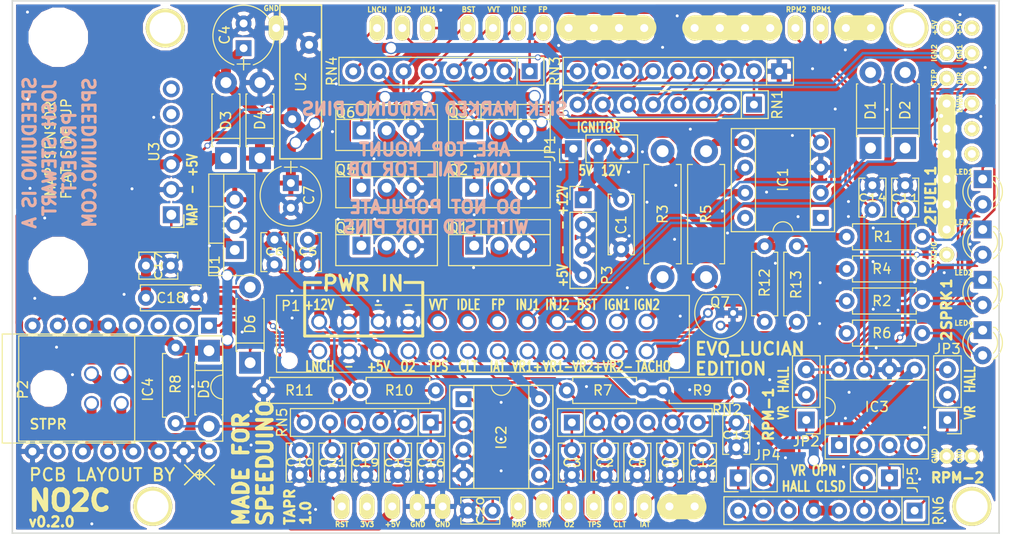
<source format=kicad_pcb>
(kicad_pcb (version 4) (host pcbnew 4.0.6)
  (layers (0 F.Cu signal) (31 B.Cu signal) (34 B.Paste user) (35 F.Paste user) (36 B.SilkS user) (37 F.SilkS user) (38 B.Mask user) (39 F.Mask user) (44 Edge.Cuts user))
  (net 0 "")
  (net 1 Earth)
  (net 2 +5V)
  (net 3 +12V)
  (net 4 "/Inputs and Outputs/RESET")
  (net 5 "/Inputs and Outputs/TACH2-CPU-D18")
  (net 6 "/Inputs and Outputs/TACH1-CPU-D19")
  (net 7 "Net-(IC1-Pad5)")
  (net 8 "Net-(IC1-Pad2)")
  (net 9 "Net-(IC1-Pad7)")
  (net 10 "Net-(IC1-Pad4)")
  (net 11 "Net-(IC3-Pad2)")
  (net 12 "Net-(IC3-Pad3)")
  (net 13 "Net-(JP2-Pad2)")
  (net 14 "Net-(JP3-Pad2)")
  (net 15 "Net-(JP4-Pad2)")
  (net 16 "Net-(JP5-Pad2)")
  (net 17 "Net-(LED1-Pad2)")
  (net 18 "Net-(LED2-Pad2)")
  (net 19 "Net-(Q1-Pad1)")
  (net 20 "Net-(Q3-Pad1)")
  (net 21 "Net-(Q5-Pad1)")
  (net 22 "Net-(Q6-Pad1)")
  (net 23 "/Inputs and Outputs/INJ1-CPU-D8")
  (net 24 "/Inputs and Outputs/INJ2-CPU-D9")
  (net 25 "/Inputs and Outputs/CPU-D4")
  (net 26 "/Inputs and Outputs/CPU-D6")
  (net 27 "/Inputs and Outputs/CPU-D7")
  (net 28 "/Inputs and Outputs/CPU-D5")
  (net 29 "/Inputs and Outputs/IGN1-CPU-D23")
  (net 30 "/Inputs and Outputs/IGN2-CPU-D22")
  (net 31 "Net-(C1-Pad2)")
  (net 32 "Net-(C19-Pad1)")
  (net 33 "Net-(D1-Pad2)")
  (net 34 "Net-(D2-Pad2)")
  (net 35 "Net-(D3-Pad1)")
  (net 36 "Net-(LED3-Pad2)")
  (net 37 "Net-(LED4-Pad2)")
  (net 38 "Net-(Q2-Pad1)")
  (net 39 "Net-(Q4-Pad1)")
  (net 40 "Net-(RN5-Pad6)")
  (net 41 /STEP)
  (net 42 /DIR)
  (net 43 /ENBL)
  (net 44 /TACHO-D38)
  (net 45 "Net-(Q7-Pad2)")
  (net 46 "/Inputs and Outputs/TPS-CPU-A3")
  (net 47 "/Inputs and Outputs/CLT-CPU-A4")
  (net 48 "/Inputs and Outputs/IAT-CPU-A5")
  (net 49 "/Inputs and Outputs/O2-CPU-A2")
  (net 50 "/Inputs and Outputs/BRV-CPU-A1")
  (net 51 "/Inputs and Outputs/MAP-CPU-A0")
  (net 52 "Net-(IC1-Pad1)")
  (net 53 "Net-(IC1-Pad8)")
  (net 54 "Net-(IC4-Pad2)")
  (net 55 "Net-(IC4-Pad10)")
  (net 56 "Net-(IC4-Pad3)")
  (net 57 "Net-(IC4-Pad4)")
  (net 58 "Net-(SHIELD1-Pad3V3)")
  (net 59 "Net-(SHIELD1-Pad3)")
  (net 60 "Net-(SHIELD1-Pad2)")
  (net 61 "Net-(U3-Pad4)")
  (net 62 "Net-(U3-Pad5)")
  (net 63 "Net-(U3-Pad6)")
  (net 64 /TPS)
  (net 65 /CLT)
  (net 66 /IAT)
  (net 67 /O2)
  (net 68 /INJ1)
  (net 69 /INJ2)
  (net 70 /VR1-)
  (net 71 /VR2-)
  (net 72 /STP-A2)
  (net 73 /STP-A1)
  (net 74 /STP-B1)
  (net 75 /STP-B2)
  (net 76 /VR1+)
  (net 77 /VR2+)
  (net 78 /FUELP)
  (net 79 /BOOST)
  (net 80 /IDLE)
  (net 81 /IGN2)
  (net 82 /IGN1)
  (net 83 /TACHO)
  (net 84 "Net-(SHIELD1-Pad1)")
  (net 85 "Net-(SHIELD1-Pad0)")
  (net 86 "Net-(SHIELD1-Pad20)")
  (net 87 "Net-(SHIELD1-Pad21)")
  (net 88 "Net-(SHIELD1-Pad17)")
  (net 89 "Net-(SHIELD1-Pad16)")
  (net 90 "Net-(SHIELD1-Pad15)")
  (net 91 "Net-(SHIELD1-Pad14)")
  (net 92 "Net-(SHIELD1-PadAD6)")
  (net 93 "Net-(SHIELD1-PadAD7)")
  (net 94 "Net-(SHIELD1-Pad30)")
  (net 95 "Net-(SHIELD1-Pad31)")
  (net 96 "Net-(SHIELD1-Pad28)")
  (net 97 "Net-(SHIELD1-Pad29)")
  (net 98 "Net-(SHIELD1-Pad26)")
  (net 99 "Net-(SHIELD1-Pad32)")
  (net 100 "Net-(SHIELD1-Pad36)")
  (net 101 "Net-(SHIELD1-Pad34)")
  (net 102 /VVT)
  (net 103 "Net-(D6-Pad1)")
  (net 104 /LAUNCH)
  (net 105 "Net-(SHIELD1-Pad5V_4)")
  (net 106 "Net-(SHIELD1-Pad5V_5)")
  (module Useful_Stuff:VIA_0.6mm (layer F.Cu) (at 175.7 85.65)
    (fp_text reference REF** hide)
    (fp_text value VIA_0.6mm hide)
    (pad 1 thru_hole circle (at 0 0) (size 0.6 0.6) (drill 0.3) (layers *.Cu) (net 1 Earth))
  )
  (module Useful_Stuff:VIA_0.6mm (layer F.Cu) (at 130 105.3)
    (fp_text reference REF** hide)
    (fp_text value VIA_0.6mm hide)
    (pad 1 thru_hole circle (at 0 0) (size 0.6 0.6) (drill 0.3) (layers *.Cu) (net 1 Earth))
  )
  (module Useful_Stuff:VIA_0.6mm (layer F.Cu) (at 189.04458 75.5523)
    (fp_text reference REF** hide)
    (fp_text value VIA_0.6mm hide)
    (pad 1 thru_hole circle (at 0 0) (size 0.6 0.6) (drill 0.3) (layers *.Cu) (net 1 Earth))
  )
  (module Useful_Stuff:VIA_0.6mm (layer F.Cu) (at 95.89262 98.82632)
    (fp_text reference REF** hide)
    (fp_text value VIA_0.6mm hide)
    (pad 1 thru_hole circle (at 0 0) (size 0.6 0.6) (drill 0.3) (layers *.Cu) (net 1 Earth))
  )
  (module Useful_Stuff:VIA_0.6mm (layer F.Cu) (at 146.4 84)
    (fp_text reference REF** hide)
    (fp_text value VIA_0.6mm hide)
    (pad 1 thru_hole circle (at 0 0) (size 0.6 0.6) (drill 0.3) (layers *.Cu) (net 1 Earth))
  )
  (module Resistors_THT:R_Axial_DIN0411_L9.9mm_D3.6mm_P12.70mm_Horizontal (layer F.Cu) (at 161.3535 79.0575 270)
    (fp_text reference R5 (at 6.35 0 270) (layer F.SilkS))
    (fp_text value "160 2w")
    (pad 1 thru_hole circle (at 0 0 270) (size 2.4 2.4) (drill 1.2) (layers *.Cu *.Mask) (net 7 "Net-(IC1-Pad5)"))
    (pad 2 thru_hole oval (at 12.7 0 270) (size 2.4 2.4) (drill 1.2) (layers *.Cu *.Mask) (net 81 /IGN2))
  )
  (module Useful_Stuff:VIA_0.6mm (layer F.Cu) (at 149.3 102.8)
    (fp_text reference REF** hide)
    (fp_text value VIA_0.6mm hide)
    (pad 1 thru_hole circle (at 0 0) (size 0.6 0.6) (drill 0.3) (layers *.Cu) (net 1 Earth))
  )
  (module WTM (layer F.Cu) (at 108.8 110.7)
    (fp_text reference REF** hide)
    (fp_text value WTM hide)
  )
  (module Useful_Stuff:VIA_0.6mm (layer F.Cu) (at 172.7962 96.4438)
    (fp_text reference REF** hide)
    (fp_text value VIA_0.6mm hide)
    (pad 1 thru_hole circle (at 0 0) (size 0.6 0.6) (drill 0.3) (layers *.Cu) (net 1 Earth))
  )
  (module Useful_Stuff:VIA_0.6mm (layer F.Cu) (at 179.6034 74.8538)
    (fp_text reference REF** hide)
    (fp_text value VIA_0.6mm hide)
    (pad 1 thru_hole circle (at 0 0) (size 0.6 0.6) (drill 0.3) (layers *.Cu) (net 1 Earth))
  )
  (module Useful_Stuff:VIA_0.6mm (layer F.Cu) (at 187.96 88.4428)
    (fp_text reference REF** hide)
    (fp_text value VIA_0.6mm hide)
    (pad 1 thru_hole circle (at 0 0) (size 0.6 0.6) (drill 0.3) (layers *.Cu) (net 1 Earth))
  )
  (module Useful_Stuff:VIA_0.6mm (layer F.Cu) (at 149.6822 75.057)
    (fp_text reference REF** hide)
    (fp_text value VIA_0.6mm hide)
    (pad 1 thru_hole circle (at 0 0) (size 0.6 0.6) (drill 0.3) (layers *.Cu) (net 1 Earth))
  )
  (module Useful_Stuff:VIA_0.6mm (layer F.Cu) (at 170.053 77.47)
    (fp_text reference REF** hide)
    (fp_text value VIA_0.6mm hide)
    (pad 1 thru_hole circle (at 0 0) (size 0.6 0.6) (drill 0.3) (layers *.Cu) (net 1 Earth))
  )
  (module Useful_Stuff:VIA_0.6mm (layer F.Cu) (at 170.6245 85.6615)
    (fp_text reference REF** hide)
    (fp_text value VIA_0.6mm hide)
    (pad 1 thru_hole circle (at 0 0) (size 0.6 0.6) (drill 0.3) (layers *.Cu) (net 1 Earth))
  )
  (module Useful_Stuff:VIA_0.6mm (layer F.Cu) (at 175.7045 84.1375)
    (fp_text reference REF** hide)
    (fp_text value VIA_0.6mm hide)
    (pad 1 thru_hole circle (at 0 0) (size 0.6 0.6) (drill 0.3) (layers *.Cu) (net 1 Earth))
  )
  (module Useful_Stuff:VIA_0.6mm (layer F.Cu) (at 172.847 92.329)
    (fp_text reference REF** hide)
    (fp_text value VIA_0.6mm hide)
    (pad 1 thru_hole circle (at 0 0) (size 0.6 0.6) (drill 0.3) (layers *.Cu) (net 1 Earth))
  )
  (module Useful_Stuff:VIA_0.6mm (layer F.Cu) (at 182.372 92.2655)
    (fp_text reference REF** hide)
    (fp_text value VIA_0.6mm hide)
    (pad 1 thru_hole circle (at 0 0) (size 0.6 0.6) (drill 0.3) (layers *.Cu) (net 1 Earth))
  )
  (module Useful_Stuff:VIA_0.6mm (layer F.Cu) (at 178.181 90.2)
    (fp_text reference REF** hide)
    (fp_text value VIA_0.6mm hide)
    (pad 1 thru_hole circle (at 0 0) (size 0.6 0.6) (drill 0.3) (layers *.Cu) (net 1 Earth))
  )
  (module Useful_Stuff:VIA_0.6mm (layer F.Cu) (at 97.5 101.6)
    (fp_text reference REF** hide)
    (fp_text value VIA_0.6mm hide)
    (pad 1 thru_hole circle (at 0 0) (size 0.6 0.6) (drill 0.3) (layers *.Cu) (net 1 Earth))
  )
  (module Useful_Stuff:VIA_0.6mm (layer F.Cu) (at 124.2695 85.9155)
    (fp_text reference REF** hide)
    (fp_text value VIA_0.6mm hide)
    (pad 1 thru_hole circle (at 0 0) (size 0.6 0.6) (drill 0.3) (layers *.Cu) (net 1 Earth))
  )
  (module Useful_Stuff:VIA_0.6mm (layer F.Cu) (at 123.698 77.089)
    (fp_text reference REF** hide)
    (fp_text value VIA_0.6mm hide)
    (pad 1 thru_hole circle (at 0 0) (size 0.6 0.6) (drill 0.3) (layers *.Cu) (net 1 Earth))
  )
  (module Useful_Stuff:VIA_0.6mm (layer F.Cu) (at 125.476 91.3765)
    (fp_text reference REF** hide)
    (fp_text value VIA_0.6mm hide)
    (pad 1 thru_hole circle (at 0 0) (size 0.6 0.6) (drill 0.3) (layers *.Cu) (net 1 Earth))
  )
  (module Useful_Stuff:VIA_0.6mm (layer F.Cu) (at 128.27 94.1705)
    (fp_text reference REF** hide)
    (fp_text value VIA_0.6mm hide)
    (pad 1 thru_hole circle (at 0 0) (size 0.6 0.6) (drill 0.3) (layers *.Cu) (net 1 Earth))
  )
  (module Useful_Stuff:VIA_0.6mm (layer F.Cu) (at 119.6213 93.15196)
    (fp_text reference REF** hide)
    (fp_text value VIA_0.6mm hide)
    (pad 1 thru_hole circle (at 0 0) (size 0.6 0.6) (drill 0.3) (layers *.Cu) (net 1 Earth))
  )
  (module Useful_Stuff:VIA_0.6mm (layer F.Cu) (at 119.634 95.885)
    (fp_text reference REF** hide)
    (fp_text value VIA_0.6mm hide)
    (pad 1 thru_hole circle (at 0 0) (size 0.6 0.6) (drill 0.3) (layers *.Cu) (net 1 Earth))
  )
  (module Useful_Stuff:VIA_0.6mm (layer F.Cu) (at 185.3565 91.313)
    (fp_text reference REF** hide)
    (fp_text value VIA_0.6mm hide)
    (pad 1 thru_hole circle (at 0 0) (size 0.6 0.6) (drill 0.3) (layers *.Cu) (net 1 Earth))
  )
  (module Useful_Stuff:VIA_0.6mm (layer F.Cu) (at 163.5125 87.3125)
    (fp_text reference REF** hide)
    (fp_text value VIA_0.6mm hide)
    (pad 1 thru_hole circle (at 0 0) (size 0.6 0.6) (drill 0.3) (layers *.Cu) (net 1 Earth))
  )
  (module Useful_Stuff:VIA_0.6mm (layer F.Cu) (at 167.4495 83.185)
    (fp_text reference REF** hide)
    (fp_text value VIA_0.6mm hide)
    (pad 1 thru_hole circle (at 0 0) (size 0.6 0.6) (drill 0.3) (layers *.Cu) (net 1 Earth))
  )
  (module Useful_Stuff:VIA_0.6mm (layer F.Cu) (at 158.3 82.5)
    (fp_text reference REF** hide)
    (fp_text value VIA_0.6mm hide)
    (pad 1 thru_hole circle (at 0 0) (size 0.6 0.6) (drill 0.3) (layers *.Cu) (net 1 Earth))
  )
  (module Useful_Stuff:VIA_0.6mm (layer F.Cu) (at 163 85.1)
    (fp_text reference REF** hide)
    (fp_text value VIA_0.6mm hide)
    (pad 1 thru_hole circle (at 0 0) (size 0.6 0.6) (drill 0.3) (layers *.Cu) (net 1 Earth))
  )
  (module Useful_Stuff:VIA_0.6mm (layer F.Cu) (at 158.1785 87.9475)
    (fp_text reference REF** hide)
    (fp_text value VIA_0.6mm hide)
    (pad 1 thru_hole circle (at 0 0) (size 0.6 0.6) (drill 0.3) (layers *.Cu) (net 1 Earth))
  )
  (module Useful_Stuff:VIA_0.6mm (layer F.Cu) (at 168.3385 90.3605)
    (fp_text reference REF** hide)
    (fp_text value VIA_0.6mm hide)
    (pad 1 thru_hole circle (at 0 0) (size 0.6 0.6) (drill 0.3) (layers *.Cu) (net 1 Earth))
  )
  (module Useful_Stuff:VIA_0.6mm (layer F.Cu) (at 154.94 79.121)
    (fp_text reference REF** hide)
    (fp_text value VIA_0.6mm hide)
    (pad 1 thru_hole circle (at 0 0) (size 0.6 0.6) (drill 0.3) (layers *.Cu) (net 1 Earth))
  )
  (module Useful_Stuff:VIA_0.6mm (layer F.Cu) (at 155.4 84.2)
    (fp_text reference REF** hide)
    (fp_text value VIA_0.6mm hide)
    (pad 1 thru_hole circle (at 0 0) (size 0.6 0.6) (drill 0.3) (layers *.Cu) (net 1 Earth))
  )
  (module Useful_Stuff:VIA_0.6mm (layer F.Cu) (at 153.416 92.837)
    (fp_text reference REF** hide)
    (fp_text value VIA_0.6mm hide)
    (pad 1 thru_hole circle (at 0 0) (size 0.6 0.6) (drill 0.3) (layers *.Cu) (net 1 Earth))
  )
  (module Useful_Stuff:VIA_0.6mm (layer F.Cu) (at 159.766 76.835)
    (fp_text reference REF** hide)
    (fp_text value VIA_0.6mm hide)
    (pad 1 thru_hole circle (at 0 0) (size 0.6 0.6) (drill 0.3) (layers *.Cu) (net 1 Earth))
  )
  (module Useful_Stuff:VIA_0.6mm (layer F.Cu) (at 153.543 81.153)
    (fp_text reference REF** hide)
    (fp_text value VIA_0.6mm hide)
    (pad 1 thru_hole circle (at 0 0) (size 0.6 0.6) (drill 0.3) (layers *.Cu) (net 1 Earth))
  )
  (module Useful_Stuff:VIA_0.6mm (layer F.Cu) (at 180.7 95.1)
    (fp_text reference REF** hide)
    (fp_text value VIA_0.6mm hide)
    (pad 1 thru_hole circle (at 0 0) (size 0.6 0.6) (drill 0.3) (layers *.Cu) (net 1 Earth))
  )
  (module Useful_Stuff:VIA_0.6mm (layer F.Cu) (at 178.5 98.9)
    (fp_text reference REF** hide)
    (fp_text value VIA_0.6mm hide)
    (pad 1 thru_hole circle (at 0 0) (size 0.6 0.6) (drill 0.3) (layers *.Cu) (net 1 Earth))
  )
  (module Useful_Stuff:VIA_0.6mm (layer F.Cu) (at 178.2 86.8)
    (fp_text reference REF** hide)
    (fp_text value VIA_0.6mm hide)
    (pad 1 thru_hole circle (at 0 0) (size 0.6 0.6) (drill 0.3) (layers *.Cu) (net 1 Earth))
  )
  (module Useful_Stuff:VIA_0.6mm (layer F.Cu) (at 178.2 95)
    (fp_text reference REF** hide)
    (fp_text value VIA_0.6mm hide)
    (pad 1 thru_hole circle (at 0 0) (size 0.6 0.6) (drill 0.3) (layers *.Cu) (net 1 Earth))
  )
  (module Useful_Stuff:VIA_0.6mm (layer F.Cu) (at 146.4945 68.3895)
    (fp_text reference REF** hide)
    (fp_text value VIA_0.6mm hide)
    (pad 1 thru_hole circle (at 0 0) (size 0.6 0.6) (drill 0.3) (layers *.Cu) (net 1 Earth))
  )
  (module Useful_Stuff:VIA_0.6mm (layer F.Cu) (at 140.7 111.3)
    (fp_text reference REF** hide)
    (fp_text value VIA_0.6mm hide)
    (pad 1 thru_hole circle (at 0 0) (size 0.6 0.6) (drill 0.3) (layers *.Cu) (net 1 Earth))
  )
  (module Useful_Stuff:VIA_0.6mm (layer F.Cu) (at 140.7 108.1)
    (fp_text reference REF** hide)
    (fp_text value VIA_0.6mm hide)
    (pad 1 thru_hole circle (at 0 0) (size 0.6 0.6) (drill 0.3) (layers *.Cu) (net 1 Earth))
  )
  (module Useful_Stuff:VIA_0.6mm (layer F.Cu) (at 140.7 104.394)
    (fp_text reference REF** hide)
    (fp_text value VIA_0.6mm hide)
    (pad 1 thru_hole circle (at 0 0) (size 0.6 0.6) (drill 0.3) (layers *.Cu) (net 1 Earth))
  )
  (module Useful_Stuff:VIA_0.6mm (layer F.Cu) (at 138.049 79.5655)
    (fp_text reference REF** hide)
    (fp_text value VIA_0.6mm hide)
    (pad 1 thru_hole circle (at 0 0) (size 0.6 0.6) (drill 0.3) (layers *.Cu) (net 1 Earth))
  )
  (module Useful_Stuff:VIA_0.6mm (layer F.Cu) (at 137.9855 85.471)
    (fp_text reference REF** hide)
    (fp_text value VIA_0.6mm hide)
    (pad 1 thru_hole circle (at 0 0) (size 0.6 0.6) (drill 0.3) (layers *.Cu) (net 1 Earth))
  )
  (module Useful_Stuff:VIA_0.6mm (layer F.Cu) (at 133.477 84.6455)
    (fp_text reference REF** hide)
    (fp_text value VIA_0.6mm hide)
    (pad 1 thru_hole circle (at 0 0) (size 0.6 0.6) (drill 0.3) (layers *.Cu) (net 1 Earth))
  )
  (module Useful_Stuff:VIA_0.6mm (layer F.Cu) (at 140.843 86.2965)
    (fp_text reference REF** hide)
    (fp_text value VIA_0.6mm hide)
    (pad 1 thru_hole circle (at 0 0) (size 0.6 0.6) (drill 0.3) (layers *.Cu) (net 1 Earth))
  )
  (module Useful_Stuff:VIA_0.6mm (layer F.Cu) (at 140.843 80.391)
    (fp_text reference REF** hide)
    (fp_text value VIA_0.6mm hide)
    (pad 1 thru_hole circle (at 0 0) (size 0.6 0.6) (drill 0.3) (layers *.Cu) (net 1 Earth))
  )
  (module Useful_Stuff:VIA_0.6mm (layer F.Cu) (at 124.079 72.263)
    (fp_text reference REF** hide)
    (fp_text value VIA_0.6mm hide)
    (pad 1 thru_hole circle (at 0 0) (size 0.6 0.6) (drill 0.3) (layers *.Cu) (net 1 Earth))
  )
  (module Useful_Stuff:VIA_0.6mm (layer F.Cu) (at 127.889 79.8195)
    (fp_text reference REF** hide)
    (fp_text value VIA_0.6mm hide)
    (pad 1 thru_hole circle (at 0 0) (size 0.6 0.6) (drill 0.3) (layers *.Cu) (net 1 Earth))
  )
  (module Useful_Stuff:VIA_0.6mm (layer F.Cu) (at 127.9525 85.9155)
    (fp_text reference REF** hide)
    (fp_text value VIA_0.6mm hide)
    (pad 1 thru_hole circle (at 0 0) (size 0.6 0.6) (drill 0.3) (layers *.Cu) (net 1 Earth))
  )
  (module Useful_Stuff:VIA_0.6mm (layer F.Cu) (at 153.6 87.6)
    (fp_text reference REF** hide)
    (fp_text value VIA_0.6mm hide)
    (pad 1 thru_hole circle (at 0 0) (size 0.6 0.6) (drill 0.3) (layers *.Cu) (net 1 Earth))
  )
  (module Useful_Stuff:VIA_0.6mm (layer F.Cu) (at 137.922 90.805)
    (fp_text reference REF** hide)
    (fp_text value VIA_0.6mm hide)
    (pad 1 thru_hole circle (at 0 0) (size 0.6 0.6) (drill 0.3) (layers *.Cu) (net 1 Earth))
  )
  (module Useful_Stuff:VIA_0.6mm (layer F.Cu) (at 146.685 80.899)
    (fp_text reference REF** hide)
    (fp_text value VIA_0.6mm hide)
    (pad 1 thru_hole circle (at 0 0) (size 0.6 0.6) (drill 0.3) (layers *.Cu) (net 1 Earth))
  )
  (module Useful_Stuff:VIA_0.6mm (layer F.Cu) (at 163.322 99.7585)
    (fp_text reference REF** hide)
    (fp_text value VIA_0.6mm hide)
    (pad 1 thru_hole circle (at 0 0) (size 0.6 0.6) (drill 0.3) (layers *.Cu) (net 1 Earth))
  )
  (module Useful_Stuff:VIA_0.6mm (layer F.Cu) (at 158.75 95.6945)
    (fp_text reference REF** hide)
    (fp_text value VIA_0.6mm hide)
    (pad 1 thru_hole circle (at 0 0) (size 0.6 0.6) (drill 0.3) (layers *.Cu) (net 1 Earth))
  )
  (module Useful_Stuff:VIA_0.6mm (layer F.Cu) (at 134.62 64.8335)
    (fp_text reference REF** hide)
    (fp_text value VIA_0.6mm hide)
    (pad 1 thru_hole circle (at 0 0) (size 0.6 0.6) (drill 0.3) (layers *.Cu) (net 1 Earth))
  )
  (module Useful_Stuff:VIA_0.6mm (layer F.Cu) (at 158.4452 65.405)
    (fp_text reference REF** hide)
    (fp_text value VIA_0.6mm hide)
    (pad 1 thru_hole circle (at 0 0) (size 0.6 0.6) (drill 0.3) (layers *.Cu) (net 1 Earth))
  )
  (module Useful_Stuff:VIA_0.6mm (layer F.Cu) (at 156.972 68.58)
    (fp_text reference REF** hide)
    (fp_text value VIA_0.6mm hide)
    (pad 1 thru_hole circle (at 0 0) (size 0.6 0.6) (drill 0.3) (layers *.Cu) (net 1 Earth))
  )
  (module Useful_Stuff:VIA_0.6mm (layer F.Cu) (at 111.3 88.6)
    (fp_text reference REF** hide)
    (fp_text value VIA_0.6mm hide)
    (pad 1 thru_hole circle (at 0 0) (size 0.6 0.6) (drill 0.3) (layers *.Cu) (net 1 Earth))
  )
  (module Resistors_THT:R_Array_SIP9 (layer F.Cu) (at 168.7195 70.993 180)
    (fp_text reference RN3 (at 22.606 0 270) (layer F.SilkS))
    (fp_text value 100k)
    (pad 1 thru_hole rect (at 0 0 180) (size 1.6 1.6) (drill 0.8) (layers *.Cu *.Mask) (net 1 Earth))
    (pad 2 thru_hole oval (at 2.54 0 180) (size 1.6 1.6) (drill 0.8) (layers *.Cu *.Mask) (net 23 "/Inputs and Outputs/INJ1-CPU-D8"))
    (pad 3 thru_hole oval (at 5.08 0 180) (size 1.6 1.6) (drill 0.8) (layers *.Cu *.Mask) (net 24 "/Inputs and Outputs/INJ2-CPU-D9"))
    (pad 4 thru_hole oval (at 7.62 0 180) (size 1.6 1.6) (drill 0.8) (layers *.Cu *.Mask) (net 8 "Net-(IC1-Pad2)"))
    (pad 5 thru_hole oval (at 10.16 0 180) (size 1.6 1.6) (drill 0.8) (layers *.Cu *.Mask) (net 10 "Net-(IC1-Pad4)"))
    (pad 6 thru_hole oval (at 12.7 0 180) (size 1.6 1.6) (drill 0.8) (layers *.Cu *.Mask) (net 20 "Net-(Q3-Pad1)"))
    (pad 7 thru_hole oval (at 15.24 0 180) (size 1.6 1.6) (drill 0.8) (layers *.Cu *.Mask) (net 39 "Net-(Q4-Pad1)"))
    (pad 8 thru_hole oval (at 17.78 0 180) (size 1.6 1.6) (drill 0.8) (layers *.Cu *.Mask) (net 21 "Net-(Q5-Pad1)"))
    (pad 9 thru_hole oval (at 20.32 0 180) (size 1.6 1.6) (drill 0.8) (layers *.Cu *.Mask) (net 22 "Net-(Q6-Pad1)"))
  )
  (module TO_SOT_Packages_THT:TO-220_Vertical (layer F.Cu) (at 126.619 88.5825)
    (fp_text reference Q4 (at -1.6 -1.8) (layer F.SilkS))
    (fp_text value STP62NS04Z)
    (pad 1 thru_hole rect (at 0 0) (size 1.8 1.8) (drill 1) (layers *.Cu *.Mask) (net 39 "Net-(Q4-Pad1)"))
    (pad 2 thru_hole oval (at 2.54 0) (size 1.8 1.8) (drill 1) (layers *.Cu *.Mask) (net 102 /VVT))
    (pad 3 thru_hole oval (at 5.08 0) (size 1.8 1.8) (drill 1) (layers *.Cu *.Mask) (net 1 Earth))
  )
  (module TO_SOT_Packages_THT:TO-220_Vertical (layer F.Cu) (at 126.619 82.7405)
    (fp_text reference Q5 (at -1.6 -1.8) (layer F.SilkS))
    (fp_text value STP62NS04Z)
    (pad 1 thru_hole rect (at 0 0) (size 1.8 1.8) (drill 1) (layers *.Cu *.Mask) (net 21 "Net-(Q5-Pad1)"))
    (pad 2 thru_hole oval (at 2.54 0) (size 1.8 1.8) (drill 1) (layers *.Cu *.Mask) (net 80 /IDLE))
    (pad 3 thru_hole oval (at 5.08 0) (size 1.8 1.8) (drill 1) (layers *.Cu *.Mask) (net 1 Earth))
  )
  (module TO_SOT_Packages_THT:TO-220_Vertical (layer F.Cu) (at 126.619 76.962)
    (fp_text reference Q6 (at -1.6 -1.8) (layer F.SilkS))
    (fp_text value STP62NS04Z)
    (pad 1 thru_hole rect (at 0 0) (size 1.8 1.8) (drill 1) (layers *.Cu *.Mask) (net 22 "Net-(Q6-Pad1)"))
    (pad 2 thru_hole oval (at 2.54 0) (size 1.8 1.8) (drill 1) (layers *.Cu *.Mask) (net 78 /FUELP))
    (pad 3 thru_hole oval (at 5.08 0) (size 1.8 1.8) (drill 1) (layers *.Cu *.Mask) (net 1 Earth))
  )
  (module TO_SOT_Packages_THT:TO-220_Vertical (layer F.Cu) (at 137.9855 76.962)
    (fp_text reference Q3 (at -1.6 -1.8) (layer F.SilkS))
    (fp_text value STP62NS04Z)
    (pad 1 thru_hole rect (at 0 0) (size 1.8 1.8) (drill 1) (layers *.Cu *.Mask) (net 20 "Net-(Q3-Pad1)"))
    (pad 2 thru_hole oval (at 2.54 0) (size 1.8 1.8) (drill 1) (layers *.Cu *.Mask) (net 79 /BOOST))
    (pad 3 thru_hole oval (at 5.08 0) (size 1.8 1.8) (drill 1) (layers *.Cu *.Mask) (net 1 Earth))
  )
  (module TO_SOT_Packages_THT:TO-220_Vertical (layer F.Cu) (at 137.9855 82.7405)
    (fp_text reference Q2 (at -1.6 -1.8) (layer F.SilkS))
    (fp_text value STP62NS04Z)
    (pad 1 thru_hole rect (at 0 0) (size 1.8 1.8) (drill 1) (layers *.Cu *.Mask) (net 38 "Net-(Q2-Pad1)"))
    (pad 2 thru_hole oval (at 2.54 0) (size 1.8 1.8) (drill 1) (layers *.Cu *.Mask) (net 69 /INJ2))
    (pad 3 thru_hole oval (at 5.08 0) (size 1.8 1.8) (drill 1) (layers *.Cu *.Mask) (net 1 Earth))
  )
  (module TO_SOT_Packages_THT:TO-220_Vertical (layer F.Cu) (at 137.9855 88.5825)
    (fp_text reference Q1 (at -1.6 -1.8) (layer F.SilkS))
    (fp_text value STP62NS04Z)
    (pad 1 thru_hole rect (at 0 0) (size 1.8 1.8) (drill 1) (layers *.Cu *.Mask) (net 19 "Net-(Q1-Pad1)"))
    (pad 2 thru_hole oval (at 2.54 0) (size 1.8 1.8) (drill 1) (layers *.Cu *.Mask) (net 68 /INJ1))
    (pad 3 thru_hole oval (at 5.08 0) (size 1.8 1.8) (drill 1) (layers *.Cu *.Mask) (net 1 Earth))
  )
  (module Connectors_Molex:Molex_Microfit3_Header_02x12_Straight_43045-2428 (layer F.Cu) (at 122.3645 96.2505 180)
    (fp_text reference P1 (at 2.8575 1.5875 180) (layer F.SilkS))
    (fp_text value CONN_02X12)
    (pad "" np_thru_hole circle (at -36 -3.94 180) (size 1.1 1.1) (drill 1.1) (layers *.Cu *.Mask))
    (pad 1 thru_hole circle (at 0 0 180) (size 1.6 1.6) (drill 1.1) (layers *.Cu *.Mask) (net 3 +12V))
    (pad 2 thru_hole circle (at -3 0 180) (size 1.6 1.6) (drill 1.1) (layers *.Cu *.Mask) (net 1 Earth))
    (pad 3 thru_hole circle (at -6 0 180) (size 1.6 1.6) (drill 1.1) (layers *.Cu *.Mask) (net 1 Earth))
    (pad 4 thru_hole circle (at -9 0 180) (size 1.6 1.6) (drill 1.1) (layers *.Cu *.Mask) (net 1 Earth))
    (pad 5 thru_hole circle (at -12 0 180) (size 1.6 1.6) (drill 1.1) (layers *.Cu *.Mask) (net 102 /VVT))
    (pad 6 thru_hole circle (at -15 0 180) (size 1.6 1.6) (drill 1.1) (layers *.Cu *.Mask) (net 80 /IDLE))
    (pad 7 thru_hole circle (at -18 0 180) (size 1.6 1.6) (drill 1.1) (layers *.Cu *.Mask) (net 78 /FUELP))
    (pad 8 thru_hole circle (at -21 0 180) (size 1.6 1.6) (drill 1.1) (layers *.Cu *.Mask) (net 68 /INJ1))
    (pad 9 thru_hole circle (at -24 0 180) (size 1.6 1.6) (drill 1.1) (layers *.Cu *.Mask) (net 69 /INJ2))
    (pad 10 thru_hole circle (at -27 0 180) (size 1.6 1.6) (drill 1.1) (layers *.Cu *.Mask) (net 79 /BOOST))
    (pad 11 thru_hole circle (at -30 0 180) (size 1.6 1.6) (drill 1.1) (layers *.Cu *.Mask) (net 82 /IGN1))
    (pad 12 thru_hole circle (at -33 0 180) (size 1.6 1.6) (drill 1.1) (layers *.Cu *.Mask) (net 81 /IGN2))
    (pad 13 thru_hole circle (at 0 -3 180) (size 1.6 1.6) (drill 1.1) (layers *.Cu *.Mask) (net 103 "Net-(D6-Pad1)"))
    (pad 14 thru_hole circle (at -3 -3 180) (size 1.6 1.6) (drill 1.1) (layers *.Cu *.Mask) (net 1 Earth))
    (pad 15 thru_hole circle (at -6 -3 180) (size 1.6 1.6) (drill 1.1) (layers *.Cu *.Mask) (net 2 +5V))
    (pad 16 thru_hole circle (at -9 -3 180) (size 1.6 1.6) (drill 1.1) (layers *.Cu *.Mask) (net 67 /O2))
    (pad 17 thru_hole circle (at -12 -3 180) (size 1.6 1.6) (drill 1.1) (layers *.Cu *.Mask) (net 64 /TPS))
    (pad 18 thru_hole circle (at -15 -3 180) (size 1.6 1.6) (drill 1.1) (layers *.Cu *.Mask) (net 65 /CLT))
    (pad 19 thru_hole circle (at -18 -3 180) (size 1.6 1.6) (drill 1.1) (layers *.Cu *.Mask) (net 66 /IAT))
    (pad 20 thru_hole circle (at -21 -3 180) (size 1.6 1.6) (drill 1.1) (layers *.Cu *.Mask) (net 76 /VR1+))
    (pad 21 thru_hole circle (at -24 -3 180) (size 1.6 1.6) (drill 1.1) (layers *.Cu *.Mask) (net 70 /VR1-))
    (pad 22 thru_hole circle (at -27 -3 180) (size 1.6 1.6) (drill 1.1) (layers *.Cu *.Mask) (net 77 /VR2+))
    (pad 23 thru_hole circle (at -30 -3 180) (size 1.6 1.6) (drill 1.1) (layers *.Cu *.Mask) (net 71 /VR2-))
    (pad 24 thru_hole circle (at -33 -3 180) (size 1.6 1.6) (drill 1.1) (layers *.Cu *.Mask) (net 83 /TACHO))
    (pad "" np_thru_hole circle (at 3 -3.94 180) (size 1.1 1.1) (drill 1.1) (layers *.Cu *.Mask))
  )
  (module Diodes_THT:D_DO-41_SOD81_P7.62mm_Horizontal (layer F.Cu) (at 116.3955 79.756 90)
    (fp_text reference D4 (at 3.81 0 90) (layer F.SilkS))
    (fp_text value 1N5919BG)
    (pad 1 thru_hole rect (at 0 0 90) (size 2.2 2.2) (drill 1.1) (layers *.Cu *.Mask) (net 2 +5V))
    (pad 2 thru_hole oval (at 7.62 0 90) (size 2.2 2.2) (drill 1.1) (layers *.Cu *.Mask) (net 1 Earth))
  )
  (module Useful_Stuff:VIA_0.6mm (layer F.Cu) (at 114.6 97.3)
    (fp_text reference REF** hide)
    (fp_text value VIA_0.6mm hide)
    (pad 1 thru_hole circle (at 0 0) (size 0.6 0.6) (drill 0.3) (layers *.Cu) (net 1 Earth))
  )
  (module Useful_Stuff:VIA_0.6mm (layer F.Cu) (at 94.7 85.8)
    (fp_text reference REF** hide)
    (fp_text value VIA_0.6mm hide)
    (pad 1 thru_hole circle (at 0 0) (size 0.6 0.6) (drill 0.3) (layers *.Cu) (net 1 Earth))
  )
  (module Useful_Stuff:VIA_0.6mm (layer F.Cu) (at 102.7 93.5)
    (fp_text reference REF** hide)
    (fp_text value VIA_0.6mm hide)
    (pad 1 thru_hole circle (at 0 0) (size 0.6 0.6) (drill 0.3) (layers *.Cu) (net 1 Earth))
  )
  (module Useful_Stuff:VIA_0.6mm (layer F.Cu) (at 166.624 108.5215)
    (fp_text reference REF** hide)
    (fp_text value VIA_0.6mm hide)
    (pad 1 thru_hole circle (at 0 0) (size 0.6 0.6) (drill 0.3) (layers *.Cu) (net 1 Earth))
  )
  (module Useful_Stuff:VIA_0.6mm (layer F.Cu) (at 182.88 112.141)
    (fp_text reference REF** hide)
    (fp_text value VIA_0.6mm hide)
    (pad 1 thru_hole circle (at 0 0) (size 0.6 0.6) (drill 0.3) (layers *.Cu) (net 1 Earth))
  )
  (module Useful_Stuff:VIA_0.6mm (layer F.Cu) (at 175.2 110.9)
    (fp_text reference REF** hide)
    (fp_text value VIA_0.6mm hide)
    (pad 1 thru_hole circle (at 0 0) (size 0.6 0.6) (drill 0.3) (layers *.Cu) (net 1 Earth))
  )
  (module Useful_Stuff:VIA_0.6mm (layer F.Cu) (at 174.371 74.803)
    (fp_text reference REF** hide)
    (fp_text value VIA_0.6mm hide)
    (pad 1 thru_hole circle (at 0 0) (size 0.6 0.6) (drill 0.3) (layers *.Cu) (net 1 Earth))
  )
  (module Useful_Stuff:VIA_0.6mm (layer F.Cu) (at 169.3545 109.982)
    (fp_text reference REF** hide)
    (fp_text value VIA_0.6mm hide)
    (pad 1 thru_hole circle (at 0 0) (size 0.6 0.6) (drill 0.3) (layers *.Cu) (net 1 Earth))
  )
  (module Useful_Stuff:VIA_0.6mm (layer F.Cu) (at 185.42 116.332)
    (fp_text reference REF** hide)
    (fp_text value VIA_0.6mm hide)
    (pad 1 thru_hole circle (at 0 0) (size 0.6 0.6) (drill 0.3) (layers *.Cu) (net 1 Earth))
  )
  (module Useful_Stuff:VIA_0.6mm (layer F.Cu) (at 99.45 116.65)
    (fp_text reference REF** hide)
    (fp_text value VIA_0.6mm hide)
    (pad 1 thru_hole circle (at 0 0) (size 0.6 0.6) (drill 0.3) (layers *.Cu) (net 1 Earth))
  )
  (module Useful_Stuff:VIA_0.6mm (layer F.Cu) (at 122 115.2)
    (fp_text reference REF** hide)
    (fp_text value VIA_0.6mm hide)
    (pad 1 thru_hole circle (at 0 0) (size 0.6 0.6) (drill 0.3) (layers *.Cu) (net 1 Earth))
  )
  (module Useful_Stuff:VIA_0.6mm (layer F.Cu) (at 115.5 108.7)
    (fp_text reference REF** hide)
    (fp_text value VIA_0.6mm hide)
    (pad 1 thru_hole circle (at 0 0) (size 0.6 0.6) (drill 0.3) (layers *.Cu) (net 1 Earth))
  )
  (module Useful_Stuff:VIA_0.6mm (layer F.Cu) (at 109.6 102.8)
    (fp_text reference REF** hide)
    (fp_text value VIA_0.6mm hide)
    (pad 1 thru_hole circle (at 0 0) (size 0.6 0.6) (drill 0.3) (layers *.Cu) (net 1 Earth))
  )
  (module Useful_Stuff:VIA_0.6mm (layer F.Cu) (at 93.7 93.9)
    (fp_text reference REF** hide)
    (fp_text value VIA_0.6mm hide)
    (pad 1 thru_hole circle (at 0 0) (size 0.6 0.6) (drill 0.3) (layers *.Cu) (net 1 Earth))
  )
  (module Useful_Stuff:VIA_0.6mm (layer F.Cu) (at 115.5 105.3)
    (fp_text reference REF** hide)
    (fp_text value VIA_0.6mm hide)
    (pad 1 thru_hole circle (at 0 0) (size 0.6 0.6) (drill 0.3) (layers *.Cu) (net 1 Earth))
  )
  (module Useful_Stuff:VIA_0.6mm (layer F.Cu) (at 93.218 82.804)
    (fp_text reference REF** hide)
    (fp_text value VIA_0.6mm hide)
    (pad 1 thru_hole circle (at 0 0) (size 0.6 0.6) (drill 0.3) (layers *.Cu) (net 1 Earth))
  )
  (module Useful_Stuff:VIA_0.6mm (layer F.Cu) (at 103.5 82.85)
    (fp_text reference REF** hide)
    (fp_text value VIA_0.6mm hide)
    (pad 1 thru_hole circle (at 0 0) (size 0.6 0.6) (drill 0.3) (layers *.Cu) (net 1 Earth))
  )
  (module Useful_Stuff:VIA_0.6mm (layer F.Cu) (at 105.6894 75.6412)
    (fp_text reference REF** hide)
    (fp_text value VIA_0.6mm hide)
    (pad 1 thru_hole circle (at 0 0) (size 0.6 0.6) (drill 0.3) (layers *.Cu) (net 1 Earth))
  )
  (module Useful_Stuff:VIA_0.6mm (layer F.Cu) (at 92.9894 73.8378)
    (fp_text reference REF** hide)
    (fp_text value VIA_0.6mm hide)
    (pad 1 thru_hole circle (at 0 0) (size 0.6 0.6) (drill 0.3) (layers *.Cu) (net 1 Earth))
  )
  (module Useful_Stuff:VIA_0.6mm (layer F.Cu) (at 92.964 65.024)
    (fp_text reference REF** hide)
    (fp_text value VIA_0.6mm hide)
    (pad 1 thru_hole circle (at 0 0) (size 0.6 0.6) (drill 0.3) (layers *.Cu) (net 1 Earth))
  )
  (module Useful_Stuff:VIA_0.6mm (layer F.Cu) (at 159.7025 103.124)
    (fp_text reference REF** hide)
    (fp_text value VIA_0.6mm hide)
    (pad 1 thru_hole circle (at 0 0) (size 0.6 0.6) (drill 0.3) (layers *.Cu) (net 1 Earth))
  )
  (module Useful_Stuff:VIA_0.6mm (layer F.Cu) (at 175.4 106)
    (fp_text reference REF** hide)
    (fp_text value VIA_0.6mm hide)
    (pad 1 thru_hole circle (at 0 0) (size 0.6 0.6) (drill 0.3) (layers *.Cu) (net 1 Earth))
  )
  (module Useful_Stuff:VIA_0.6mm (layer F.Cu) (at 189.484 70.612)
    (fp_text reference REF** hide)
    (fp_text value VIA_0.6mm hide)
    (pad 1 thru_hole circle (at 0 0) (size 0.6 0.6) (drill 0.3) (layers *.Cu) (net 1 Earth))
  )
  (module Useful_Stuff:VIA_0.6mm (layer F.Cu) (at 186.944 65.278)
    (fp_text reference REF** hide)
    (fp_text value VIA_0.6mm hide)
    (pad 1 thru_hole circle (at 0 0) (size 0.6 0.6) (drill 0.3) (layers *.Cu) (net 1 Earth))
  )
  (module Useful_Stuff:VIA_0.6mm (layer F.Cu) (at 175.387 68.834)
    (fp_text reference REF** hide)
    (fp_text value VIA_0.6mm hide)
    (pad 1 thru_hole circle (at 0 0) (size 0.6 0.6) (drill 0.3) (layers *.Cu) (net 1 Earth))
  )
  (module Useful_Stuff:VIA_0.6mm (layer F.Cu) (at 183.388 106.934)
    (fp_text reference REF** hide)
    (fp_text value VIA_0.6mm hide)
    (pad 1 thru_hole circle (at 0 0) (size 0.6 0.6) (drill 0.3) (layers *.Cu) (net 1 Earth))
  )
  (module Useful_Stuff:VIA_0.6mm (layer F.Cu) (at 175.768 103.378)
    (fp_text reference REF** hide)
    (fp_text value VIA_0.6mm hide)
    (pad 1 thru_hole circle (at 0 0) (size 0.6 0.6) (drill 0.3) (layers *.Cu) (net 1 Earth))
  )
  (module Useful_Stuff:VIA_0.6mm (layer F.Cu) (at 173.482 105.918)
    (fp_text reference REF** hide)
    (fp_text value VIA_0.6mm hide)
    (pad 1 thru_hole circle (at 0 0) (size 0.6 0.6) (drill 0.3) (layers *.Cu) (net 1 Earth))
  )
  (module Useful_Stuff:VIA_0.6mm (layer F.Cu) (at 167.767 102.108)
    (fp_text reference REF** hide)
    (fp_text value VIA_0.6mm hide)
    (pad 1 thru_hole circle (at 0 0) (size 0.6 0.6) (drill 0.3) (layers *.Cu) (net 1 Earth))
  )
  (module Useful_Stuff:VIA_0.6mm (layer F.Cu) (at 172.085 70.739)
    (fp_text reference REF** hide)
    (fp_text value VIA_0.6mm hide)
    (pad 1 thru_hole circle (at 0 0) (size 0.6 0.6) (drill 0.3) (layers *.Cu) (net 1 Earth))
  )
  (module Capacitors_THT:C_Disc_D3.8mm_W2.6mm_P2.50mm (layer F.Cu) (at 123.698 111.72 90)
    (fp_text reference C21 (at 1.23 0 180) (layer F.SilkS) (effects (font (size 0.7 1))))
    (fp_text value u33)
    (pad 1 thru_hole circle (at 0 0 90) (size 1.6 1.6) (drill 0.8) (layers *.Cu *.Mask) (net 1 Earth))
    (pad 2 thru_hole circle (at 2.5 0 90) (size 1.6 1.6) (drill 0.8) (layers *.Cu *.Mask) (net 51 "/Inputs and Outputs/MAP-CPU-A0"))
  )
  (module Resistors_THT:R_Axial_DIN0411_L9.9mm_D3.6mm_P12.70mm_Horizontal (layer F.Cu) (at 156.972 91.7575 90)
    (fp_text reference R3 (at 6.35 0 90) (layer F.SilkS))
    (fp_text value "160 2w")
    (pad 1 thru_hole circle (at 0 0 90) (size 2.4 2.4) (drill 1.2) (layers *.Cu *.Mask) (net 82 /IGN1))
    (pad 2 thru_hole oval (at 12.7 0 90) (size 2.4 2.4) (drill 1.2) (layers *.Cu *.Mask) (net 9 "Net-(IC1-Pad7)"))
  )
  (module Capacitors_THT:CP_Radial_Tantal_D6.0mm_P2.50mm (layer F.Cu) (at 114.7445 68.667 90)
    (fp_text reference C4 (at 1.3335 -1.905 270) (layer F.SilkS))
    (fp_text value 10u)
    (pad 1 thru_hole rect (at 0 0 90) (size 1.6 1.6) (drill 0.8) (layers *.Cu *.Mask) (net 3 +12V))
    (pad 2 thru_hole circle (at 2.5 0 90) (size 1.6 1.6) (drill 0.8) (layers *.Cu *.Mask) (net 1 Earth))
  )
  (module Capacitors_THT:CP_Radial_Tantal_D6.0mm_P2.50mm (layer F.Cu) (at 119.507 82.2725 270)
    (fp_text reference C7 (at 1.23 -1.8415 450) (layer F.SilkS))
    (fp_text value 47u)
    (pad 1 thru_hole rect (at 0 0 270) (size 1.6 1.6) (drill 0.8) (layers *.Cu *.Mask) (net 2 +5V))
    (pad 2 thru_hole circle (at 2.5 0 270) (size 1.6 1.6) (drill 0.8) (layers *.Cu *.Mask) (net 1 Earth))
  )
  (module Varistors:RV_Disc_D15.5_W4.2_P7.5 (layer F.Cu) (at 119.6485 75.826 90)
    (fp_text reference U2 (at 3.7535 0.8745 270) (layer F.SilkS))
    (fp_text value ERZ)
    (pad 1 thru_hole circle (at 0 0 90) (size 1.8 1.8) (drill 0.8) (layers *.Cu *.Mask) (net 3 +12V))
    (pad 2 thru_hole circle (at 7.5 1.7 90) (size 1.8 1.8) (drill 0.8) (layers *.Cu *.Mask) (net 1 Earth))
  )
  (module Resistors_THT:R_Array_SIP8 (layer F.Cu) (at 143.5735 70.993 180)
    (fp_text reference RN4 (at 19.939 0 270) (layer F.SilkS))
    (fp_text value 1k)
    (pad 1 thru_hole rect (at 0 0 180) (size 1.6 1.6) (drill 0.8) (layers *.Cu *.Mask) (net 25 "/Inputs and Outputs/CPU-D4"))
    (pad 2 thru_hole oval (at 2.54 0 180) (size 1.6 1.6) (drill 0.8) (layers *.Cu *.Mask) (net 22 "Net-(Q6-Pad1)"))
    (pad 3 thru_hole oval (at 5.08 0 180) (size 1.6 1.6) (drill 0.8) (layers *.Cu *.Mask) (net 21 "Net-(Q5-Pad1)"))
    (pad 4 thru_hole oval (at 7.62 0 180) (size 1.6 1.6) (drill 0.8) (layers *.Cu *.Mask) (net 28 "/Inputs and Outputs/CPU-D5"))
    (pad 5 thru_hole oval (at 10.16 0 180) (size 1.6 1.6) (drill 0.8) (layers *.Cu *.Mask) (net 26 "/Inputs and Outputs/CPU-D6"))
    (pad 6 thru_hole oval (at 12.7 0 180) (size 1.6 1.6) (drill 0.8) (layers *.Cu *.Mask) (net 39 "Net-(Q4-Pad1)"))
    (pad 7 thru_hole oval (at 15.24 0 180) (size 1.6 1.6) (drill 0.8) (layers *.Cu *.Mask) (net 20 "Net-(Q3-Pad1)"))
    (pad 8 thru_hole oval (at 17.78 0 180) (size 1.6 1.6) (drill 0.8) (layers *.Cu *.Mask) (net 27 "/Inputs and Outputs/CPU-D7"))
  )
  (module Resistors_THT:R_Array_SIP6 (layer F.Cu) (at 133.604 106.426 180)
    (fp_text reference RN5 (at 14.986 0 450) (layer F.SilkS))
    (fp_text value 470)
    (pad 1 thru_hole rect (at 0 0 180) (size 1.6 1.6) (drill 0.8) (layers *.Cu *.Mask) (net 49 "/Inputs and Outputs/O2-CPU-A2"))
    (pad 2 thru_hole oval (at 2.54 0 180) (size 1.6 1.6) (drill 0.8) (layers *.Cu *.Mask) (net 67 /O2))
    (pad 3 thru_hole oval (at 5.08 0 180) (size 1.6 1.6) (drill 0.8) (layers *.Cu *.Mask) (net 32 "Net-(C19-Pad1)"))
    (pad 4 thru_hole oval (at 7.62 0 180) (size 1.6 1.6) (drill 0.8) (layers *.Cu *.Mask) (net 50 "/Inputs and Outputs/BRV-CPU-A1"))
    (pad 5 thru_hole oval (at 10.16 0 180) (size 1.6 1.6) (drill 0.8) (layers *.Cu *.Mask) (net 51 "/Inputs and Outputs/MAP-CPU-A0"))
    (pad 6 thru_hole oval (at 12.7 0 180) (size 1.6 1.6) (drill 0.8) (layers *.Cu *.Mask) (net 40 "Net-(RN5-Pad6)"))
  )
  (module Resistors_THT:R_Array_SIP6 (layer F.Cu) (at 147.828 106.426)
    (fp_text reference RN2 (at 15.621 -1.27) (layer F.SilkS))
    (fp_text value 470)
    (pad 1 thru_hole rect (at 0 0) (size 1.6 1.6) (drill 0.8) (layers *.Cu *.Mask) (net 46 "/Inputs and Outputs/TPS-CPU-A3"))
    (pad 2 thru_hole oval (at 2.54 0) (size 1.6 1.6) (drill 0.8) (layers *.Cu *.Mask) (net 64 /TPS))
    (pad 3 thru_hole oval (at 5.08 0) (size 1.6 1.6) (drill 0.8) (layers *.Cu *.Mask) (net 65 /CLT))
    (pad 4 thru_hole oval (at 7.62 0) (size 1.6 1.6) (drill 0.8) (layers *.Cu *.Mask) (net 47 "/Inputs and Outputs/CLT-CPU-A4"))
    (pad 5 thru_hole oval (at 10.16 0) (size 1.6 1.6) (drill 0.8) (layers *.Cu *.Mask) (net 66 /IAT))
    (pad 6 thru_hole oval (at 12.7 0) (size 1.6 1.6) (drill 0.8) (layers *.Cu *.Mask) (net 48 "/Inputs and Outputs/IAT-CPU-A5"))
  )
  (module LEDs:LED_D3.0mm (layer F.Cu) (at 189.23 97.1136 270)
    (fp_text reference LED4 (at -0.7206 1.905 360) (layer F.SilkS) (effects (font (size 0.5 0.5) (thickness 0.125))))
    (fp_text value RED)
    (pad 1 thru_hole rect (at 0 0 270) (size 1.8 1.8) (drill 0.9) (layers *.Cu *.Mask) (net 1 Earth))
    (pad 2 thru_hole circle (at 2.54 0 270) (size 1.8 1.8) (drill 0.9) (layers *.Cu *.Mask) (net 37 "Net-(LED4-Pad2)"))
  )
  (module LEDs:LED_D3.0mm (layer F.Cu) (at 189.23 92.0336 270)
    (fp_text reference LED2 (at -0.7206 1.905 360) (layer F.SilkS) (effects (font (size 0.5 0.5) (thickness 0.125))))
    (fp_text value RED)
    (pad 1 thru_hole rect (at 0 0 270) (size 1.8 1.8) (drill 0.9) (layers *.Cu *.Mask) (net 1 Earth))
    (pad 2 thru_hole circle (at 2.54 0 270) (size 1.8 1.8) (drill 0.9) (layers *.Cu *.Mask) (net 18 "Net-(LED2-Pad2)"))
  )
  (module LEDs:LED_D3.0mm (layer F.Cu) (at 189.23 86.9536 270)
    (fp_text reference LED3 (at -0.7206 1.905 360) (layer F.SilkS) (effects (font (size 0.5 0.5) (thickness 0.125))))
    (fp_text value RED)
    (pad 1 thru_hole rect (at 0 0 270) (size 1.8 1.8) (drill 0.9) (layers *.Cu *.Mask) (net 34 "Net-(D2-Pad2)"))
    (pad 2 thru_hole circle (at 2.54 0 270) (size 1.8 1.8) (drill 0.9) (layers *.Cu *.Mask) (net 36 "Net-(LED3-Pad2)"))
  )
  (module LEDs:LED_D3.0mm (layer F.Cu) (at 189.23 81.8736 270)
    (fp_text reference LED1 (at -0.7206 1.905 360) (layer F.SilkS) (effects (font (size 0.5 0.5) (thickness 0.125))))
    (fp_text value RED)
    (pad 1 thru_hole rect (at 0 0 270) (size 1.8 1.8) (drill 0.9) (layers *.Cu *.Mask) (net 33 "Net-(D1-Pad2)"))
    (pad 2 thru_hole circle (at 2.54 0 270) (size 1.8 1.8) (drill 0.9) (layers *.Cu *.Mask) (net 17 "Net-(LED1-Pad2)"))
  )
  (module Housings_DIP:DIP-8_W7.62mm_Socket (layer F.Cu) (at 172.9105 85.7885 180)
    (fp_text reference IC1 (at 3.81 3.8608 270) (layer F.SilkS))
    (fp_text value TC4424EPA)
    (pad 1 thru_hole rect (at 0 0 180) (size 1.6 1.6) (drill 0.8) (layers *.Cu *.Mask) (net 52 "Net-(IC1-Pad1)"))
    (pad 5 thru_hole oval (at 7.62 7.62 180) (size 1.6 1.6) (drill 0.8) (layers *.Cu *.Mask) (net 7 "Net-(IC1-Pad5)"))
    (pad 2 thru_hole oval (at 0 2.54 180) (size 1.6 1.6) (drill 0.8) (layers *.Cu *.Mask) (net 8 "Net-(IC1-Pad2)"))
    (pad 6 thru_hole oval (at 7.62 5.08 180) (size 1.6 1.6) (drill 0.8) (layers *.Cu *.Mask) (net 31 "Net-(C1-Pad2)"))
    (pad 3 thru_hole oval (at 0 5.08 180) (size 1.6 1.6) (drill 0.8) (layers *.Cu *.Mask) (net 1 Earth))
    (pad 7 thru_hole oval (at 7.62 2.54 180) (size 1.6 1.6) (drill 0.8) (layers *.Cu *.Mask) (net 9 "Net-(IC1-Pad7)"))
    (pad 4 thru_hole oval (at 0 7.62 180) (size 1.6 1.6) (drill 0.8) (layers *.Cu *.Mask) (net 10 "Net-(IC1-Pad4)"))
    (pad 8 thru_hole oval (at 7.62 0 180) (size 1.6 1.6) (drill 0.8) (layers *.Cu *.Mask) (net 53 "Net-(IC1-Pad8)"))
  )
  (module Diodes_THT:D_DO-41_SOD81_P7.62mm_Horizontal (layer F.Cu) (at 111.252 99.187 270)
    (fp_text reference D5 (at 3.8735 0.508 270) (layer F.SilkS))
    (fp_text value 1N5818)
    (pad 1 thru_hole rect (at 0 0 270) (size 2.2 2.2) (drill 1.1) (layers *.Cu *.Mask) (net 2 +5V))
    (pad 2 thru_hole oval (at 7.62 0 270) (size 2.2 2.2) (drill 1.1) (layers *.Cu *.Mask) (net 4 "/Inputs and Outputs/RESET"))
  )
  (module Diodes_THT:D_DO-41_SOD81_P7.62mm_Horizontal (layer F.Cu) (at 112.9665 79.756 90)
    (fp_text reference D3 (at 3.81 0 90) (layer F.SilkS))
    (fp_text value 1N5818)
    (pad 1 thru_hole rect (at 0 0 90) (size 2.2 2.2) (drill 1.1) (layers *.Cu *.Mask) (net 35 "Net-(D3-Pad1)"))
    (pad 2 thru_hole oval (at 7.62 0 90) (size 2.2 2.2) (drill 1.1) (layers *.Cu *.Mask) (net 3 +12V))
  )
  (module Diodes_THT:D_DO-41_SOD81_P7.62mm_Horizontal (layer F.Cu) (at 181.4195 78.74 90)
    (fp_text reference D2 (at 3.81 0 90) (layer F.SilkS))
    (fp_text value 1N4004)
    (pad 1 thru_hole rect (at 0 0 90) (size 2.2 2.2) (drill 1.1) (layers *.Cu *.Mask) (net 69 /INJ2))
    (pad 2 thru_hole oval (at 7.62 0 90) (size 2.2 2.2) (drill 1.1) (layers *.Cu *.Mask) (net 34 "Net-(D2-Pad2)"))
  )
  (module Diodes_THT:D_DO-41_SOD81_P7.62mm_Horizontal (layer F.Cu) (at 177.927 78.74 90)
    (fp_text reference D1 (at 3.81 0 90) (layer F.SilkS))
    (fp_text value 1N4004)
    (pad 1 thru_hole rect (at 0 0 90) (size 2.2 2.2) (drill 1.1) (layers *.Cu *.Mask) (net 68 /INJ1))
    (pad 2 thru_hole oval (at 7.62 0 90) (size 2.2 2.2) (drill 1.1) (layers *.Cu *.Mask) (net 33 "Net-(D1-Pad2)"))
  )
  (module Capacitors_THT:C_Disc_D3.8mm_W2.6mm_P2.50mm (layer F.Cu) (at 181.4195 82.4865 270)
    (fp_text reference C11 (at 1.2935 0.0381 360) (layer F.SilkS) (effects (font (size 0.7 1))))
    (fp_text value u01)
    (pad 1 thru_hole circle (at 0 0 270) (size 1.6 1.6) (drill 0.8) (layers *.Cu *.Mask) (net 1 Earth))
    (pad 2 thru_hole circle (at 2.5 0 270) (size 1.6 1.6) (drill 0.8) (layers *.Cu *.Mask) (net 6 "/Inputs and Outputs/TACH1-CPU-D19"))
  )
  (module Capacitors_THT:C_Disc_D3.8mm_W2.6mm_P2.50mm (layer F.Cu) (at 178.1175 82.4865 270)
    (fp_text reference C14 (at 1.27 0 360) (layer F.SilkS) (effects (font (size 0.7 1))))
    (fp_text value u22)
    (pad 1 thru_hole circle (at 0 0 270) (size 1.6 1.6) (drill 0.8) (layers *.Cu *.Mask) (net 1 Earth))
    (pad 2 thru_hole circle (at 2.5 0 270) (size 1.6 1.6) (drill 0.8) (layers *.Cu *.Mask) (net 5 "/Inputs and Outputs/TACH2-CPU-D18"))
  )
  (module Capacitors_THT:C_Disc_D3.8mm_W2.6mm_P2.50mm (layer F.Cu) (at 120.396 109.22 270)
    (fp_text reference C10 (at 1.23 0 360) (layer F.SilkS) (effects (font (size 0.7 1))))
    (fp_text value 4n7)
    (pad 1 thru_hole circle (at 0 0 270) (size 1.6 1.6) (drill 0.8) (layers *.Cu *.Mask) (net 4 "/Inputs and Outputs/RESET"))
    (pad 2 thru_hole circle (at 2.5 0 270) (size 1.6 1.6) (drill 0.8) (layers *.Cu *.Mask) (net 1 Earth))
  )
  (module Capacitors_THT:C_Disc_D3.8mm_W2.6mm_P2.50mm (layer F.Cu) (at 104.902 90.6)
    (fp_text reference C17 (at 1.27 0.0145 90) (layer F.SilkS) (effects (font (size 0.7 1))))
    (fp_text value u01)
    (pad 1 thru_hole circle (at 0 0) (size 1.6 1.6) (drill 0.8) (layers *.Cu *.Mask) (net 2 +5V))
    (pad 2 thru_hole circle (at 2.5 0) (size 1.6 1.6) (drill 0.8) (layers *.Cu *.Mask) (net 1 Earth))
  )
  (module Capacitors_THT:C_Disc_D3.8mm_W2.6mm_P2.50mm (layer F.Cu) (at 121.2215 87.9875 270)
    (fp_text reference C5 (at 1.2065 0 360) (layer F.SilkS) (effects (font (size 0.7 1))))
    (fp_text value u1)
    (pad 1 thru_hole circle (at 0 0 270) (size 1.6 1.6) (drill 0.8) (layers *.Cu *.Mask) (net 3 +12V))
    (pad 2 thru_hole circle (at 2.5 0 270) (size 1.6 1.6) (drill 0.8) (layers *.Cu *.Mask) (net 1 Earth))
  )
  (module Capacitors_THT:C_Disc_D3.8mm_W2.6mm_P2.50mm (layer F.Cu) (at 133.604 109.22 270)
    (fp_text reference C16 (at 1.27 0 360) (layer F.SilkS) (effects (font (size 0.7 1))))
    (fp_text value u22)
    (pad 1 thru_hole circle (at 0 0 270) (size 1.6 1.6) (drill 0.8) (layers *.Cu *.Mask) (net 49 "/Inputs and Outputs/O2-CPU-A2"))
    (pad 2 thru_hole circle (at 2.5 0 270) (size 1.6 1.6) (drill 0.8) (layers *.Cu *.Mask) (net 1 Earth))
  )
  (module Capacitors_THT:C_Disc_D3.8mm_W2.6mm_P2.50mm (layer F.Cu) (at 130.302 109.22 270)
    (fp_text reference C15 (at 1.27 0 360) (layer F.SilkS) (effects (font (size 0.7 1))))
    (fp_text value u1)
    (pad 1 thru_hole circle (at 0 0 270) (size 1.6 1.6) (drill 0.8) (layers *.Cu *.Mask) (net 67 /O2))
    (pad 2 thru_hole circle (at 2.5 0 270) (size 1.6 1.6) (drill 0.8) (layers *.Cu *.Mask) (net 1 Earth))
  )
  (module Capacitors_THT:C_Disc_D3.8mm_W2.6mm_P2.50mm (layer F.Cu) (at 139.8505 115.316 180)
    (fp_text reference C20 (at 1.23 0 270) (layer F.SilkS) (effects (font (size 0.7 1))))
    (fp_text value u22)
    (pad 1 thru_hole circle (at 0 0 180) (size 1.6 1.6) (drill 0.8) (layers *.Cu *.Mask) (net 50 "/Inputs and Outputs/BRV-CPU-A1"))
    (pad 2 thru_hole circle (at 2.5 0 180) (size 1.6 1.6) (drill 0.8) (layers *.Cu *.Mask) (net 1 Earth))
  )
  (module Capacitors_THT:C_Disc_D3.8mm_W2.6mm_P2.50mm (layer F.Cu) (at 127 109.22 270)
    (fp_text reference C19 (at 1.27 0 360) (layer F.SilkS) (effects (font (size 0.7 1))))
    (fp_text value u1)
    (pad 1 thru_hole circle (at 0 0 270) (size 1.6 1.6) (drill 0.8) (layers *.Cu *.Mask) (net 32 "Net-(C19-Pad1)"))
    (pad 2 thru_hole circle (at 2.5 0 270) (size 1.6 1.6) (drill 0.8) (layers *.Cu *.Mask) (net 1 Earth))
  )
  (module Capacitors_THT:C_Disc_D3.8mm_W2.6mm_P2.50mm (layer F.Cu) (at 151.13 109.22 270)
    (fp_text reference C2 (at 1.27 0 360) (layer F.SilkS) (effects (font (size 0.7 1))))
    (fp_text value u1)
    (pad 1 thru_hole circle (at 0 0 270) (size 1.6 1.6) (drill 0.8) (layers *.Cu *.Mask) (net 64 /TPS))
    (pad 2 thru_hole circle (at 2.5 0 270) (size 1.6 1.6) (drill 0.8) (layers *.Cu *.Mask) (net 1 Earth))
  )
  (module Capacitors_THT:C_Disc_D3.8mm_W2.6mm_P2.50mm (layer F.Cu) (at 164.4015 106.426 270)
    (fp_text reference C13 (at 1.27 0 360) (layer F.SilkS) (effects (font (size 0.7 1))))
    (fp_text value u22)
    (pad 1 thru_hole circle (at 0 0 270) (size 1.6 1.6) (drill 0.8) (layers *.Cu *.Mask) (net 48 "/Inputs and Outputs/IAT-CPU-A5"))
    (pad 2 thru_hole circle (at 2.5 0 270) (size 1.6 1.6) (drill 0.8) (layers *.Cu *.Mask) (net 1 Earth))
  )
  (module Capacitors_THT:C_Disc_D3.8mm_W2.6mm_P2.50mm (layer F.Cu) (at 161.036 109.22 270)
    (fp_text reference C12 (at 1.27 0 360) (layer F.SilkS) (effects (font (size 0.7 1))))
    (fp_text value u1)
    (pad 1 thru_hole circle (at 0 0 270) (size 1.6 1.6) (drill 0.8) (layers *.Cu *.Mask) (net 66 /IAT))
    (pad 2 thru_hole circle (at 2.5 0 270) (size 1.6 1.6) (drill 0.8) (layers *.Cu *.Mask) (net 1 Earth))
  )
  (module Capacitors_THT:C_Disc_D3.8mm_W2.6mm_P2.50mm (layer F.Cu) (at 157.734 109.22 270)
    (fp_text reference C9 (at 1.27 0 360) (layer F.SilkS) (effects (font (size 0.7 1))))
    (fp_text value u22)
    (pad 1 thru_hole circle (at 0 0 270) (size 1.6 1.6) (drill 0.8) (layers *.Cu *.Mask) (net 47 "/Inputs and Outputs/CLT-CPU-A4"))
    (pad 2 thru_hole circle (at 2.5 0 270) (size 1.6 1.6) (drill 0.8) (layers *.Cu *.Mask) (net 1 Earth))
  )
  (module Capacitors_THT:C_Disc_D3.8mm_W2.6mm_P2.50mm (layer F.Cu) (at 154.432 109.22 270)
    (fp_text reference C8 (at 1.27 0 360) (layer F.SilkS) (effects (font (size 0.7 1))))
    (fp_text value u1)
    (pad 1 thru_hole circle (at 0 0 270) (size 1.6 1.6) (drill 0.8) (layers *.Cu *.Mask) (net 65 /CLT))
    (pad 2 thru_hole circle (at 2.5 0 270) (size 1.6 1.6) (drill 0.8) (layers *.Cu *.Mask) (net 1 Earth))
  )
  (module TO_SOT_Packages_THT:TO-220_Vertical (layer F.Cu) (at 113.8555 89.027 90)
    (fp_text reference U1 (at -1.524 -2.032 90) (layer F.SilkS))
    (fp_text value LM2940T-5.0)
    (pad 1 thru_hole rect (at 0 0 90) (size 1.8 1.8) (drill 1) (layers *.Cu *.Mask) (net 35 "Net-(D3-Pad1)"))
    (pad 2 thru_hole oval (at 2.54 0 90) (size 1.8 1.8) (drill 1) (layers *.Cu *.Mask) (net 1 Earth))
    (pad 3 thru_hole oval (at 5.08 0 90) (size 1.8 1.8) (drill 1) (layers *.Cu *.Mask) (net 2 +5V))
  )
  (module Capacitors_THT:C_Disc_D3.8mm_W2.6mm_P2.50mm (layer F.Cu) (at 117.856 87.9875 270)
    (fp_text reference C6 (at 1.2065 0 360) (layer F.SilkS) (effects (font (size 0.7 1))))
    (fp_text value u1)
    (pad 1 thru_hole circle (at 0 0 270) (size 1.6 1.6) (drill 0.8) (layers *.Cu *.Mask) (net 2 +5V))
    (pad 2 thru_hole circle (at 2.5 0 270) (size 1.6 1.6) (drill 0.8) (layers *.Cu *.Mask) (net 1 Earth))
  )
  (module Housings_DIP:DIP-8_W7.62mm_Socket (layer F.Cu) (at 174.752 108.712 90)
    (fp_text reference IC3 (at 3.8608 3.81 180) (layer F.SilkS))
    (fp_text value "Dual VR C")
    (pad 1 thru_hole rect (at 0 0 90) (size 1.6 1.6) (drill 0.8) (layers *.Cu *.Mask) (net 70 /VR1-))
    (pad 5 thru_hole oval (at 7.62 7.62 90) (size 1.6 1.6) (drill 0.8) (layers *.Cu *.Mask) (net 2 +5V))
    (pad 2 thru_hole oval (at 0 2.54 90) (size 1.6 1.6) (drill 0.8) (layers *.Cu *.Mask) (net 11 "Net-(IC3-Pad2)"))
    (pad 6 thru_hole oval (at 7.62 5.08 90) (size 1.6 1.6) (drill 0.8) (layers *.Cu *.Mask) (net 1 Earth))
    (pad 3 thru_hole oval (at 0 5.08 90) (size 1.6 1.6) (drill 0.8) (layers *.Cu *.Mask) (net 12 "Net-(IC3-Pad3)"))
    (pad 7 thru_hole oval (at 7.62 2.54 90) (size 1.6 1.6) (drill 0.8) (layers *.Cu *.Mask) (net 5 "/Inputs and Outputs/TACH2-CPU-D18"))
    (pad 4 thru_hole oval (at 0 7.62 90) (size 1.6 1.6) (drill 0.8) (layers *.Cu *.Mask) (net 71 /VR2-))
    (pad 8 thru_hole oval (at 7.62 0 90) (size 1.6 1.6) (drill 0.8) (layers *.Cu *.Mask) (net 6 "/Inputs and Outputs/TACH1-CPU-D19"))
  )
  (module Capacitors_THT:C_Disc_D3.8mm_W2.6mm_P2.50mm (layer F.Cu) (at 147.828 109.22 270)
    (fp_text reference C3 (at 1.27 0 360) (layer F.SilkS) (effects (font (size 0.7 1))))
    (fp_text value u22)
    (pad 1 thru_hole circle (at 0 0 270) (size 1.6 1.6) (drill 0.8) (layers *.Cu *.Mask) (net 46 "/Inputs and Outputs/TPS-CPU-A3"))
    (pad 2 thru_hole circle (at 2.5 0 270) (size 1.6 1.6) (drill 0.8) (layers *.Cu *.Mask) (net 1 Earth))
  )
  (module Housings_DIP:DIP-8_W7.62mm_Socket (layer F.Cu) (at 136.906 104.0765)
    (fp_text reference IC2 (at 3.81 3.8608 90) (layer F.SilkS))
    (fp_text value SP721)
    (pad 1 thru_hole rect (at 0 0) (size 1.6 1.6) (drill 0.8) (layers *.Cu *.Mask) (net 46 "/Inputs and Outputs/TPS-CPU-A3"))
    (pad 5 thru_hole oval (at 7.62 7.62) (size 1.6 1.6) (drill 0.8) (layers *.Cu *.Mask) (net 6 "/Inputs and Outputs/TACH1-CPU-D19"))
    (pad 2 thru_hole oval (at 0 2.54) (size 1.6 1.6) (drill 0.8) (layers *.Cu *.Mask) (net 49 "/Inputs and Outputs/O2-CPU-A2"))
    (pad 6 thru_hole oval (at 7.62 5.08) (size 1.6 1.6) (drill 0.8) (layers *.Cu *.Mask) (net 48 "/Inputs and Outputs/IAT-CPU-A5"))
    (pad 3 thru_hole oval (at 0 5.08) (size 1.6 1.6) (drill 0.8) (layers *.Cu *.Mask) (net 50 "/Inputs and Outputs/BRV-CPU-A1"))
    (pad 7 thru_hole oval (at 7.62 2.54) (size 1.6 1.6) (drill 0.8) (layers *.Cu *.Mask) (net 47 "/Inputs and Outputs/CLT-CPU-A4"))
    (pad 4 thru_hole oval (at 0 7.62) (size 1.6 1.6) (drill 0.8) (layers *.Cu *.Mask) (net 1 Earth))
    (pad 8 thru_hole oval (at 7.62 0) (size 1.6 1.6) (drill 0.8) (layers *.Cu *.Mask) (net 2 +5V))
  )
  (module Resistors_THT:R_Array_SIP8 (layer F.Cu) (at 182.372 115.316 180)
    (fp_text reference RN6 (at -2.4 0 270) (layer F.SilkS))
    (fp_text value 1k)
    (pad 1 thru_hole rect (at 0 0 180) (size 1.6 1.6) (drill 0.8) (layers *.Cu *.Mask) (net 14 "Net-(JP3-Pad2)"))
    (pad 2 thru_hole oval (at 2.54 0 180) (size 1.6 1.6) (drill 0.8) (layers *.Cu *.Mask) (net 77 /VR2+))
    (pad 3 thru_hole oval (at 5.08 0 180) (size 1.6 1.6) (drill 0.8) (layers *.Cu *.Mask) (net 16 "Net-(JP5-Pad2)"))
    (pad 4 thru_hole oval (at 7.62 0 180) (size 1.6 1.6) (drill 0.8) (layers *.Cu *.Mask) (net 2 +5V))
    (pad 5 thru_hole oval (at 10.16 0 180) (size 1.6 1.6) (drill 0.8) (layers *.Cu *.Mask) (net 2 +5V))
    (pad 6 thru_hole oval (at 12.7 0 180) (size 1.6 1.6) (drill 0.8) (layers *.Cu *.Mask) (net 15 "Net-(JP4-Pad2)"))
    (pad 7 thru_hole oval (at 15.24 0 180) (size 1.6 1.6) (drill 0.8) (layers *.Cu *.Mask) (net 76 /VR1+))
    (pad 8 thru_hole oval (at 17.78 0 180) (size 1.6 1.6) (drill 0.8) (layers *.Cu *.Mask) (net 13 "Net-(JP2-Pad2)"))
  )
  (module footprnt:DRV8825 (layer F.Cu) (at 111.252 96.647 270)
    (fp_text reference IC4 (at 6.453 6.152 270) (layer F.SilkS))
    (fp_text value CONN_02X08)
    (pad 1 thru_hole rect (at 0 0 270) (size 1.6 1.6) (drill 0.8) (layers *.Cu *.Mask) (net 43 /ENBL))
    (pad 9 thru_hole oval (at 12.7 17.78 270) (size 1.6 1.6) (drill 0.8) (layers *.Cu *.Mask) (net 1 Earth))
    (pad 2 thru_hole oval (at 0 2.54 270) (size 1.6 1.6) (drill 0.8) (layers *.Cu *.Mask) (net 54 "Net-(IC4-Pad2)"))
    (pad 10 thru_hole oval (at 12.7 15.24 270) (size 1.6 1.6) (drill 0.8) (layers *.Cu *.Mask) (net 55 "Net-(IC4-Pad10)"))
    (pad 3 thru_hole oval (at 0 5.08 270) (size 1.6 1.6) (drill 0.8) (layers *.Cu *.Mask) (net 56 "Net-(IC4-Pad3)"))
    (pad 11 thru_hole oval (at 12.7 12.7 270) (size 1.6 1.6) (drill 0.8) (layers *.Cu *.Mask) (net 72 /STP-A2))
    (pad 4 thru_hole oval (at 0 7.62 270) (size 1.6 1.6) (drill 0.8) (layers *.Cu *.Mask) (net 57 "Net-(IC4-Pad4)"))
    (pad 12 thru_hole oval (at 12.7 10.16 270) (size 1.6 1.6) (drill 0.8) (layers *.Cu *.Mask) (net 73 /STP-A1))
    (pad 5 thru_hole oval (at 0 10.16 270) (size 1.6 1.6) (drill 0.8) (layers *.Cu *.Mask) (net 2 +5V))
    (pad 13 thru_hole oval (at 12.7 7.62 270) (size 1.6 1.6) (drill 0.8) (layers *.Cu *.Mask) (net 74 /STP-B1))
    (pad 6 thru_hole oval (at 0 12.7 270) (size 1.6 1.6) (drill 0.8) (layers *.Cu *.Mask) (net 2 +5V))
    (pad 14 thru_hole oval (at 12.7 5.08 270) (size 1.6 1.6) (drill 0.8) (layers *.Cu *.Mask) (net 75 /STP-B2))
    (pad 7 thru_hole oval (at 0 15.24 270) (size 1.6 1.6) (drill 0.8) (layers *.Cu *.Mask) (net 41 /STEP))
    (pad 15 thru_hole oval (at 12.7 2.54 270) (size 1.6 1.6) (drill 0.8) (layers *.Cu *.Mask) (net 1 Earth))
    (pad 8 thru_hole oval (at 0 17.78 270) (size 1.6 1.6) (drill 0.8) (layers *.Cu *.Mask) (net 42 /DIR))
    (pad 16 thru_hole oval (at 12.7 0 270) (size 1.6 1.6) (drill 0.8) (layers *.Cu *.Mask) (net 3 +12V))
  )
  (module footprnt:MPX4250A (layer F.Cu) (at 107.458 85.471 180)
    (fp_text reference U3 (at 1.7272 6.35 270) (layer F.SilkS))
    (fp_text value MPX4250A)
    (pad 1 thru_hole rect (at 0 0 180) (size 1.7 1.7) (drill 1) (layers *.Cu *.Mask) (net 40 "Net-(RN5-Pad6)"))
    (pad 2 thru_hole oval (at 0 2.54 180) (size 1.7 1.7) (drill 1) (layers *.Cu *.Mask) (net 1 Earth))
    (pad 3 thru_hole oval (at 0 5.08 180) (size 1.7 1.7) (drill 1) (layers *.Cu *.Mask) (net 2 +5V))
    (pad 4 thru_hole oval (at 0 7.62 180) (size 1.7 1.7) (drill 1) (layers *.Cu *.Mask) (net 61 "Net-(U3-Pad4)"))
    (pad 5 thru_hole oval (at 0 10.16 180) (size 1.7 1.7) (drill 1) (layers *.Cu *.Mask) (net 62 "Net-(U3-Pad5)"))
    (pad 6 thru_hole oval (at 0 12.7 180) (size 1.7 1.7) (drill 1) (layers *.Cu *.Mask) (net 63 "Net-(U3-Pad6)"))
    (pad "" np_thru_hole circle (at 11.39 -5.207 180) (size 4 4) (drill 4) (layers *.Cu *.Mask) (clearance 1))
    (pad "" np_thru_hole circle (at 11.39 17.907 180) (size 4 4) (drill 4) (layers *.Cu *.Mask) (clearance 1))
  )
  (module TO_SOT_Packages_THT:TO-92_Molded_Narrow (layer F.Cu) (at 164.084 95.377 180)
    (fp_text reference Q7 (at 1.3335 1.0795 180) (layer F.SilkS))
    (fp_text value PN2222A)
    (pad 2 thru_hole circle (at 1.27 -1.27 270) (size 1 1) (drill 0.6) (layers *.Cu *.Mask) (net 45 "Net-(Q7-Pad2)"))
    (pad 3 thru_hole circle (at 2.54 0 270) (size 1 1) (drill 0.6) (layers *.Cu *.Mask) (net 83 /TACHO))
    (pad 1 thru_hole rect (at 0 0 270) (size 1 1) (drill 0.6) (layers *.Cu *.Mask) (net 1 Earth))
  )
  (module Useful_Stuff:JPR_2POS_SMLHL (layer F.Cu) (at 164.592 112.014 90)
    (fp_text reference JP4 (at 2.286 2.921 180) (layer F.SilkS))
    (fp_text value NA)
    (pad 1 thru_hole rect (at 0 0 90) (size 1.7 1.7) (drill 0.8128) (layers *.Cu *.Mask) (net 76 /VR1+))
    (pad 2 thru_hole oval (at 0 2.54 90) (size 1.7 1.7) (drill 0.8128) (layers *.Cu *.Mask) (net 15 "Net-(JP4-Pad2)"))
  )
  (module Useful_Stuff:JPR_2POS_SMLHL (layer F.Cu) (at 179.832 112.014 270)
    (fp_text reference JP5 (at 0.1905 -2.3495 450) (layer F.SilkS))
    (fp_text value NA)
    (pad 1 thru_hole rect (at 0 0 270) (size 1.7 1.7) (drill 0.8128) (layers *.Cu *.Mask) (net 77 /VR2+))
    (pad 2 thru_hole oval (at 0 2.54 270) (size 1.7 1.7) (drill 0.8128) (layers *.Cu *.Mask) (net 16 "Net-(JP5-Pad2)"))
  )
  (module Useful_Stuff:JPR_3POS_SMLHL (layer F.Cu) (at 185.674 106.172 180)
    (fp_text reference JP3 (at 0 7.172 180) (layer F.SilkS))
    (fp_text value NA)
    (pad 1 thru_hole rect (at 0 0 180) (size 1.7 1.7) (drill 0.8128) (layers *.Cu *.Mask) (net 12 "Net-(IC3-Pad3)"))
    (pad 2 thru_hole oval (at 0 2.54 180) (size 1.7 1.7) (drill 0.8128) (layers *.Cu *.Mask) (net 14 "Net-(JP3-Pad2)"))
    (pad 3 thru_hole oval (at 0 5.08 180) (size 1.7 1.7) (drill 0.8128) (layers *.Cu *.Mask) (net 5 "/Inputs and Outputs/TACH2-CPU-D18"))
  )
  (module Useful_Stuff:JPR_3POS_SMLHL (layer F.Cu) (at 171.45 106.172 180)
    (fp_text reference JP2 (at 0 -2.159 360) (layer F.SilkS))
    (fp_text value NA)
    (pad 1 thru_hole rect (at 0 0 180) (size 1.7 1.7) (drill 0.8128) (layers *.Cu *.Mask) (net 11 "Net-(IC3-Pad2)"))
    (pad 2 thru_hole oval (at 0 2.54 180) (size 1.7 1.7) (drill 0.8128) (layers *.Cu *.Mask) (net 13 "Net-(JP2-Pad2)"))
    (pad 3 thru_hole oval (at 0 5.08 180) (size 1.7 1.7) (drill 0.8128) (layers *.Cu *.Mask) (net 6 "/Inputs and Outputs/TACH1-CPU-D19"))
  )
  (module Useful_Stuff:JPR_3POS_SMLHL (layer F.Cu) (at 147.980886 78.811466 90)
    (fp_text reference JP1 (at 0 -2.3495 270) (layer F.SilkS))
    (fp_text value ING-VLT)
    (pad 1 thru_hole rect (at 0 0 90) (size 1.7 1.7) (drill 0.8128) (layers *.Cu *.Mask) (net 2 +5V))
    (pad 2 thru_hole oval (at 0 2.54 90) (size 1.7 1.7) (drill 0.8128) (layers *.Cu *.Mask) (net 31 "Net-(C1-Pad2)"))
    (pad 3 thru_hole oval (at 0 5.08 90) (size 1.7 1.7) (drill 0.8128) (layers *.Cu *.Mask) (net 3 +12V))
  )
  (module Resistors_THT:R_Array_SIP8 (layer F.Cu) (at 166.1795 74.3585 180)
    (fp_text reference RN1 (at -2.3495 0 270) (layer F.SilkS))
    (fp_text value 1k)
    (pad 1 thru_hole rect (at 0 0 180) (size 1.6 1.6) (drill 0.8) (layers *.Cu *.Mask) (net 23 "/Inputs and Outputs/INJ1-CPU-D8"))
    (pad 2 thru_hole oval (at 2.54 0 180) (size 1.6 1.6) (drill 0.8) (layers *.Cu *.Mask) (net 19 "Net-(Q1-Pad1)"))
    (pad 3 thru_hole oval (at 5.08 0 180) (size 1.6 1.6) (drill 0.8) (layers *.Cu *.Mask) (net 24 "/Inputs and Outputs/INJ2-CPU-D9"))
    (pad 4 thru_hole oval (at 7.62 0 180) (size 1.6 1.6) (drill 0.8) (layers *.Cu *.Mask) (net 38 "Net-(Q2-Pad1)"))
    (pad 5 thru_hole oval (at 10.16 0 180) (size 1.6 1.6) (drill 0.8) (layers *.Cu *.Mask) (net 29 "/Inputs and Outputs/IGN1-CPU-D23"))
    (pad 6 thru_hole oval (at 12.7 0 180) (size 1.6 1.6) (drill 0.8) (layers *.Cu *.Mask) (net 8 "Net-(IC1-Pad2)"))
    (pad 7 thru_hole oval (at 15.24 0 180) (size 1.6 1.6) (drill 0.8) (layers *.Cu *.Mask) (net 10 "Net-(IC1-Pad4)"))
    (pad 8 thru_hole oval (at 17.78 0 180) (size 1.6 1.6) (drill 0.8) (layers *.Cu *.Mask) (net 30 "/Inputs and Outputs/IGN2-CPU-D22"))
  )
  (module Resistors_THT:R_Axial_DIN0207_L6.3mm_D2.5mm_P7.62mm_Horizontal (layer F.Cu) (at 126.492 103.1875)
    (fp_text reference R10 (at 3.937 0) (layer F.SilkS))
    (fp_text value 3k9)
    (pad 1 thru_hole circle (at 0 0) (size 1.6 1.6) (drill 0.8) (layers *.Cu *.Mask) (net 3 +12V))
    (pad 2 thru_hole oval (at 7.62 0) (size 1.6 1.6) (drill 0.8) (layers *.Cu *.Mask) (net 32 "Net-(C19-Pad1)"))
  )
  (module Resistors_THT:R_Axial_DIN0207_L6.3mm_D2.5mm_P7.62mm_Horizontal (layer F.Cu) (at 154.94 103.1875 180)
    (fp_text reference R7 (at 4.0005 0 180) (layer F.SilkS))
    (fp_text value 2k49)
    (pad 1 thru_hole circle (at 0 0 180) (size 1.6 1.6) (drill 0.8) (layers *.Cu *.Mask) (net 2 +5V))
    (pad 2 thru_hole oval (at 7.62 0 180) (size 1.6 1.6) (drill 0.8) (layers *.Cu *.Mask) (net 65 /CLT))
  )
  (module Resistors_THT:R_Axial_DIN0207_L6.3mm_D2.5mm_P7.62mm_Horizontal (layer F.Cu) (at 157.0355 103.1875)
    (fp_text reference R9 (at 3.937 0) (layer F.SilkS))
    (fp_text value 2k49)
    (pad 1 thru_hole circle (at 0 0) (size 1.6 1.6) (drill 0.8) (layers *.Cu *.Mask) (net 2 +5V))
    (pad 2 thru_hole oval (at 7.62 0) (size 1.6 1.6) (drill 0.8) (layers *.Cu *.Mask) (net 66 /IAT))
  )
  (module Resistors_THT:R_Axial_DIN0207_L6.3mm_D2.5mm_P7.62mm_Horizontal (layer F.Cu) (at 124.375 103.1875 180)
    (fp_text reference R11 (at 4.0005 0 180) (layer F.SilkS))
    (fp_text value 1k)
    (pad 1 thru_hole circle (at 0 0 180) (size 1.6 1.6) (drill 0.8) (layers *.Cu *.Mask) (net 32 "Net-(C19-Pad1)"))
    (pad 2 thru_hole oval (at 7.62 0 180) (size 1.6 1.6) (drill 0.8) (layers *.Cu *.Mask) (net 1 Earth))
  )
  (module Resistors_THT:R_Axial_DIN0207_L6.3mm_D2.5mm_P7.62mm_Horizontal (layer F.Cu) (at 183.134 87.6935 180)
    (fp_text reference R1 (at 3.937 0 180) (layer F.SilkS))
    (fp_text value 680)
    (pad 1 thru_hole circle (at 0 0 180) (size 1.6 1.6) (drill 0.8) (layers *.Cu *.Mask) (net 17 "Net-(LED1-Pad2)"))
    (pad 2 thru_hole oval (at 7.62 0 180) (size 1.6 1.6) (drill 0.8) (layers *.Cu *.Mask) (net 3 +12V))
  )
  (module Resistors_THT:R_Axial_DIN0207_L6.3mm_D2.5mm_P7.62mm_Horizontal (layer F.Cu) (at 183.134 90.932 180)
    (fp_text reference R4 (at 4.064 0 180) (layer F.SilkS))
    (fp_text value 680)
    (pad 1 thru_hole circle (at 0 0 180) (size 1.6 1.6) (drill 0.8) (layers *.Cu *.Mask) (net 36 "Net-(LED3-Pad2)"))
    (pad 2 thru_hole oval (at 7.62 0 180) (size 1.6 1.6) (drill 0.8) (layers *.Cu *.Mask) (net 3 +12V))
  )
  (module Resistors_THT:R_Axial_DIN0207_L6.3mm_D2.5mm_P7.62mm_Horizontal (layer F.Cu) (at 175.514 94.1705)
    (fp_text reference R2 (at 3.556 0) (layer F.SilkS))
    (fp_text value 680)
    (pad 1 thru_hole circle (at 0 0) (size 1.6 1.6) (drill 0.8) (layers *.Cu *.Mask) (net 82 /IGN1))
    (pad 2 thru_hole oval (at 7.62 0) (size 1.6 1.6) (drill 0.8) (layers *.Cu *.Mask) (net 18 "Net-(LED2-Pad2)"))
  )
  (module Resistors_THT:R_Axial_DIN0207_L6.3mm_D2.5mm_P7.62mm_Horizontal (layer F.Cu) (at 175.514 97.409)
    (fp_text reference R6 (at 3.556 0) (layer F.SilkS))
    (fp_text value 680)
    (pad 1 thru_hole circle (at 0 0) (size 1.6 1.6) (drill 0.8) (layers *.Cu *.Mask) (net 81 /IGN2))
    (pad 2 thru_hole oval (at 7.62 0) (size 1.6 1.6) (drill 0.8) (layers *.Cu *.Mask) (net 37 "Net-(LED4-Pad2)"))
  )
  (module Resistors_THT:R_Axial_DIN0207_L6.3mm_D2.5mm_P7.62mm_Horizontal (layer F.Cu) (at 167.259 96.266 90)
    (fp_text reference R12 (at 3.937 0 90) (layer F.SilkS))
    (fp_text value 10k)
    (pad 1 thru_hole circle (at 0 0 90) (size 1.6 1.6) (drill 0.8) (layers *.Cu *.Mask) (net 83 /TACHO))
    (pad 2 thru_hole oval (at 7.62 0 90) (size 1.6 1.6) (drill 0.8) (layers *.Cu *.Mask) (net 3 +12V))
  )
  (module Resistors_THT:R_Axial_DIN0207_L6.3mm_D2.5mm_P7.62mm_Horizontal (layer F.Cu) (at 170.4975 88.646 270)
    (fp_text reference R13 (at 3.8735 0.0635 270) (layer F.SilkS))
    (fp_text value 1k)
    (pad 1 thru_hole circle (at 0 0 270) (size 1.6 1.6) (drill 0.8) (layers *.Cu *.Mask) (net 44 /TACHO-D38))
    (pad 2 thru_hole oval (at 7.62 0 270) (size 1.6 1.6) (drill 0.8) (layers *.Cu *.Mask) (net 45 "Net-(Q7-Pad2)"))
  )
  (module Resistors_THT:R_Axial_DIN0207_L6.3mm_D2.5mm_P7.62mm_Horizontal (layer F.Cu) (at 107.8865 98.8695 270)
    (fp_text reference R8 (at 3.683 0 270) (layer F.SilkS))
    (fp_text value 10k)
    (pad 1 thru_hole circle (at 0 0 270) (size 1.6 1.6) (drill 0.8) (layers *.Cu *.Mask) (net 2 +5V))
    (pad 2 thru_hole oval (at 7.62 0 270) (size 1.6 1.6) (drill 0.8) (layers *.Cu *.Mask) (net 4 "/Inputs and Outputs/RESET"))
  )
  (module Connectors_Molex:Molex_Microfit3_Header_02x02_Angled_43045-040x (layer F.Cu) (at 99.42 104.5 270)
    (fp_text reference P2 (at -1.4 6.92 270) (layer F.SilkS))
    (fp_text value CONN_01X04)
    (pad 3 thru_hole circle (at 0 -3 270) (size 1.5 1.5) (drill 1.1) (layers *.Cu *.Mask) (net 74 /STP-B1))
    (pad 1 thru_hole circle (at 0 0 270) (size 1.5 1.5) (drill 1.1) (layers *.Cu *.Mask) (net 72 /STP-A2))
    (pad 4 thru_hole circle (at -3 -3 270) (size 1.5 1.5) (drill 1.1) (layers *.Cu *.Mask) (net 75 /STP-B2))
    (pad 2 thru_hole circle (at -3 0 270) (size 1.5 1.5) (drill 1.1) (layers *.Cu *.Mask) (net 73 /STP-A1))
    (pad "" np_thru_hole circle (at -1.5 4.32 270) (size 3.1 3.1) (drill 3.1) (layers *.Cu *.Mask))
  )
  (module Diodes_THT:D_DO-41_SOD81_P7.62mm_Horizontal (layer F.Cu) (at 115.4 100.4 90)
    (fp_text reference D6 (at 3.9 0 90) (layer F.SilkS))
    (fp_text value 1N4004)
    (pad 1 thru_hole rect (at 0 0 90) (size 2.2 2.2) (drill 1.1) (layers *.Cu *.Mask) (net 103 "Net-(D6-Pad1)"))
    (pad 2 thru_hole oval (at 7.62 0 90) (size 2.2 2.2) (drill 1.1) (layers *.Cu *.Mask) (net 104 /LAUNCH))
  )
  (module footprnt:ARDUINO_MEGA_SHIELD (layer F.Cu) (at 91.6211 117.4336)
    (fp_text reference SHIELD1 hide)
    (fp_text value ARDUINO_MEGA_SHIELD hide)
    (pad 18 thru_hole oval (at 78.74 -50.8 90) (size 2.54 1.524) (drill 0.8128) (layers *.Cu *.Mask F.SilkS) (net 5 "/Inputs and Outputs/TACH2-CPU-D18"))
    (pad 19 thru_hole oval (at 81.28 -50.8 90) (size 2.54 1.524) (drill 0.8128) (layers *.Cu *.Mask F.SilkS) (net 6 "/Inputs and Outputs/TACH1-CPU-D19"))
    (pad AD5 thru_hole oval (at 63.5 -2.54 90) (size 2.54 1.524) (drill 0.8128) (layers *.Cu *.Mask F.SilkS) (net 48 "/Inputs and Outputs/IAT-CPU-A5"))
    (pad AD4 thru_hole oval (at 60.96 -2.54 90) (size 2.54 1.524) (drill 0.8128) (layers *.Cu *.Mask F.SilkS) (net 47 "/Inputs and Outputs/CLT-CPU-A4"))
    (pad AD3 thru_hole oval (at 58.42 -2.54 90) (size 2.54 1.524) (drill 0.8128) (layers *.Cu *.Mask F.SilkS) (net 46 "/Inputs and Outputs/TPS-CPU-A3"))
    (pad AD0 thru_hole oval (at 50.8 -2.54 90) (size 2.54 1.524) (drill 0.8128) (layers *.Cu *.Mask F.SilkS) (net 51 "/Inputs and Outputs/MAP-CPU-A0"))
    (pad AD1 thru_hole oval (at 53.34 -2.54 90) (size 2.54 1.524) (drill 0.8128) (layers *.Cu *.Mask F.SilkS) (net 50 "/Inputs and Outputs/BRV-CPU-A1"))
    (pad AD2 thru_hole oval (at 55.88 -2.54 90) (size 2.54 1.524) (drill 0.8128) (layers *.Cu *.Mask F.SilkS) (net 49 "/Inputs and Outputs/O2-CPU-A2"))
    (pad GND2 thru_hole oval (at 43.18 -2.54 90) (size 2.54 1.524) (drill 0.8128) (layers *.Cu *.Mask F.SilkS) (net 1 Earth))
    (pad GND1 thru_hole oval (at 40.64 -2.54 90) (size 2.54 1.524) (drill 0.8128) (layers *.Cu *.Mask F.SilkS) (net 1 Earth))
    (pad 3V3 thru_hole oval (at 35.56 -2.54 90) (size 2.54 1.524) (drill 0.8128) (layers *.Cu *.Mask F.SilkS) (net 58 "Net-(SHIELD1-Pad3V3)"))
    (pad RST thru_hole oval (at 33.02 -2.54 90) (size 2.54 1.524) (drill 0.8128) (layers *.Cu *.Mask F.SilkS) (net 4 "/Inputs and Outputs/RESET"))
    (pad 4 thru_hole oval (at 53.34 -50.8 90) (size 2.54 1.524) (drill 0.8128) (layers *.Cu *.Mask F.SilkS) (net 25 "/Inputs and Outputs/CPU-D4"))
    (pad 5 thru_hole oval (at 50.8 -50.8 90) (size 2.54 1.524) (drill 0.8128) (layers *.Cu *.Mask F.SilkS) (net 28 "/Inputs and Outputs/CPU-D5"))
    (pad 6 thru_hole oval (at 48.26 -50.8 90) (size 2.54 1.524) (drill 0.8128) (layers *.Cu *.Mask F.SilkS) (net 26 "/Inputs and Outputs/CPU-D6"))
    (pad 7 thru_hole oval (at 45.72 -50.8 90) (size 2.54 1.524) (drill 0.8128) (layers *.Cu *.Mask F.SilkS) (net 27 "/Inputs and Outputs/CPU-D7"))
    (pad 8 thru_hole oval (at 41.656 -50.8 90) (size 2.54 1.524) (drill 0.8128) (layers *.Cu *.Mask F.SilkS) (net 23 "/Inputs and Outputs/INJ1-CPU-D8"))
    (pad 9 thru_hole oval (at 39.116 -50.8 90) (size 2.54 1.524) (drill 0.8128) (layers *.Cu *.Mask F.SilkS) (net 24 "/Inputs and Outputs/INJ2-CPU-D9"))
    (pad GND3 thru_hole oval (at 26.416 -50.8 90) (size 2.54 1.524) (drill 0.8128) (layers *.Cu *.Mask F.SilkS) (net 1 Earth))
    (pad 5V thru_hole oval (at 38.1 -2.54 90) (size 2.54 1.524) (drill 0.8128) (layers *.Cu *.Mask F.SilkS) (net 2 +5V))
    (pad "" thru_hole circle (at 96.52 -2.54 90) (size 3.937 3.937) (drill 3.175) (layers *.Cu *.Mask F.SilkS))
    (pad "" thru_hole circle (at 90.17 -50.8 90) (size 3.937 3.937) (drill 3.175) (layers *.Cu *.Mask F.SilkS))
    (pad "" thru_hole circle (at 15.24 -50.8 90) (size 3.937 3.937) (drill 3.175) (layers *.Cu *.Mask F.SilkS))
    (pad "" thru_hole circle (at 13.97 -2.54 90) (size 3.937 3.937) (drill 3.175) (layers *.Cu *.Mask F.SilkS))
    (pad 22 thru_hole circle (at 93.98 -48.26) (size 1.524 1.524) (drill 0.8128) (layers *.Cu *.Mask F.SilkS) (net 30 "/Inputs and Outputs/IGN2-CPU-D22"))
    (pad 23 thru_hole circle (at 96.52 -48.26) (size 1.524 1.524) (drill 0.8128) (layers *.Cu *.Mask F.SilkS) (net 29 "/Inputs and Outputs/IGN1-CPU-D23"))
    (pad 5V_4 thru_hole circle (at 93.98 -50.8) (size 1.524 1.524) (drill 0.8128) (layers *.Cu *.Mask F.SilkS) (net 105 "Net-(SHIELD1-Pad5V_4)"))
    (pad 5V_5 thru_hole circle (at 96.52 -50.8) (size 1.524 1.524) (drill 0.8128) (layers *.Cu *.Mask F.SilkS) (net 106 "Net-(SHIELD1-Pad5V_5)"))
    (pad GND4 thru_hole circle (at 93.98 -7.62) (size 1.524 1.524) (drill 0.8128) (layers *.Cu *.Mask F.SilkS) (net 1 Earth))
    (pad GND5 thru_hole circle (at 96.52 -7.62) (size 1.524 1.524) (drill 0.8128) (layers *.Cu *.Mask F.SilkS) (net 1 Earth))
    (pad 24 thru_hole circle (at 93.98 -45.72) (size 1.524 1.524) (drill 0.8128) (layers *.Cu *.Mask F.SilkS) (net 41 /STEP))
    (pad 25 thru_hole circle (at 96.52 -45.72) (size 1.524 1.524) (drill 0.8128) (layers *.Cu *.Mask F.SilkS) (net 42 /DIR))
    (pad 27 thru_hole circle (at 96.52 -43.18) (size 1.524 1.524) (drill 0.8128) (layers *.Cu *.Mask F.SilkS) (net 43 /ENBL))
    (pad 38 thru_hole circle (at 93.98 -27.94) (size 1.524 1.524) (drill 0.8128) (layers *.Cu *.Mask F.SilkS) (net 44 /TACHO-D38))
    (pad 3 thru_hole oval (at 55.88 -50.8 90) (size 2.54 1.524) (drill 0.8128) (layers *.Cu *.Mask F.SilkS) (net 59 "Net-(SHIELD1-Pad3)"))
    (pad 2 thru_hole oval (at 58.42 -50.8 90) (size 2.54 1.524) (drill 0.8128) (layers *.Cu *.Mask F.SilkS) (net 60 "Net-(SHIELD1-Pad2)"))
    (pad 1 thru_hole oval (at 60.96 -50.8 90) (size 2.54 1.524) (drill 0.8128) (layers *.Cu *.Mask F.SilkS) (net 84 "Net-(SHIELD1-Pad1)"))
    (pad 0 thru_hole oval (at 63.5 -50.8 90) (size 2.54 1.524) (drill 0.8128) (layers *.Cu *.Mask F.SilkS) (net 85 "Net-(SHIELD1-Pad0)"))
    (pad 20 thru_hole oval (at 83.82 -50.8 90) (size 2.54 1.524) (drill 0.8128) (layers *.Cu *.Mask F.SilkS) (net 86 "Net-(SHIELD1-Pad20)"))
    (pad 21 thru_hole oval (at 86.36 -50.8 90) (size 2.54 1.524) (drill 0.8128) (layers *.Cu *.Mask F.SilkS) (net 87 "Net-(SHIELD1-Pad21)"))
    (pad 17 thru_hole oval (at 76.2 -50.8 90) (size 2.54 1.524) (drill 0.8128) (layers *.Cu *.Mask F.SilkS) (net 88 "Net-(SHIELD1-Pad17)"))
    (pad 16 thru_hole oval (at 73.66 -50.8 90) (size 2.54 1.524) (drill 0.8128) (layers *.Cu *.Mask F.SilkS) (net 89 "Net-(SHIELD1-Pad16)"))
    (pad 15 thru_hole oval (at 71.12 -50.8 90) (size 2.54 1.524) (drill 0.8128) (layers *.Cu *.Mask F.SilkS) (net 90 "Net-(SHIELD1-Pad15)"))
    (pad 14 thru_hole oval (at 68.58 -50.8 90) (size 2.54 1.524) (drill 0.8128) (layers *.Cu *.Mask F.SilkS) (net 91 "Net-(SHIELD1-Pad14)"))
    (pad AD6 thru_hole oval (at 66.04 -2.54 90) (size 2.54 1.524) (drill 0.8128) (layers *.Cu *.Mask F.SilkS) (net 92 "Net-(SHIELD1-PadAD6)"))
    (pad AD7 thru_hole oval (at 68.58 -2.54 90) (size 2.54 1.524) (drill 0.8128) (layers *.Cu *.Mask F.SilkS) (net 93 "Net-(SHIELD1-PadAD7)"))
    (pad 30 thru_hole circle (at 93.98 -38.1) (size 1.524 1.524) (drill 0.8128) (layers *.Cu *.Mask F.SilkS) (net 94 "Net-(SHIELD1-Pad30)"))
    (pad 31 thru_hole circle (at 96.52 -38.1) (size 1.524 1.524) (drill 0.8128) (layers *.Cu *.Mask F.SilkS) (net 95 "Net-(SHIELD1-Pad31)"))
    (pad 28 thru_hole circle (at 93.98 -40.64) (size 1.524 1.524) (drill 0.8128) (layers *.Cu *.Mask F.SilkS) (net 96 "Net-(SHIELD1-Pad28)"))
    (pad 29 thru_hole circle (at 96.52 -40.64) (size 1.524 1.524) (drill 0.8128) (layers *.Cu *.Mask F.SilkS) (net 97 "Net-(SHIELD1-Pad29)"))
    (pad 26 thru_hole circle (at 93.98 -43.18) (size 1.524 1.524) (drill 0.8128) (layers *.Cu *.Mask F.SilkS) (net 98 "Net-(SHIELD1-Pad26)"))
    (pad 32 thru_hole circle (at 93.98 -35.56) (size 1.524 1.524) (drill 0.8128) (layers *.Cu *.Mask F.SilkS) (net 99 "Net-(SHIELD1-Pad32)"))
    (pad 36 thru_hole circle (at 93.98 -30.48) (size 1.524 1.524) (drill 0.8128) (layers *.Cu *.Mask F.SilkS) (net 100 "Net-(SHIELD1-Pad36)"))
    (pad 34 thru_hole circle (at 93.98 -33.02) (size 1.524 1.524) (drill 0.8128) (layers *.Cu *.Mask F.SilkS) (net 101 "Net-(SHIELD1-Pad34)"))
    (pad 10 thru_hole oval (at 36.576 -50.8 90) (size 2.54 1.524) (drill 0.8128) (layers *.Cu *.Mask F.SilkS) (net 104 /LAUNCH))
  )
  (module Capacitors_THT:C_Disc_D6.0mm_W2.5mm_P5.00mm (layer F.Cu) (at 152.8 88.947 90)
    (fp_text reference C1 (at 2.46 0 90) (layer F.SilkS))
    (fp_text value 1u)
    (pad 1 thru_hole circle (at 0 0 90) (size 1.6 1.6) (drill 0.8) (layers *.Cu *.Mask) (net 1 Earth))
    (pad 2 thru_hole circle (at 5 0 90) (size 1.6 1.6) (drill 0.8) (layers *.Cu *.Mask) (net 31 "Net-(C1-Pad2)"))
  )
  (module Capacitors_THT:C_Disc_D6.0mm_W2.5mm_P5.00mm (layer F.Cu) (at 104.902 93.853)
    (fp_text reference C18 (at 2.5 0) (layer F.SilkS))
    (fp_text value 1u)
    (pad 1 thru_hole circle (at 0 0) (size 1.6 1.6) (drill 0.8) (layers *.Cu *.Mask) (net 2 +5V))
    (pad 2 thru_hole circle (at 5 0) (size 1.6 1.6) (drill 0.8) (layers *.Cu *.Mask) (net 1 Earth))
  )
  (module footprnt:Pin_Header_4POS_SMLHL (layer F.Cu) (at 148.971 83.947)
    (fp_text reference P3 (at 2.413 7.62 90) (layer F.SilkS))
    (fp_text value CONN_01X04)
    (pad 1 thru_hole rect (at 0 0) (size 1.7 1.7) (drill 0.8) (layers *.Cu *.Mask) (net 3 +12V))
    (pad 2 thru_hole oval (at 0 2.54) (size 1.7 1.7) (drill 0.8) (layers *.Cu *.Mask) (net 1 Earth))
    (pad 3 thru_hole oval (at 0 5.08) (size 1.7 1.7) (drill 0.8) (layers *.Cu *.Mask) (net 1 Earth))
    (pad 4 thru_hole oval (at 0 7.62) (size 1.7 1.7) (drill 0.8) (layers *.Cu *.Mask) (net 2 +5V))
  )
  (gr_text "EVO_LUCIAN\nEDITION" (at 160.1 100) (layer F.SilkS) (effects (font (size 1.25 1.25) (thickness 0.25)) (justify left)))
  (gr_text +5V (at 146.9 91.6 90) (layer F.SilkS) (effects (font (size 1 0.75) (thickness 0.1875))))
  (gr_text - (at 147 89 270) (layer F.SilkS) (effects (font (size 1 0.75) (thickness 0.1875))))
  (gr_text - (at 147 86.5 270) (layer F.SilkS) (effects (font (size 1 0.75) (thickness 0.1875))))
  (gr_text +12V (at 146.9 84 90) (layer F.SilkS) (effects (font (size 1 0.75) (thickness 0.1875))))
  (gr_text "DO NOT POPULATE\nWITH STD HDR PINS" (at 134.1 85.7) (layer B.SilkS) (effects (font (size 1.25 1.25) (thickness 0.3)) (justify mirror)))
  (gr_text "ARE TOP MOUNT\nLONG TAIL FOR DB" (at 134 79.9) (layer B.SilkS) (effects (font (size 1.25 1.25) (thickness 0.3)) (justify mirror)))
  (gr_text "SILK MARKED ARDUINO PINS" (at 134 74.8) (layer B.SilkS) (effects (font (size 1.25 1.25) (thickness 0.3)) (justify mirror)))
  (gr_text "SPEEDUINO IS A\nJOSH STEWART \nPROJECT\nSPEEDUINO.COM" (at 96.2 79.2 90) (layer B.SilkS) (effects (font (size 1.25 1.25) (thickness 0.3)) (justify mirror)))
  (gr_text GND (at 184.4 109.8 90) (layer F.SilkS) (effects (font (size 0.5 0.5) (thickness 0.125))))
  (gr_text +5V (at 186.9 66.6 90) (layer F.SilkS) (effects (font (size 0.5 0.5) (thickness 0.125))))
  (gr_line (start 175.5 66.6) (end 178 66.6) (layer F.SilkS) (width 2.5))
  (gr_line (start 157.647 114.935) (end 160.147 114.935) (layer F.SilkS) (width 2.5))
  (gr_line (start 147.5 66.6) (end 155.1 66.6) (layer F.SilkS) (width 2.5))
  (gr_line (start 160.2 66.6) (end 167.8 66.6) (layer F.SilkS) (width 2.5))
  (gr_line (start 185.6 87) (end 185.6 74.2) (layer F.SilkS) (width 1.8))
  (gr_line (start 120.9 92.3) (end 122.5 92.3) (layer F.SilkS) (width 0.3))
  (gr_line (start 120.9 97.7) (end 120.9 92.3) (layer F.SilkS) (width 0.3))
  (gr_line (start 132.8 97.7) (end 120.9 97.7) (layer F.SilkS) (width 0.3))
  (gr_line (start 132.8 92.3) (end 132.8 97.7) (layer F.SilkS) (width 0.3))
  (gr_line (start 131 92.3) (end 132.8 92.3) (layer F.SilkS) (width 0.3))
  (gr_text "PWR IN" (at 126.8 92.4) (layer F.SilkS) (effects (font (size 1.5 1.5) (thickness 0.3))))
  (gr_text LNCH (at 128.2 64.77) (layer F.SilkS) (effects (font (size 0.5 0.5) (thickness 0.125))))
  (gr_text +5V (at 184.4 66.6 90) (layer F.SilkS) (effects (font (size 0.5 0.5) (thickness 0.125))))
  (gr_text MAP (at 109.5756 85.471 90) (layer F.SilkS) (effects (font (size 1 0.75) (thickness 0.1875))))
  (gr_text - (at 109.6756 82.9056 270) (layer F.SilkS) (effects (font (size 1 0.75) (thickness 0.1875))))
  (gr_text +5V (at 109.5756 80.4672 90) (layer F.SilkS) (effects (font (size 1 0.75) (thickness 0.1875))))
  (gr_text - (at 125.349 100.8745 180) (layer F.SilkS) (effects (font (size 1 0.75) (thickness 0.1875))))
  (gr_text LNCH (at 122.428 100.7745) (layer F.SilkS) (effects (font (size 1 0.75) (thickness 0.1875))))
  (gr_text TACHO (at 156.0195 100.7745) (layer F.SilkS) (effects (font (size 1 0.75) (thickness 0.1875))))
  (gr_text VR1- (at 146.431 100.7745) (layer F.SilkS) (effects (font (size 1 0.75) (thickness 0.1875))))
  (gr_text v0.2.0 (at 95.4 116.45) (layer F.SilkS) (effects (font (size 1 1) (thickness 0.25))))
  (gr_text "MAP SENSOR\nFLAT SIDE UP" (at 96.0755 78.8035 90) (layer F.SilkS) (effects (font (size 1 1))))
  (gr_text TACHO (at 184.3278 89.3318 90) (layer F.SilkS) (effects (font (size 0.5 0.5) (thickness 0.125))))
  (gr_text IGNITOR (at 150.520886 76.652466) (layer F.SilkS) (effects (font (size 1 0.75) (thickness 0.1875))))
  (gr_text GND (at 117.5385 64.643) (layer F.SilkS) (effects (font (size 0.5 0.5) (thickness 0.125))))
  (gr_text GND (at 186.9 109.8 90) (layer F.SilkS) (effects (font (size 0.5 0.5) (thickness 0.125))))
  (gr_text GND (at 134.8 116.7) (layer F.SilkS) (effects (font (size 0.5 0.5) (thickness 0.125))))
  (gr_text GND (at 132.3 116.7) (layer F.SilkS) (effects (font (size 0.5 0.5) (thickness 0.125))))
  (gr_text 3V3 (at 127.2 116.7) (layer F.SilkS) (effects (font (size 0.5 0.5) (thickness 0.125))))
  (gr_text RST (at 124.65 116.7) (layer F.SilkS) (effects (font (size 0.5 0.5) (thickness 0.125))))
  (gr_text +5V (at 129.75 116.7) (layer F.SilkS) (effects (font (size 0.5 0.5) (thickness 0.125))))
  (gr_text ENBL (at 186.9186 74.2315 90) (layer F.SilkS) (effects (font (size 0.5 0.5) (thickness 0.125))))
  (gr_text "TAPR\n1.0" (at 120.2 116.9 90) (layer F.SilkS) (effects (font (size 1 1) (thickness 0.25)) (justify left)))
  (gr_text DIR (at 186.9186 71.6915 90) (layer F.SilkS) (effects (font (size 0.5 0.5) (thickness 0.125))))
  (gr_text STEP (at 184.3532 71.6915 90) (layer F.SilkS) (effects (font (size 0.5 0.5) (thickness 0.125))))
  (gr_text STPR (at 95.05 106.6) (layer F.SilkS) (effects (font (size 1 1) (thickness 0.1875))))
  (gr_text RPM2 (at 170.434 64.77) (layer F.SilkS) (effects (font (size 0.5 0.5) (thickness 0.125))))
  (gr_text RPM1 (at 172.974 64.77) (layer F.SilkS) (effects (font (size 0.5 0.5) (thickness 0.125))))
  (gr_text 5V (at 149.207386 81.012066) (layer F.SilkS) (effects (font (size 1 0.75) (thickness 0.1875))))
  (gr_text 12V (at 151.828986 81.012066) (layer F.SilkS) (effects (font (size 1 0.75) (thickness 0.1875))))
  (gr_text IAT (at 140.335 100.7745) (layer F.SilkS) (effects (font (size 1 0.75) (thickness 0.1875))))
  (gr_text CLT (at 137.3505 100.7745) (layer F.SilkS) (effects (font (size 1 0.75) (thickness 0.1875))))
  (gr_text O2 (at 131.318 100.7745) (layer F.SilkS) (effects (font (size 1 0.75) (thickness 0.1875))))
  (gr_text TPS (at 134.366 100.7745) (layer F.SilkS) (effects (font (size 1 0.75) (thickness 0.1875))))
  (gr_text +5V (at 128.3335 100.7745) (layer F.SilkS) (effects (font (size 1 0.75) (thickness 0.1875))))
  (gr_text VR2- (at 152.4635 100.7745) (layer F.SilkS) (effects (font (size 1 0.75) (thickness 0.1875))))
  (gr_text VR2+ (at 149.4155 100.7745) (layer F.SilkS) (effects (font (size 1 0.75) (thickness 0.1875))))
  (gr_text VR1+ (at 143.3195 100.7745) (layer F.SilkS) (effects (font (size 1 0.75) (thickness 0.1875))))
  (gr_text IGN1 (at 152.4 94.5515) (layer F.SilkS) (effects (font (size 1 0.75) (thickness 0.1875))))
  (gr_text IGN2 (at 155.3845 94.5515) (layer F.SilkS) (effects (font (size 1 0.75) (thickness 0.1875))))
  (gr_text INJ2 (at 146.3675 94.5515) (layer F.SilkS) (effects (font (size 1 0.75) (thickness 0.1875))))
  (gr_text INJ1 (at 143.383 94.5515) (layer F.SilkS) (effects (font (size 1 0.75) (thickness 0.1875))))
  (gr_text BST (at 149.352 94.5515) (layer F.SilkS) (effects (font (size 1 0.75) (thickness 0.1875))))
  (gr_text VVT (at 134.366 94.5515) (layer F.SilkS) (effects (font (size 1 0.75) (thickness 0.1875))))
  (gr_text IDLE (at 137.414 94.5515) (layer F.SilkS) (effects (font (size 1 0.75) (thickness 0.1875))))
  (gr_text FP (at 140.3985 94.5515) (layer F.SilkS) (effects (font (size 1 0.75) (thickness 0.1875))))
  (gr_text - (at 125.4125 94.6515 180) (layer F.SilkS) (effects (font (size 1 0.75) (thickness 0.1875))))
  (gr_text - (at 128.3335 94.6515 180) (layer F.SilkS) (effects (font (size 1 0.75) (thickness 0.1875))))
  (gr_text - (at 131.3815 94.6515 180) (layer F.SilkS) (effects (font (size 1 0.75) (thickness 0.1875))))
  (gr_text +12V (at 122.3645 94.5515) (layer F.SilkS) (effects (font (size 1 0.75) (thickness 0.1875))))
  (gr_text VVT (at 139.954 64.77) (layer F.SilkS) (effects (font (size 0.5 0.5) (thickness 0.125))))
  (gr_text BST (at 137.414 64.77) (layer F.SilkS) (effects (font (size 0.5 0.5) (thickness 0.125))))
  (gr_text IDLE (at 142.494 64.77) (layer F.SilkS) (effects (font (size 0.5 0.5) (thickness 0.125))))
  (gr_text FP (at 144.907 64.77) (layer F.SilkS) (effects (font (size 0.5 0.5) (thickness 0.125))))
  (gr_text IAT (at 155.194 116.713) (layer F.SilkS) (effects (font (size 0.5 0.5) (thickness 0.125))))
  (gr_text CLT (at 152.654 116.713) (layer F.SilkS) (effects (font (size 0.5 0.5) (thickness 0.125))))
  (gr_text TPS (at 150.114 116.713) (layer F.SilkS) (effects (font (size 0.5 0.5) (thickness 0.125))))
  (gr_text O2 (at 147.574 116.713) (layer F.SilkS) (effects (font (size 0.5 0.5) (thickness 0.125))))
  (gr_text BRV (at 145.034 116.713) (layer F.SilkS) (effects (font (size 0.5 0.5) (thickness 0.125))))
  (gr_text MAP (at 142.494 116.713) (layer F.SilkS) (effects (font (size 0.5 0.5) (thickness 0.125))))
  (gr_text IGN2 (at 184.3532 69.1515 90) (layer F.SilkS) (effects (font (size 0.5 0.5) (thickness 0.125))))
  (gr_text IGN1 (at 186.9186 69.1515 90) (layer F.SilkS) (effects (font (size 0.5 0.5) (thickness 0.125))))
  (gr_text INJ1 (at 133.35 64.77) (layer F.SilkS) (effects (font (size 0.5 0.5) (thickness 0.125))))
  (gr_text INJ2 (at 130.81 64.77) (layer F.SilkS) (effects (font (size 0.5 0.5) (thickness 0.125))))
  (gr_text 2 (at 184 86 90) (layer F.SilkS) (effects (font (size 1 1) (thickness 0.25))))
  (gr_text 2 (at 185.6 97.7 90) (layer F.SilkS) (effects (font (size 1 1) (thickness 0.25))))
  (gr_text 1 (at 185.6 92.4 90) (layer F.SilkS) (effects (font (size 1 1) (thickness 0.25))))
  (gr_text 1 (at 184 81.026 90) (layer F.SilkS) (effects (font (size 1 1) (thickness 0.25))))
  (gr_text SPRK (at 185.6 95.1 90) (layer F.SilkS) (effects (font (size 1 1) (thickness 0.25))))
  (gr_text FUEL (at 184 83.6 90) (layer F.SilkS) (effects (font (size 1 1) (thickness 0.25))))
  (gr_text "PCB LAYOUT BY\n" (at 93 111.7) (layer F.SilkS) (effects (font (size 1.25 1.25) (thickness 0.2)) (justify left)))
  (gr_text NO2C (at 92.849158 114.303222) (layer F.SilkS) (effects (font (size 2 2) (thickness 0.5)) (justify left)))
  (gr_text "MADE FOR\nSPEEDUINO" (at 115.7 117.05 90) (layer F.SilkS) (effects (font (size 1.5 1.5) (thickness 0.375)) (justify left)))
  (gr_text RPM-2 (at 186.7 112) (layer F.SilkS) (effects (font (size 1 1) (thickness 0.25))))
  (gr_text RPM-1 (at 167.64 105.6005 90) (layer F.SilkS) (effects (font (size 1 1) (thickness 0.25))))
  (gr_text "VR OPN\nHALL CLSD" (at 172.212 112.0775) (layer F.SilkS) (effects (font (size 1 0.8) (thickness 0.2))))
  (gr_text HALL (at 169.164 102.108 90) (layer F.SilkS) (effects (font (size 1 0.75) (thickness 0.1875))))
  (gr_text HALL (at 187.96 102.108 90) (layer F.SilkS) (effects (font (size 1 0.75) (thickness 0.1875))))
  (gr_text VR (at 169.164 105.41 90) (layer F.SilkS) (effects (font (size 1 0.75) (thickness 0.1875))))
  (gr_text VR (at 187.96 105.41 90) (layer F.SilkS) (effects (font (size 1 0.75) (thickness 0.1875))))
  (gr_line (start 190.881 63.881) (end 190.754 63.881) (layer Edge.Cuts) (width 0.15))
  (gr_line (start 190.881 117.602) (end 190.881 63.881) (layer Edge.Cuts) (width 0.15))
  (gr_line (start 190.754 63.881) (end 91.44 63.881) (layer Edge.Cuts) (width 0.15))
  (gr_line (start 91.44 117.602) (end 190.881 117.602) (layer Edge.Cuts) (width 0.15))
  (gr_line (start 91.44 63.881) (end 91.44 117.602) (layer Edge.Cuts) (width 0.15))
  (segment (start 101.092 96.647) (end 102.57028 98.12528) (width 1) (layer F.Cu) (net 2))
  (segment (start 102.57028 98.12528) (end 107.14228 98.12528) (width 1) (layer F.Cu) (net 2))
  (segment (start 107.14228 98.12528) (end 107.8865 98.8695) (width 1) (layer F.Cu) (net 2))
  (segment (start 107.8865 98.8695) (end 108.19892 99.18192) (width 1) (layer F.Cu) (net 2))
  (segment (start 108.19892 99.18192) (end 111.24692 99.18192) (width 1) (layer F.Cu) (net 2))
  (segment (start 111.24692 99.18192) (end 111.252 99.187) (width 1) (layer F.Cu) (net 2))
  (segment (start 129.7211 114.8936) (end 129.7211 115.4016) (width 1) (layer F.Cu) (net 2))
  (segment (start 113.1062 110.337202) (end 113.1062 99.2378) (width 1) (layer F.Cu) (net 2))
  (segment (start 129.7211 115.4016) (end 128.30556 116.81714) (width 1) (layer F.Cu) (net 2))
  (segment (start 128.30556 116.81714) (end 119.586138 116.81714) (width 1) (layer F.Cu) (net 2))
  (segment (start 119.586138 116.81714) (end 113.1062 110.337202) (width 1) (layer F.Cu) (net 2))
  (segment (start 147.980886 78.811466) (end 147.980886 82.067112) (width 1) (layer B.Cu) (net 2))
  (segment (start 147.980886 82.067112) (end 147.470999 82.576999) (width 1) (layer B.Cu) (net 2))
  (segment (start 147.470999 90.066999) (end 148.971 91.567) (width 1) (layer B.Cu) (net 2))
  (segment (start 147.470999 82.576999) (end 147.470999 90.066999) (width 1) (layer B.Cu) (net 2))
  (segment (start 128.3645 99.2505) (end 126.914499 97.800499) (width 1) (layer B.Cu) (net 2))
  (segment (start 119.5 91) (end 119.5 89.6315) (width 1) (layer B.Cu) (net 2))
  (segment (start 126.914499 97.800499) (end 126.914499 95.114499) (width 1) (layer B.Cu) (net 2))
  (segment (start 126.914499 95.114499) (end 123.993999 92.193999) (width 1) (layer B.Cu) (net 2))
  (segment (start 123.993999 92.193999) (end 120.693999 92.193999) (width 1) (layer B.Cu) (net 2))
  (segment (start 120.693999 92.193999) (end 119.5 91) (width 1) (layer B.Cu) (net 2))
  (segment (start 119.5 89.6315) (end 117.856 87.9875) (width 1) (layer B.Cu) (net 2))
  (segment (start 121.92 76.2635) (end 120 78.1835) (width 1) (layer B.Cu) (net 2))
  (segment (start 119.507 82.2725) (end 119.507 78.693006) (width 1) (layer F.Cu) (net 2))
  (segment (start 119.507 78.693006) (end 120 78.200006) (width 1) (layer F.Cu) (net 2))
  (via (at 120 78.200006) (size 1.25) (drill 1) (layers F.Cu B.Cu) (net 2))
  (segment (start 120 78.1835) (end 120 78.200006) (width 1) (layer B.Cu) (net 2))
  (segment (start 144.072873 73.499968) (end 143.972841 73.6) (width 1) (layer F.Cu) (net 2))
  (segment (start 143.972841 73.6) (end 133.2 73.6) (width 1) (layer F.Cu) (net 2))
  (segment (start 129 73.599996) (end 133.199996 73.599996) (width 1) (layer B.Cu) (net 2))
  (segment (start 133.199996 73.599996) (end 133.2 73.6) (width 1) (layer B.Cu) (net 2))
  (via (at 133.2 73.6) (size 1.25) (drill 1) (layers F.Cu B.Cu) (net 2))
  (segment (start 124.583504 73.599996) (end 129 73.599996) (width 1) (layer F.Cu) (net 2))
  (segment (start 121.92 76.2635) (end 124.583504 73.599996) (width 1) (layer F.Cu) (net 2))
  (via (at 129 73.599996) (size 1.25) (drill 1) (layers F.Cu B.Cu) (net 2))
  (segment (start 182.372 101.092) (end 176.264 107.2) (width 1) (layer B.Cu) (net 2))
  (segment (start 176.264 107.2) (end 173.628998 107.2) (width 1) (layer B.Cu) (net 2))
  (segment (start 173.628998 107.2) (end 172.212 108.616998) (width 1) (layer B.Cu) (net 2))
  (segment (start 144.072873 75.432342) (end 144.072873 73.499968) (width 1) (layer B.Cu) (net 2))
  (segment (start 144.77099 76.130459) (end 144.072873 75.432342) (width 1) (layer B.Cu) (net 2))
  (via (at 144.072873 73.499968) (size 1.25) (drill 1) (layers F.Cu B.Cu) (net 2))
  (segment (start 147.980886 78.811466) (end 146.130886 78.811466) (width 1) (layer F.Cu) (net 2))
  (segment (start 144.77099 77.45157) (end 144.77099 76.130459) (width 1) (layer F.Cu) (net 2))
  (segment (start 146.130886 78.811466) (end 144.77099 77.45157) (width 1) (layer F.Cu) (net 2))
  (via (at 144.77099 76.130459) (size 1.25) (drill 1) (layers F.Cu B.Cu) (net 2))
  (segment (start 117.856 87.9875) (end 115.0435 90.8) (width 1) (layer F.Cu) (net 2))
  (segment (start 115.0435 90.8) (end 113.9 90.8) (width 1) (layer F.Cu) (net 2))
  (segment (start 113.9 90.8) (end 113.1 91.6) (width 1) (layer F.Cu) (net 2))
  (segment (start 113.1062 91.6062) (end 113.1 91.6) (width 1) (layer B.Cu) (net 2))
  (segment (start 113.1062 98.0948) (end 113.1062 91.6062) (width 1) (layer B.Cu) (net 2))
  (via (at 113.1 91.6) (size 1.25) (drill 1) (layers F.Cu B.Cu) (net 2))
  (segment (start 107.458 80.391) (end 110.3155 77.5335) (width 1) (layer F.Cu) (net 2))
  (segment (start 116.3955 77.906) (end 116.3955 79.756) (width 1) (layer F.Cu) (net 2))
  (segment (start 110.3155 77.5335) (end 116.023 77.5335) (width 1) (layer F.Cu) (net 2))
  (segment (start 116.023 77.5335) (end 116.3955 77.906) (width 1) (layer F.Cu) (net 2))
  (segment (start 113.1062 99.2378) (end 113.1062 98.0948) (width 1) (layer F.Cu) (net 2))
  (segment (start 111.252 99.187) (end 113.102 99.187) (width 1) (layer F.Cu) (net 2))
  (segment (start 113.102 99.187) (end 113.1062 99.1912) (width 1) (layer F.Cu) (net 2))
  (segment (start 113.1062 99.1912) (end 113.1062 99.2378) (width 1) (layer F.Cu) (net 2))
  (via (at 113.1062 98.0948) (size 1.25) (drill 1) (layers F.Cu B.Cu) (net 2))
  (segment (start 154.94 103.1875) (end 153.80863 103.1875) (width 1) (layer B.Cu) (net 2))
  (segment (start 153.80863 103.1875) (end 151.768131 101.147001) (width 1) (layer B.Cu) (net 2))
  (segment (start 151.768131 101.147001) (end 141.596501 101.147001) (width 1) (layer B.Cu) (net 2))
  (segment (start 157.0355 103.1875) (end 154.94 103.1875) (width 1) (layer B.Cu) (net 2))
  (segment (start 157.0355 103.1875) (end 158.75 104.902) (width 1) (layer B.Cu) (net 2))
  (segment (start 158.75 104.902) (end 165.1635 104.902) (width 1) (layer B.Cu) (net 2))
  (segment (start 165.1635 104.902) (end 168.878498 108.616998) (width 1) (layer B.Cu) (net 2))
  (segment (start 168.878498 108.616998) (end 172.212 108.616998) (width 1) (layer B.Cu) (net 2))
  (segment (start 141.596501 101.147001) (end 130.261001 101.147001) (width 1) (layer B.Cu) (net 2))
  (segment (start 130.261001 101.147001) (end 128.3645 99.2505) (width 1) (layer B.Cu) (net 2))
  (via (at 121.92 76.2635) (size 1.25) (drill 1) (layers F.Cu B.Cu) (net 2))
  (segment (start 144.526 104.0765) (end 141.596501 101.147001) (width 1) (layer B.Cu) (net 2))
  (segment (start 104.902 90.6) (end 104.902 93.853) (width 1) (layer F.Cu) (net 2))
  (segment (start 107.458 80.391) (end 106.255919 80.391) (width 1) (layer F.Cu) (net 2))
  (segment (start 106.255919 80.391) (end 104.902 81.744919) (width 1) (layer F.Cu) (net 2))
  (segment (start 104.902 81.744919) (end 104.902 90.6) (width 1) (layer F.Cu) (net 2))
  (segment (start 101.092 96.647) (end 98.552 96.647) (width 1) (layer F.Cu) (net 2))
  (segment (start 129.794 114.8207) (end 129.7211 114.8936) (width 1) (layer F.Cu) (net 2))
  (segment (start 172.212 108.616998) (end 172.212 110.236) (width 1) (layer B.Cu) (net 2))
  (segment (start 172.212 115.316) (end 174.752 115.316) (width 1) (layer F.Cu) (net 2))
  (segment (start 172.212 110.236) (end 172.212 115.316) (width 1) (layer F.Cu) (net 2))
  (via (at 172.212 110.236) (size 1.25) (drill 1) (layers F.Cu B.Cu) (net 2))
  (segment (start 167.259 88.646) (end 168.39037 88.646) (width 0.75) (layer F.Cu) (net 3))
  (segment (start 168.39037 88.646) (end 169.94437 90.2) (width 0.75) (layer F.Cu) (net 3))
  (segment (start 174.38263 90.932) (end 175.514 90.932) (width 0.75) (layer F.Cu) (net 3))
  (segment (start 169.94437 90.2) (end 173.65063 90.2) (width 0.75) (layer F.Cu) (net 3))
  (segment (start 173.65063 90.2) (end 174.38263 90.932) (width 0.75) (layer F.Cu) (net 3))
  (segment (start 111.252 109.347) (end 109.783001 107.878001) (width 0.75) (layer F.Cu) (net 3))
  (segment (start 92.146999 96.337999) (end 92.1385 96.3295) (width 0.75) (layer F.Cu) (net 3))
  (segment (start 111.866501 71.036001) (end 112.9665 72.136) (width 0.75) (layer F.Cu) (net 3))
  (segment (start 109.783001 107.878001) (end 106.828001 107.878001) (width 0.75) (layer F.Cu) (net 3))
  (segment (start 92.1385 85.629866) (end 106.732365 71.036001) (width 0.75) (layer F.Cu) (net 3))
  (segment (start 106.828001 107.878001) (end 105 106.05) (width 0.75) (layer F.Cu) (net 3))
  (segment (start 105 106.05) (end 105 101.5) (width 0.75) (layer F.Cu) (net 3))
  (segment (start 105 101.5) (end 103.7 100.2) (width 0.75) (layer F.Cu) (net 3))
  (segment (start 103.7 100.2) (end 95.063998 100.2) (width 0.75) (layer F.Cu) (net 3))
  (segment (start 95.063998 100.2) (end 92.146999 97.283001) (width 0.75) (layer F.Cu) (net 3))
  (segment (start 92.146999 97.283001) (end 92.146999 96.337999) (width 0.75) (layer F.Cu) (net 3))
  (segment (start 92.1385 96.3295) (end 92.1385 85.629866) (width 0.75) (layer F.Cu) (net 3))
  (segment (start 106.732365 71.036001) (end 111.866501 71.036001) (width 0.75) (layer F.Cu) (net 3))
  (segment (start 122.800999 88.0745) (end 122.800999 78.978499) (width 1) (layer F.Cu) (net 3))
  (segment (start 122.800999 78.978499) (end 119.6485 75.826) (width 1) (layer F.Cu) (net 3))
  (segment (start 129.6035 68.6435) (end 145.034 68.6435) (width 1) (layer B.Cu) (net 3))
  (segment (start 145.034 68.6435) (end 146.045991 69.655491) (width 1) (layer B.Cu) (net 3))
  (segment (start 151.560885 77.311465) (end 153.060886 78.811466) (width 1) (layer B.Cu) (net 3))
  (segment (start 146.045991 69.655491) (end 146.045991 76.005491) (width 1) (layer B.Cu) (net 3))
  (segment (start 146.045991 76.005491) (end 147.351965 77.311465) (width 1) (layer B.Cu) (net 3))
  (segment (start 147.351965 77.311465) (end 151.560885 77.311465) (width 1) (layer B.Cu) (net 3))
  (segment (start 119.6485 73.9515) (end 119.6485 75.826) (width 1) (layer F.Cu) (net 3))
  (segment (start 129.6035 68.6435) (end 124.9565 68.6435) (width 1) (layer F.Cu) (net 3))
  (segment (start 124.9565 68.6435) (end 119.6485 73.9515) (width 1) (layer F.Cu) (net 3))
  (segment (start 148.971 83.947) (end 148.971 82.829) (width 1) (layer F.Cu) (net 3))
  (segment (start 148.971 82.829) (end 152.988534 78.811466) (width 1) (layer F.Cu) (net 3))
  (segment (start 152.988534 78.811466) (end 153.060886 78.811466) (width 1) (layer F.Cu) (net 3))
  (segment (start 167.259 88.646) (end 162.941 88.646) (width 0.75) (layer F.Cu) (net 3))
  (segment (start 162.941 88.646) (end 153.106466 78.811466) (width 0.75) (layer F.Cu) (net 3))
  (segment (start 153.106466 78.811466) (end 153.060886 78.811466) (width 0.75) (layer F.Cu) (net 3))
  (via (at 129.6035 68.6435) (size 1.25) (drill 1) (layers F.Cu B.Cu) (net 3))
  (segment (start 112.9665 72.136) (end 112.9665 70.445) (width 1) (layer F.Cu) (net 3))
  (segment (start 112.9665 70.445) (end 114.7445 68.667) (width 1) (layer F.Cu) (net 3))
  (segment (start 122.3645 96.2505) (end 123.8885 97.7745) (width 0.25) (layer B.Cu) (net 3))
  (segment (start 123.8885 97.7745) (end 123.8885 100.3885) (width 0.25) (layer B.Cu) (net 3))
  (segment (start 123.8885 100.3885) (end 126.492 102.992) (width 0.25) (layer B.Cu) (net 3))
  (segment (start 126.492 102.992) (end 126.492 103.1875) (width 0.25) (layer B.Cu) (net 3))
  (segment (start 167.259 88.646) (end 168.584001 87.320999) (width 0.75) (layer F.Cu) (net 3))
  (segment (start 168.584001 87.320999) (end 174.010129 87.320999) (width 0.75) (layer F.Cu) (net 3))
  (segment (start 174.010129 87.320999) (end 174.38263 87.6935) (width 0.75) (layer F.Cu) (net 3))
  (segment (start 174.38263 87.6935) (end 175.514 87.6935) (width 0.75) (layer F.Cu) (net 3))
  (segment (start 122.800999 91.397999) (end 122.3645 91.834498) (width 1) (layer F.Cu) (net 3))
  (segment (start 122.800999 91.397999) (end 122.800999 88.0745) (width 1) (layer F.Cu) (net 3))
  (segment (start 122.3645 91.834498) (end 122.3645 96.2505) (width 1) (layer F.Cu) (net 3))
  (segment (start 119.6485 75.826) (end 116.6565 75.826) (width 1) (layer F.Cu) (net 3))
  (segment (start 116.6565 75.826) (end 112.9665 72.136) (width 1) (layer F.Cu) (net 3))
  (segment (start 122.800999 88.0745) (end 122.713999 87.9875) (width 1) (layer F.Cu) (net 3))
  (segment (start 122.713999 87.9875) (end 121.2215 87.9875) (width 1) (layer F.Cu) (net 3))
  (segment (start 120.396 109.22) (end 121.471001 110.295001) (width 0.25) (layer F.Cu) (net 4))
  (segment (start 121.471001 110.295001) (end 121.471001 111.771001) (width 0.25) (layer F.Cu) (net 4))
  (segment (start 124.5936 114.8936) (end 124.6411 114.8936) (width 0.25) (layer F.Cu) (net 4))
  (segment (start 121.471001 111.771001) (end 124.5936 114.8936) (width 0.25) (layer F.Cu) (net 4))
  (segment (start 111.252 106.807) (end 117.983 106.807) (width 0.25) (layer B.Cu) (net 4))
  (segment (start 117.983 106.807) (end 120.396 109.22) (width 0.25) (layer B.Cu) (net 4))
  (segment (start 111.252 106.807) (end 108.204 106.807) (width 0.25) (layer B.Cu) (net 4))
  (segment (start 108.204 106.807) (end 107.8865 106.4895) (width 0.25) (layer B.Cu) (net 4))
  (segment (start 111.1885 106.807) (end 111.252 106.807) (width 0.25) (layer B.Cu) (net 4))
  (segment (start 178.1175 84.9865) (end 175.4124 82.2814) (width 0.25) (layer F.Cu) (net 5))
  (segment (start 175.4124 82.2814) (end 175.4124 72.6059) (width 0.25) (layer F.Cu) (net 5))
  (segment (start 175.4124 72.6059) (end 170.3611 67.5546) (width 0.25) (layer F.Cu) (net 5))
  (segment (start 170.3611 67.5546) (end 170.3611 66.6336) (width 0.25) (layer F.Cu) (net 5))
  (segment (start 178.1175 84.9865) (end 177.292 85.812) (width 0.25) (layer B.Cu) (net 5))
  (segment (start 177.292 85.812) (end 177.292 101.092) (width 0.25) (layer B.Cu) (net 5))
  (segment (start 182.912002 102.217001) (end 178.417001 102.217001) (width 0.25) (layer F.Cu) (net 5))
  (segment (start 184.037003 101.092) (end 182.912002 102.217001) (width 0.25) (layer F.Cu) (net 5))
  (segment (start 178.417001 102.217001) (end 177.292 101.092) (width 0.25) (layer F.Cu) (net 5))
  (segment (start 185.674 101.092) (end 184.037003 101.092) (width 0.25) (layer F.Cu) (net 5))
  (segment (start 171.45 101.092) (end 172.593 102.235) (width 0.25) (layer F.Cu) (net 6))
  (segment (start 170.324999 105.101999) (end 170.324999 107.242001) (width 0.25) (layer F.Cu) (net 6))
  (segment (start 145.99811 113.16861) (end 144.526 111.6965) (width 0.25) (layer F.Cu) (net 6))
  (segment (start 172.593 102.235) (end 172.593 104.154002) (width 0.25) (layer F.Cu) (net 6))
  (segment (start 172.593 104.154002) (end 171.990001 104.757001) (width 0.25) (layer F.Cu) (net 6))
  (segment (start 171.990001 104.757001) (end 170.669997 104.757001) (width 0.25) (layer F.Cu) (net 6))
  (segment (start 170.669997 104.757001) (end 170.324999 105.101999) (width 0.25) (layer F.Cu) (net 6))
  (segment (start 170.324999 107.242001) (end 170.747001 107.664003) (width 0.25) (layer F.Cu) (net 6))
  (segment (start 170.747001 107.664003) (end 170.747001 115.832001) (width 0.25) (layer F.Cu) (net 6))
  (segment (start 170.747001 115.832001) (end 169.731382 116.84762) (width 0.25) (layer F.Cu) (net 6))
  (segment (start 147.480567 116.84762) (end 145.99811 115.365163) (width 0.25) (layer F.Cu) (net 6))
  (segment (start 169.731382 116.84762) (end 147.480567 116.84762) (width 0.25) (layer F.Cu) (net 6))
  (segment (start 145.99811 115.365163) (end 145.99811 113.16861) (width 0.25) (layer F.Cu) (net 6))
  (segment (start 181.4195 84.9865) (end 180.344499 83.911499) (width 0.25) (layer F.Cu) (net 6))
  (segment (start 180.344499 83.911499) (end 177.612099 83.911499) (width 0.25) (layer F.Cu) (net 6))
  (segment (start 177.612099 83.911499) (end 175.8188 82.1182) (width 0.25) (layer F.Cu) (net 6))
  (segment (start 175.8188 82.1182) (end 175.8188 72.4408) (width 0.25) (layer F.Cu) (net 6))
  (segment (start 175.8188 72.4408) (end 172.9011 69.5231) (width 0.25) (layer F.Cu) (net 6))
  (segment (start 172.9011 69.5231) (end 172.9011 66.6336) (width 0.25) (layer F.Cu) (net 6))
  (segment (start 181.4195 84.9865) (end 181.4195 97.3455) (width 0.25) (layer B.Cu) (net 6))
  (segment (start 181.4195 97.3455) (end 180.9115 97.8535) (width 0.25) (layer B.Cu) (net 6))
  (segment (start 178.748001 100.016999) (end 180.9115 97.8535) (width 0.25) (layer F.Cu) (net 6))
  (segment (start 175.827001 100.016999) (end 178.748001 100.016999) (width 0.25) (layer F.Cu) (net 6))
  (segment (start 174.752 101.092) (end 175.827001 100.016999) (width 0.25) (layer F.Cu) (net 6))
  (via (at 180.9115 97.8535) (size 0.6) (drill 0.4) (layers F.Cu B.Cu) (net 6))
  (segment (start 171.45 101.092) (end 174.752 101.092) (width 0.25) (layer B.Cu) (net 6))
  (segment (start 161.3535 79.0575) (end 161.3789 79.0575) (width 0.75) (layer F.Cu) (net 7))
  (segment (start 161.3789 79.0575) (end 162.2806 78.1558) (width 0.75) (layer F.Cu) (net 7))
  (segment (start 162.2806 78.1558) (end 165.2778 78.1558) (width 0.75) (layer F.Cu) (net 7))
  (segment (start 165.2778 78.1558) (end 165.2905 78.1685) (width 0.75) (layer F.Cu) (net 7))
  (segment (start 153.4795 74.3585) (end 154.554501 75.433501) (width 0.25) (layer F.Cu) (net 8))
  (segment (start 154.554501 75.433501) (end 171.703003 75.433501) (width 0.25) (layer F.Cu) (net 8))
  (segment (start 171.703003 75.433501) (end 171.703003 75.437003) (width 0.25) (layer F.Cu) (net 8))
  (segment (start 171.703003 75.437003) (end 173.985501 77.719501) (width 0.25) (layer F.Cu) (net 8))
  (segment (start 173.985501 77.719501) (end 173.985501 82.173499) (width 0.25) (layer F.Cu) (net 8))
  (segment (start 173.985501 82.173499) (end 172.9105 83.2485) (width 0.25) (layer F.Cu) (net 8))
  (segment (start 153.4795 74.3585) (end 154.554501 73.283499) (width 0.25) (layer F.Cu) (net 8))
  (segment (start 154.554501 73.283499) (end 158.809001 73.283499) (width 0.25) (layer F.Cu) (net 8))
  (segment (start 158.809001 73.283499) (end 161.0995 70.993) (width 0.25) (layer F.Cu) (net 8))
  (segment (start 156.972 79.0575) (end 161.163 83.2485) (width 0.75) (layer F.Cu) (net 9))
  (segment (start 161.163 83.2485) (end 165.2905 83.2485) (width 0.75) (layer F.Cu) (net 9))
  (segment (start 150.9395 74.3585) (end 152.482511 75.901511) (width 0.25) (layer F.Cu) (net 10))
  (segment (start 152.482511 75.901511) (end 170.643511 75.901511) (width 0.25) (layer F.Cu) (net 10))
  (segment (start 170.643511 75.901511) (end 172.9105 78.1685) (width 0.25) (layer F.Cu) (net 10))
  (segment (start 150.9395 74.3585) (end 152.2095 73.0885) (width 0.25) (layer F.Cu) (net 10))
  (segment (start 152.2095 73.0885) (end 154.106402 73.0885) (width 0.25) (layer F.Cu) (net 10))
  (segment (start 154.311414 72.883488) (end 156.669012 72.883488) (width 0.25) (layer F.Cu) (net 10))
  (segment (start 156.669012 72.883488) (end 158.5595 70.993) (width 0.25) (layer F.Cu) (net 10))
  (segment (start 154.106402 73.0885) (end 154.311414 72.883488) (width 0.25) (layer F.Cu) (net 10))
  (segment (start 177.292 108.712) (end 176.166999 109.837001) (width 0.25) (layer F.Cu) (net 11))
  (segment (start 176.166999 109.837001) (end 173.691999 109.837001) (width 0.25) (layer F.Cu) (net 11))
  (segment (start 173.691999 109.837001) (end 171.45 107.595002) (width 0.25) (layer F.Cu) (net 11))
  (segment (start 171.45 107.595002) (end 171.45 106.172) (width 0.25) (layer F.Cu) (net 11))
  (segment (start 179.832 108.712) (end 180.957001 109.837001) (width 0.25) (layer F.Cu) (net 12))
  (segment (start 180.957001 109.837001) (end 183.108999 109.837001) (width 0.25) (layer F.Cu) (net 12))
  (segment (start 183.108999 109.837001) (end 185.674 107.272) (width 0.25) (layer F.Cu) (net 12))
  (segment (start 185.674 107.272) (end 185.674 106.172) (width 0.25) (layer F.Cu) (net 12))
  (segment (start 164.592 115.316) (end 165.717001 116.441001) (width 0.25) (layer F.Cu) (net 13))
  (segment (start 165.862 112.483002) (end 165.862 111.544998) (width 0.25) (layer F.Cu) (net 13))
  (segment (start 165.717001 116.441001) (end 167.861999 116.441001) (width 0.25) (layer F.Cu) (net 13))
  (segment (start 167.861999 116.441001) (end 168.3 116.003) (width 0.25) (layer F.Cu) (net 13))
  (segment (start 168.3 116.003) (end 168.3 114.921002) (width 0.25) (layer F.Cu) (net 13))
  (segment (start 169.554998 107.852) (end 169.554998 104.324921) (width 0.25) (layer F.Cu) (net 13))
  (segment (start 168.3 114.921002) (end 165.862 112.483002) (width 0.25) (layer F.Cu) (net 13))
  (segment (start 165.862 111.544998) (end 169.554998 107.852) (width 0.25) (layer F.Cu) (net 13))
  (segment (start 169.554998 104.324921) (end 170.247919 103.632) (width 0.25) (layer F.Cu) (net 13))
  (segment (start 170.247919 103.632) (end 171.45 103.632) (width 0.25) (layer F.Cu) (net 13))
  (segment (start 182.372 115.316) (end 183.7 113.988) (width 0.25) (layer F.Cu) (net 14))
  (segment (start 183.7 113.988) (end 183.7 109.88241) (width 0.25) (layer F.Cu) (net 14))
  (segment (start 183.7 109.88241) (end 185.98241 107.6) (width 0.25) (layer F.Cu) (net 14))
  (segment (start 186.531002 107.6) (end 186.849001 107.282001) (width 0.25) (layer F.Cu) (net 14))
  (segment (start 185.98241 107.6) (end 186.531002 107.6) (width 0.25) (layer F.Cu) (net 14))
  (segment (start 186.849001 107.282001) (end 186.849001 104.807001) (width 0.25) (layer F.Cu) (net 14))
  (segment (start 186.849001 104.807001) (end 185.674 103.632) (width 0.25) (layer F.Cu) (net 14))
  (segment (start 167.132 112.014) (end 169.672 114.554) (width 0.25) (layer F.Cu) (net 15))
  (segment (start 169.672 114.554) (end 169.672 115.316) (width 0.25) (layer F.Cu) (net 15))
  (segment (start 177.292 115.316) (end 177.292 112.014) (width 0.25) (layer F.Cu) (net 16))
  (segment (start 183.134 87.6935) (end 184.26537 87.6935) (width 0.25) (layer B.Cu) (net 17))
  (segment (start 184.26537 87.6935) (end 184.562471 87.990601) (width 0.25) (layer B.Cu) (net 17))
  (segment (start 184.562471 87.990601) (end 186.098861 87.990601) (width 0.25) (layer B.Cu) (net 17))
  (segment (start 186.098861 87.990601) (end 188.054999 86.034463) (width 0.25) (layer B.Cu) (net 17))
  (segment (start 188.054999 86.034463) (end 188.054999 85.588601) (width 0.25) (layer B.Cu) (net 17))
  (segment (start 188.054999 85.588601) (end 189.23 84.4136) (width 0.25) (layer B.Cu) (net 17))
  (segment (start 183.134 94.1705) (end 188.8269 94.1705) (width 0.25) (layer B.Cu) (net 18))
  (segment (start 188.8269 94.1705) (end 189.23 94.5736) (width 0.25) (layer B.Cu) (net 18))
  (segment (start 140.548498 75.2) (end 147.199996 75.2) (width 0.25) (layer F.Cu) (net 19))
  (segment (start 139.350499 86.067501) (end 139.350499 76.397999) (width 0.25) (layer F.Cu) (net 19))
  (segment (start 139.350499 76.397999) (end 140.548498 75.2) (width 0.25) (layer F.Cu) (net 19))
  (segment (start 137.9855 88.5825) (end 137.9855 87.4325) (width 0.25) (layer F.Cu) (net 19))
  (segment (start 137.9855 87.4325) (end 139.350499 86.067501) (width 0.25) (layer F.Cu) (net 19))
  (segment (start 147.699991 75.699995) (end 147.199996 75.2) (width 0.25) (layer B.Cu) (net 19))
  (segment (start 163.6395 74.3585) (end 162.298005 75.699995) (width 0.25) (layer B.Cu) (net 19))
  (segment (start 162.298005 75.699995) (end 147.699991 75.699995) (width 0.25) (layer B.Cu) (net 19))
  (via (at 147.199996 75.2) (size 0.6) (drill 0.4) (layers F.Cu B.Cu) (net 19))
  (segment (start 137.9855 76.962) (end 137.9855 75.812) (width 0.25) (layer B.Cu) (net 20))
  (segment (start 137.9855 75.812) (end 134.7735 72.6) (width 0.25) (layer B.Cu) (net 20))
  (segment (start 134.7735 72.6) (end 129.9405 72.6) (width 0.25) (layer B.Cu) (net 20))
  (segment (start 129.9405 72.6) (end 128.3335 70.993) (width 0.25) (layer B.Cu) (net 20))
  (segment (start 154.836203 71.792999) (end 155.219501 71.792999) (width 0.25) (layer F.Cu) (net 20))
  (segment (start 145.608511 74.799989) (end 147.7645 72.644) (width 0.25) (layer F.Cu) (net 20))
  (segment (start 138.997511 74.799989) (end 145.608511 74.799989) (width 0.25) (layer F.Cu) (net 20))
  (segment (start 137.9855 75.812) (end 138.997511 74.799989) (width 0.25) (layer F.Cu) (net 20))
  (segment (start 147.7645 72.644) (end 153.985202 72.644) (width 0.25) (layer F.Cu) (net 20))
  (segment (start 153.985202 72.644) (end 154.836203 71.792999) (width 0.25) (layer F.Cu) (net 20))
  (segment (start 137.9855 76.962) (end 137.9855 75.812) (width 0.25) (layer F.Cu) (net 20))
  (segment (start 155.219501 71.792999) (end 156.0195 70.993) (width 0.25) (layer F.Cu) (net 20))
  (segment (start 126.133487 75.152512) (end 125.443999 75.842) (width 0.25) (layer F.Cu) (net 21))
  (segment (start 129.696692 75.152512) (end 126.133487 75.152512) (width 0.25) (layer F.Cu) (net 21))
  (segment (start 126.619 81.5905) (end 126.619 82.7405) (width 0.25) (layer F.Cu) (net 21))
  (segment (start 125.443999 80.415499) (end 126.619 81.5905) (width 0.25) (layer F.Cu) (net 21))
  (segment (start 138.4935 70.993) (end 137.418499 72.068001) (width 0.25) (layer F.Cu) (net 21))
  (segment (start 125.443999 75.842) (end 125.443999 80.415499) (width 0.25) (layer F.Cu) (net 21))
  (segment (start 132.781203 72.068001) (end 129.696692 75.152512) (width 0.25) (layer F.Cu) (net 21))
  (segment (start 137.418499 72.068001) (end 132.781203 72.068001) (width 0.25) (layer F.Cu) (net 21))
  (segment (start 139.568501 69.917999) (end 141.549501 69.917999) (width 0.25) (layer F.Cu) (net 21))
  (segment (start 149.864499 69.917999) (end 150.9395 70.993) (width 0.25) (layer F.Cu) (net 21))
  (segment (start 146.692101 69.917999) (end 149.864499 69.917999) (width 0.25) (layer F.Cu) (net 21))
  (segment (start 144.542099 72.068001) (end 146.692101 69.917999) (width 0.25) (layer F.Cu) (net 21))
  (segment (start 141.549501 69.917999) (end 142.498499 70.866997) (width 0.25) (layer F.Cu) (net 21))
  (segment (start 142.498499 72.013001) (end 142.553499 72.068001) (width 0.25) (layer F.Cu) (net 21))
  (segment (start 138.4935 70.993) (end 139.568501 69.917999) (width 0.25) (layer F.Cu) (net 21))
  (segment (start 142.498499 70.866997) (end 142.498499 72.013001) (width 0.25) (layer F.Cu) (net 21))
  (segment (start 142.553499 72.068001) (end 144.542099 72.068001) (width 0.25) (layer F.Cu) (net 21))
  (segment (start 139.558488 72.468012) (end 142.38781 72.468012) (width 0.25) (layer F.Cu) (net 22))
  (segment (start 126.619 75.812) (end 126.878477 75.552523) (width 0.25) (layer F.Cu) (net 22))
  (segment (start 129.862381 75.552523) (end 132.946892 72.468012) (width 0.25) (layer F.Cu) (net 22))
  (segment (start 126.619 76.962) (end 126.619 75.812) (width 0.25) (layer F.Cu) (net 22))
  (segment (start 126.878477 75.552523) (end 129.862381 75.552523) (width 0.25) (layer F.Cu) (net 22))
  (segment (start 132.946892 72.468012) (end 139.558488 72.468012) (width 0.25) (layer F.Cu) (net 22))
  (segment (start 141.0335 70.993) (end 141.0335 71.113702) (width 0.25) (layer F.Cu) (net 22))
  (segment (start 141.0335 71.113702) (end 142.38781 72.468012) (width 0.25) (layer F.Cu) (net 22))
  (segment (start 142.38781 72.468012) (end 144.75919 72.468012) (width 0.25) (layer F.Cu) (net 22))
  (segment (start 144.75919 72.468012) (end 146.234202 70.993) (width 0.25) (layer F.Cu) (net 22))
  (segment (start 146.234202 70.993) (end 148.3995 70.993) (width 0.25) (layer F.Cu) (net 22))
  (segment (start 133.2771 66.6336) (end 134.800847 66.6336) (width 0.25) (layer F.Cu) (net 23))
  (segment (start 134.800847 66.6336) (end 136.745868 64.688579) (width 0.25) (layer F.Cu) (net 23))
  (segment (start 159.8295 68.58) (end 163.7665 68.58) (width 0.25) (layer F.Cu) (net 23))
  (segment (start 136.745868 64.688579) (end 155.938079 64.688579) (width 0.25) (layer F.Cu) (net 23))
  (segment (start 155.938079 64.688579) (end 159.8295 68.58) (width 0.25) (layer F.Cu) (net 23))
  (segment (start 163.7665 68.58) (end 166.1795 70.993) (width 0.25) (layer F.Cu) (net 23))
  (segment (start 166.1795 74.3585) (end 166.1795 70.993) (width 0.25) (layer F.Cu) (net 23))
  (segment (start 159.639 69.0245) (end 161.671 69.0245) (width 0.25) (layer F.Cu) (net 24))
  (segment (start 161.671 69.0245) (end 162.839501 70.193001) (width 0.25) (layer F.Cu) (net 24))
  (segment (start 136.911557 65.08859) (end 155.70309 65.08859) (width 0.25) (layer F.Cu) (net 24))
  (segment (start 133.756658 68.243489) (end 136.911557 65.08859) (width 0.25) (layer F.Cu) (net 24))
  (segment (start 162.839501 70.193001) (end 163.6395 70.993) (width 0.25) (layer F.Cu) (net 24))
  (segment (start 131.838989 68.243489) (end 133.756658 68.243489) (width 0.25) (layer F.Cu) (net 24))
  (segment (start 130.7371 67.1416) (end 131.838989 68.243489) (width 0.25) (layer F.Cu) (net 24))
  (segment (start 155.70309 65.08859) (end 159.639 69.0245) (width 0.25) (layer F.Cu) (net 24))
  (segment (start 130.7371 66.6336) (end 130.7371 67.1416) (width 0.25) (layer F.Cu) (net 24))
  (segment (start 161.0995 74.3585) (end 163.6395 71.8185) (width 0.25) (layer F.Cu) (net 24))
  (segment (start 163.6395 71.8185) (end 163.6395 70.993) (width 0.25) (layer F.Cu) (net 24))
  (segment (start 143.5735 70.993) (end 143.5735 67.75704) (width 0.25) (layer F.Cu) (net 25))
  (segment (start 143.5735 67.75704) (end 144.69694 66.6336) (width 0.25) (layer F.Cu) (net 25))
  (segment (start 144.69694 66.6336) (end 144.9611 66.6336) (width 0.25) (layer F.Cu) (net 25))
  (segment (start 133.4135 70.993) (end 135.80364 68.60286) (width 0.25) (layer F.Cu) (net 26))
  (segment (start 135.80364 68.60286) (end 137.45464 68.60286) (width 0.25) (layer F.Cu) (net 26))
  (segment (start 137.45464 68.60286) (end 139.4239 66.6336) (width 0.25) (layer F.Cu) (net 26))
  (segment (start 139.4239 66.6336) (end 139.8811 66.6336) (width 0.25) (layer F.Cu) (net 26))
  (segment (start 125.7935 70.993) (end 127.22352 69.56298) (width 0.25) (layer F.Cu) (net 27))
  (segment (start 127.22352 69.56298) (end 129.98958 69.56298) (width 0.25) (layer F.Cu) (net 27))
  (segment (start 129.98958 69.56298) (end 130.90906 68.6435) (width 0.25) (layer F.Cu) (net 27))
  (segment (start 130.90906 68.6435) (end 134.8105 68.6435) (width 0.25) (layer F.Cu) (net 27))
  (segment (start 134.8105 68.6435) (end 136.8204 66.6336) (width 0.25) (layer F.Cu) (net 27))
  (segment (start 136.8204 66.6336) (end 137.3411 66.6336) (width 0.25) (layer F.Cu) (net 27))
  (segment (start 135.9535 70.993) (end 138.3665 68.58) (width 0.25) (layer F.Cu) (net 28))
  (segment (start 138.3665 68.58) (end 140.081 68.58) (width 0.25) (layer F.Cu) (net 28))
  (segment (start 140.081 68.58) (end 142.0274 66.6336) (width 0.25) (layer F.Cu) (net 28))
  (segment (start 142.0274 66.6336) (end 142.4211 66.6336) (width 0.25) (layer F.Cu) (net 28))
  (segment (start 156.0195 74.3585) (end 157.7975 72.5805) (width 0.25) (layer B.Cu) (net 29))
  (segment (start 157.7975 72.5805) (end 174.431498 72.5805) (width 0.25) (layer B.Cu) (net 29))
  (segment (start 174.431498 72.5805) (end 177.411998 69.6) (width 0.25) (layer B.Cu) (net 29))
  (segment (start 177.411998 69.6) (end 184.492738 69.6) (width 0.25) (layer B.Cu) (net 29))
  (segment (start 184.492738 69.6) (end 185.103339 70.210601) (width 0.25) (layer B.Cu) (net 29))
  (segment (start 185.103339 70.210601) (end 187.104099 70.210601) (width 0.25) (layer B.Cu) (net 29))
  (segment (start 187.104099 70.210601) (end 188.1411 69.1736) (width 0.25) (layer B.Cu) (net 29))
  (segment (start 174.141499 72.175001) (end 177.1429 69.1736) (width 0.25) (layer B.Cu) (net 30))
  (segment (start 177.1429 69.1736) (end 185.6011 69.1736) (width 0.25) (layer B.Cu) (net 30))
  (segment (start 148.3995 74.3585) (end 150.582999 72.175001) (width 0.25) (layer B.Cu) (net 30))
  (segment (start 150.582999 72.175001) (end 174.141499 72.175001) (width 0.25) (layer B.Cu) (net 30))
  (segment (start 157.845 77.2) (end 152.132352 77.2) (width 1) (layer F.Cu) (net 31))
  (segment (start 152.132352 77.2) (end 150.520886 78.811466) (width 1) (layer F.Cu) (net 31))
  (segment (start 159.2 79.550416) (end 159.2 78.555) (width 1) (layer F.Cu) (net 31))
  (segment (start 161.158083 81.508499) (end 159.2 79.550416) (width 1) (layer F.Cu) (net 31))
  (segment (start 159.2 78.555) (end 157.845 77.2) (width 1) (layer F.Cu) (net 31))
  (segment (start 164.490501 81.508499) (end 161.158083 81.508499) (width 1) (layer F.Cu) (net 31))
  (segment (start 165.2905 80.7085) (end 164.490501 81.508499) (width 1) (layer F.Cu) (net 31))
  (segment (start 150.520886 78.811466) (end 150.520886 81.667886) (width 1) (layer B.Cu) (net 31))
  (segment (start 150.520886 81.667886) (end 152.8 83.947) (width 1) (layer B.Cu) (net 31))
  (segment (start 128.524 106.426) (end 128.524 105.676) (width 0.25) (layer F.Cu) (net 32))
  (segment (start 128.524 105.676) (end 128.849001 105.350999) (width 0.25) (layer F.Cu) (net 32))
  (segment (start 124.908999 105.4) (end 124.958 105.350999) (width 0.25) (layer F.Cu) (net 32))
  (segment (start 124.958 105.350999) (end 128.849001 105.350999) (width 0.25) (layer F.Cu) (net 32))
  (segment (start 128.849001 105.350999) (end 131 103.2) (width 0.25) (layer F.Cu) (net 32))
  (segment (start 131 103.2) (end 134.036 103.2) (width 0.25) (layer F.Cu) (net 32))
  (segment (start 134.036 103.2) (end 134.0485 103.1875) (width 0.25) (layer F.Cu) (net 32))
  (segment (start 124.908999 105.4) (end 124.908999 104.852869) (width 0.25) (layer F.Cu) (net 32))
  (segment (start 124.375 104.31887) (end 124.375 103.1875) (width 0.25) (layer F.Cu) (net 32))
  (segment (start 124.908999 104.852869) (end 124.375 104.31887) (width 0.25) (layer F.Cu) (net 32))
  (segment (start 124.908999 107.128999) (end 124.908999 105.4) (width 0.25) (layer F.Cu) (net 32))
  (segment (start 127 109.22) (end 124.908999 107.128999) (width 0.25) (layer F.Cu) (net 32))
  (segment (start 189.23 81.8736) (end 189.23 80.7236) (width 0.25) (layer F.Cu) (net 33))
  (segment (start 189.23 80.7236) (end 189.992 79.9616) (width 0.25) (layer F.Cu) (net 33))
  (segment (start 189.992 79.9616) (end 189.992 74.569738) (width 0.25) (layer F.Cu) (net 33))
  (segment (start 189.992 74.569738) (end 188.638861 73.216599) (width 0.25) (layer F.Cu) (net 33))
  (segment (start 188.638861 73.216599) (end 180.023599 73.216599) (width 0.25) (layer F.Cu) (net 33))
  (segment (start 180.023599 73.216599) (end 177.927 71.12) (width 0.25) (layer F.Cu) (net 33))
  (segment (start 181.4195 71.12) (end 183.116088 72.816588) (width 0.25) (layer F.Cu) (net 34))
  (segment (start 183.116088 72.816588) (end 188.80455 72.816588) (width 0.25) (layer F.Cu) (net 34))
  (segment (start 188.80455 72.816588) (end 190.405001 74.417039) (width 0.25) (layer F.Cu) (net 34))
  (segment (start 190.405001 74.417039) (end 190.405001 84.956399) (width 0.25) (layer F.Cu) (net 34))
  (segment (start 190.405001 84.956399) (end 189.23 86.1314) (width 0.25) (layer F.Cu) (net 34))
  (segment (start 189.23 86.1314) (end 189.23 86.9536) (width 0.25) (layer F.Cu) (net 34))
  (segment (start 112.9665 79.756) (end 111.6965 79.756) (width 1) (layer F.Cu) (net 35))
  (segment (start 111.6965 79.756) (end 110.6 80.8525) (width 1) (layer F.Cu) (net 35))
  (segment (start 110.6 80.8525) (end 110.6 85.7715) (width 1) (layer F.Cu) (net 35))
  (segment (start 110.6 85.7715) (end 113.8555 89.027) (width 1) (layer F.Cu) (net 35))
  (segment (start 183.134 90.932) (end 184.26537 90.932) (width 0.25) (layer B.Cu) (net 36))
  (segment (start 184.26537 90.932) (end 184.666769 90.530601) (width 0.25) (layer B.Cu) (net 36))
  (segment (start 184.666769 90.530601) (end 188.192999 90.530601) (width 0.25) (layer B.Cu) (net 36))
  (segment (start 188.192999 90.530601) (end 189.23 89.4936) (width 0.25) (layer B.Cu) (net 36))
  (segment (start 183.134 97.409) (end 186.2582 97.409) (width 0.25) (layer B.Cu) (net 37))
  (segment (start 186.2582 97.409) (end 188.5028 99.6536) (width 0.25) (layer B.Cu) (net 37))
  (segment (start 188.5028 99.6536) (end 189.23 99.6536) (width 0.25) (layer B.Cu) (net 37))
  (segment (start 162.174501 71.509001) (end 162.174501 70.476999) (width 0.25) (layer F.Cu) (net 38))
  (segment (start 136.810499 80.415499) (end 137.9855 81.5905) (width 0.25) (layer F.Cu) (net 38))
  (segment (start 138.25252 74.399978) (end 136.810499 75.841999) (width 0.25) (layer F.Cu) (net 38))
  (segment (start 145.310022 74.399978) (end 138.25252 74.399978) (width 0.25) (layer F.Cu) (net 38))
  (segment (start 147.466011 72.243989) (end 145.310022 74.399978) (width 0.25) (layer F.Cu) (net 38))
  (segment (start 154.686 71.377502) (end 153.819513 72.243989) (width 0.25) (layer F.Cu) (net 38))
  (segment (start 155.503499 69.917999) (end 154.686 70.735498) (width 0.25) (layer F.Cu) (net 38))
  (segment (start 136.810499 75.841999) (end 136.810499 80.415499) (width 0.25) (layer F.Cu) (net 38))
  (segment (start 161.615501 69.917999) (end 155.503499 69.917999) (width 0.25) (layer F.Cu) (net 38))
  (segment (start 160.400003 73.283499) (end 162.174501 71.509001) (width 0.25) (layer F.Cu) (net 38))
  (segment (start 153.819513 72.243989) (end 147.466011 72.243989) (width 0.25) (layer F.Cu) (net 38))
  (segment (start 159.634501 73.283499) (end 160.400003 73.283499) (width 0.25) (layer F.Cu) (net 38))
  (segment (start 158.5595 74.3585) (end 159.634501 73.283499) (width 0.25) (layer F.Cu) (net 38))
  (segment (start 162.174501 70.476999) (end 161.615501 69.917999) (width 0.25) (layer F.Cu) (net 38))
  (segment (start 154.686 70.735498) (end 154.686 71.377502) (width 0.25) (layer F.Cu) (net 38))
  (segment (start 137.9855 81.5905) (end 137.9855 82.7405) (width 0.25) (layer F.Cu) (net 38))
  (segment (start 130.8735 70.993) (end 130.8735 73.39076) (width 0.25) (layer F.Cu) (net 39))
  (segment (start 130.8735 73.39076) (end 129.511759 74.752501) (width 0.25) (layer F.Cu) (net 39))
  (segment (start 129.511759 74.752501) (end 125.967798 74.752501) (width 0.25) (layer F.Cu) (net 39))
  (segment (start 125.443999 86.257499) (end 126.619 87.4325) (width 0.25) (layer F.Cu) (net 39))
  (segment (start 125.967798 74.752501) (end 125.043989 75.67631) (width 0.25) (layer F.Cu) (net 39))
  (segment (start 125.043989 75.67631) (end 125.043989 80.593989) (width 0.25) (layer F.Cu) (net 39))
  (segment (start 125.043989 80.593989) (end 125.443999 80.993999) (width 0.25) (layer F.Cu) (net 39))
  (segment (start 125.443999 80.993999) (end 125.443999 86.257499) (width 0.25) (layer F.Cu) (net 39))
  (segment (start 126.619 87.4325) (end 126.619 88.5825) (width 0.25) (layer F.Cu) (net 39))
  (segment (start 153.4795 70.993) (end 152.00376 69.51726) (width 0.25) (layer F.Cu) (net 39))
  (segment (start 152.00376 69.51726) (end 144.47525 69.51726) (width 0.25) (layer F.Cu) (net 39))
  (segment (start 144.47525 69.51726) (end 144.399 69.59351) (width 0.25) (layer F.Cu) (net 39))
  (segment (start 132.27299 69.59351) (end 144.399 69.59351) (width 0.25) (layer B.Cu) (net 39))
  (segment (start 130.8735 70.993) (end 132.27299 69.59351) (width 0.25) (layer B.Cu) (net 39))
  (via (at 144.399 69.59351) (size 0.6) (drill 0.4) (layers F.Cu B.Cu) (net 39))
  (segment (start 107.458 85.471) (end 107.458 88.6237) (width 0.25) (layer F.Cu) (net 40))
  (segment (start 107.458 88.6237) (end 112.0343 93.2) (width 0.25) (layer F.Cu) (net 40))
  (segment (start 112.0343 93.2) (end 113.784998 93.2) (width 0.25) (layer F.Cu) (net 40))
  (segment (start 113.784998 93.2) (end 114.739999 94.155001) (width 0.25) (layer F.Cu) (net 40))
  (segment (start 114.739999 94.155001) (end 115.155001 94.155001) (width 0.25) (layer F.Cu) (net 40))
  (segment (start 115.155001 94.155001) (end 117.7 96.7) (width 0.25) (layer F.Cu) (net 40))
  (segment (start 118.388228 97.388228) (end 117.7 96.7) (width 0.25) (layer B.Cu) (net 40))
  (segment (start 118.388228 99.17501) (end 118.388228 97.388228) (width 0.25) (layer B.Cu) (net 40))
  (via (at 117.7 96.7) (size 0.6) (drill 0.4) (layers F.Cu B.Cu) (net 40))
  (segment (start 120.904 106.426) (end 119.7 105.222) (width 0.25) (layer F.Cu) (net 40))
  (segment (start 119.7 105.222) (end 119.7 103.3) (width 0.25) (layer F.Cu) (net 40))
  (segment (start 119.7 103.3) (end 118.388228 101.988228) (width 0.25) (layer F.Cu) (net 40))
  (segment (start 118.388228 101.988228) (end 118.388228 99.17501) (width 0.25) (layer F.Cu) (net 40))
  (via (at 118.388228 99.17501) (size 0.6) (drill 0.4) (layers F.Cu B.Cu) (net 40))
  (segment (start 184.421501 78.405003) (end 184.7215 78.105004) (width 0.25) (layer F.Cu) (net 41))
  (segment (start 96.012 96.647) (end 97.262989 95.396011) (width 0.25) (layer F.Cu) (net 41))
  (segment (start 186.7535 81.491238) (end 186.098861 80.836599) (width 0.25) (layer F.Cu) (net 41))
  (segment (start 184.421501 79.688763) (end 184.421501 78.405003) (width 0.25) (layer F.Cu) (net 41))
  (segment (start 176.267289 98.884011) (end 179.217312 95.933988) (width 0.25) (layer F.Cu) (net 41))
  (segment (start 186.7535 93.2757) (end 186.7535 81.491238) (width 0.25) (layer F.Cu) (net 41))
  (segment (start 184.095212 95.933988) (end 186.7535 93.2757) (width 0.25) (layer F.Cu) (net 41))
  (segment (start 174.83231 98.884012) (end 176.267289 98.884011) (width 0.25) (layer F.Cu) (net 41))
  (segment (start 179.217312 95.933988) (end 184.095212 95.933988) (width 0.25) (layer F.Cu) (net 41))
  (segment (start 174.09382 98.145522) (end 174.83231 98.884012) (width 0.25) (layer F.Cu) (net 41))
  (segment (start 162.159322 98.145522) (end 174.09382 98.145522) (width 0.25) (layer F.Cu) (net 41))
  (segment (start 161.759312 97.745512) (end 162.159322 98.145522) (width 0.25) (layer F.Cu) (net 41))
  (segment (start 97.262989 95.396011) (end 114.896311 95.396011) (width 0.25) (layer F.Cu) (net 41))
  (segment (start 185.569337 80.836599) (end 184.421501 79.688763) (width 0.25) (layer F.Cu) (net 41))
  (segment (start 117.245812 97.745512) (end 161.759312 97.745512) (width 0.25) (layer F.Cu) (net 41))
  (segment (start 186.098861 80.836599) (end 185.569337 80.836599) (width 0.25) (layer F.Cu) (net 41))
  (segment (start 114.896311 95.396011) (end 117.245812 97.745512) (width 0.25) (layer F.Cu) (net 41))
  (segment (start 184.421501 77.805005) (end 184.7215 78.105004) (width 0.25) (layer B.Cu) (net 41))
  (segment (start 184.421501 72.893199) (end 184.421501 77.805005) (width 0.25) (layer B.Cu) (net 41))
  (segment (start 185.6011 71.7136) (end 184.421501 72.893199) (width 0.25) (layer B.Cu) (net 41))
  (via (at 184.7215 78.105004) (size 0.6) (drill 0.4) (layers F.Cu B.Cu) (net 41))
  (segment (start 185.044711 75.496406) (end 183.9595 76.581617) (width 0.25) (layer F.Cu) (net 42))
  (segment (start 95.123 94.996) (end 93.472 96.647) (width 0.25) (layer F.Cu) (net 42))
  (segment (start 183.9595 76.581617) (end 183.9595 86.846762) (width 0.25) (layer F.Cu) (net 42))
  (segment (start 181.542998 94.1705) (end 180.34 94.1705) (width 0.25) (layer F.Cu) (net 42))
  (segment (start 162.325011 97.745511) (end 161.925001 97.345501) (width 0.25) (layer F.Cu) (net 42))
  (segment (start 183.9595 86.846762) (end 184.209001 87.096263) (width 0.25) (layer F.Cu) (net 42))
  (segment (start 184.209001 87.096263) (end 184.209001 91.504497) (width 0.25) (layer F.Cu) (net 42))
  (segment (start 184.209001 91.504497) (end 181.542998 94.1705) (width 0.25) (layer F.Cu) (net 42))
  (segment (start 180.34 94.1705) (end 176.589001 97.921499) (width 0.25) (layer F.Cu) (net 42))
  (segment (start 117.411501 97.345501) (end 115.062 94.996) (width 0.25) (layer F.Cu) (net 42))
  (segment (start 176.589001 97.921499) (end 176.589001 97.925001) (width 0.25) (layer F.Cu) (net 42))
  (segment (start 161.925001 97.345501) (end 117.411501 97.345501) (width 0.25) (layer F.Cu) (net 42))
  (segment (start 176.589001 97.925001) (end 176.030001 98.484001) (width 0.25) (layer F.Cu) (net 42))
  (segment (start 176.030001 98.484001) (end 174.997999 98.484001) (width 0.25) (layer F.Cu) (net 42))
  (segment (start 174.997999 98.484001) (end 174.259509 97.745511) (width 0.25) (layer F.Cu) (net 42))
  (segment (start 174.259509 97.745511) (end 162.325011 97.745511) (width 0.25) (layer F.Cu) (net 42))
  (segment (start 115.062 94.996) (end 95.123 94.996) (width 0.25) (layer F.Cu) (net 42))
  (segment (start 188.1411 71.7136) (end 186.69 73.1647) (width 0.25) (layer B.Cu) (net 42))
  (segment (start 186.69 73.1647) (end 186.69 74.655764) (width 0.25) (layer B.Cu) (net 42))
  (segment (start 185.849358 75.496406) (end 185.044711 75.496406) (width 0.25) (layer B.Cu) (net 42))
  (segment (start 186.69 74.655764) (end 185.849358 75.496406) (width 0.25) (layer B.Cu) (net 42))
  (via (at 185.044711 75.496406) (size 0.6) (drill 0.4) (layers F.Cu B.Cu) (net 42))
  (segment (start 111.252 96.647) (end 112.302 96.647) (width 0.25) (layer F.Cu) (net 43))
  (segment (start 173.928131 98.545533) (end 174.666621 99.284022) (width 0.25) (layer F.Cu) (net 43))
  (segment (start 184.260901 96.333999) (end 187.153511 93.441389) (width 0.25) (layer F.Cu) (net 43))
  (segment (start 112.302 96.647) (end 113.1402 95.8088) (width 0.25) (layer F.Cu) (net 43))
  (segment (start 117.080123 98.145523) (end 161.593623 98.145523) (width 0.25) (layer F.Cu) (net 43))
  (segment (start 113.1402 95.8088) (end 114.7434 95.8088) (width 0.25) (layer F.Cu) (net 43))
  (segment (start 114.7434 95.8088) (end 117.080123 98.145523) (width 0.25) (layer F.Cu) (net 43))
  (segment (start 174.666621 99.284022) (end 176.432978 99.284022) (width 0.25) (layer F.Cu) (net 43))
  (segment (start 161.593623 98.145523) (end 161.993633 98.545533) (width 0.25) (layer F.Cu) (net 43))
  (segment (start 187.153511 81.253511) (end 186.8805 80.9805) (width 0.25) (layer F.Cu) (net 43))
  (segment (start 161.993633 98.545533) (end 173.928131 98.545533) (width 0.25) (layer F.Cu) (net 43))
  (segment (start 186.8805 80.9805) (end 186.8805 75.5142) (width 0.25) (layer F.Cu) (net 43))
  (segment (start 176.432978 99.284022) (end 179.383001 96.333999) (width 0.25) (layer F.Cu) (net 43))
  (segment (start 179.383001 96.333999) (end 184.260901 96.333999) (width 0.25) (layer F.Cu) (net 43))
  (segment (start 187.153511 93.441389) (end 187.153511 81.253511) (width 0.25) (layer F.Cu) (net 43))
  (segment (start 186.8805 75.5142) (end 188.1411 74.2536) (width 0.25) (layer F.Cu) (net 43))
  (segment (start 170.4975 88.646) (end 171.62887 88.646) (width 0.25) (layer F.Cu) (net 44))
  (segment (start 171.62887 88.646) (end 172.48287 89.5) (width 0.25) (layer F.Cu) (net 44))
  (segment (start 172.48287 89.5) (end 182.6 89.5) (width 0.25) (layer F.Cu) (net 44))
  (segment (start 185.6011 89.4936) (end 182.6064 89.4936) (width 0.25) (layer B.Cu) (net 44))
  (segment (start 182.6064 89.4936) (end 182.6 89.5) (width 0.25) (layer B.Cu) (net 44))
  (via (at 182.6 89.5) (size 0.6) (drill 0.4) (layers F.Cu B.Cu) (net 44))
  (segment (start 169.422499 97.341001) (end 170.4975 96.266) (width 0.25) (layer F.Cu) (net 45))
  (segment (start 163.521106 96.647) (end 164.215107 97.341001) (width 0.25) (layer F.Cu) (net 45))
  (segment (start 162.814 96.647) (end 163.521106 96.647) (width 0.25) (layer F.Cu) (net 45))
  (segment (start 164.215107 97.341001) (end 169.422499 97.341001) (width 0.25) (layer F.Cu) (net 45))
  (segment (start 136.906 104.0765) (end 137.7315 104.0765) (width 0.25) (layer F.Cu) (net 46))
  (segment (start 137.7315 104.0765) (end 141.5415 107.8865) (width 0.25) (layer F.Cu) (net 46))
  (segment (start 147.3835 108.7755) (end 147.828 109.22) (width 0.25) (layer F.Cu) (net 46))
  (segment (start 141.5415 107.8865) (end 144.894502 107.8865) (width 0.25) (layer F.Cu) (net 46))
  (segment (start 144.894502 107.8865) (end 145.783502 108.7755) (width 0.25) (layer F.Cu) (net 46))
  (segment (start 145.783502 108.7755) (end 147.3835 108.7755) (width 0.25) (layer F.Cu) (net 46))
  (segment (start 147.828 109.22) (end 150.0411 111.4331) (width 0.25) (layer F.Cu) (net 46))
  (segment (start 150.0411 111.4331) (end 150.0411 114.8936) (width 0.25) (layer F.Cu) (net 46))
  (segment (start 147.828 106.426) (end 147.828 109.22) (width 0.25) (layer F.Cu) (net 46))
  (segment (start 157.734 109.22) (end 156.309001 110.644999) (width 0.25) (layer F.Cu) (net 47))
  (segment (start 156.309001 110.644999) (end 153.515001 110.644999) (width 0.25) (layer F.Cu) (net 47))
  (segment (start 153.515001 110.644999) (end 152.5811 111.5789) (width 0.25) (layer F.Cu) (net 47))
  (segment (start 152.5811 111.5789) (end 152.5811 112.014) (width 0.25) (layer F.Cu) (net 47))
  (segment (start 152.5811 111.580098) (end 152.5811 112.014) (width 0.25) (layer F.Cu) (net 47))
  (segment (start 152.5811 112.014) (end 152.5811 114.8936) (width 0.25) (layer F.Cu) (net 47))
  (segment (start 152.5811 114.8936) (end 152.5811 114.3856) (width 0.25) (layer F.Cu) (net 47))
  (segment (start 149.1615 105.664498) (end 149.1615 108.842502) (width 0.25) (layer F.Cu) (net 47))
  (segment (start 149.1615 108.842502) (end 150.963997 110.644999) (width 0.25) (layer F.Cu) (net 47))
  (segment (start 150.963997 110.644999) (end 151.646001 110.644999) (width 0.25) (layer F.Cu) (net 47))
  (segment (start 151.646001 110.644999) (end 152.5811 111.580098) (width 0.25) (layer F.Cu) (net 47))
  (segment (start 144.526 106.6165) (end 145.791501 105.350999) (width 0.25) (layer F.Cu) (net 47))
  (segment (start 148.848001 105.350999) (end 149.1615 105.664498) (width 0.25) (layer F.Cu) (net 47))
  (segment (start 145.791501 105.350999) (end 148.848001 105.350999) (width 0.25) (layer F.Cu) (net 47))
  (segment (start 155.448 106.426) (end 157.734 108.712) (width 0.25) (layer F.Cu) (net 47))
  (segment (start 157.734 108.712) (end 157.734 109.22) (width 0.25) (layer F.Cu) (net 47))
  (segment (start 144.526 109.1565) (end 145.664501 110.295001) (width 0.25) (layer F.Cu) (net 48))
  (segment (start 149.611557 116.43861) (end 153.56339 116.43861) (width 0.25) (layer F.Cu) (net 48))
  (segment (start 153.56339 116.43861) (end 155.1084 114.8936) (width 0.25) (layer F.Cu) (net 48))
  (segment (start 148.971 115.798053) (end 149.611557 116.43861) (width 0.25) (layer F.Cu) (net 48))
  (segment (start 148.971 111.252) (end 148.971 115.798053) (width 0.25) (layer F.Cu) (net 48))
  (segment (start 148.014001 110.295001) (end 148.971 111.252) (width 0.25) (layer F.Cu) (net 48))
  (segment (start 145.664501 110.295001) (end 148.014001 110.295001) (width 0.25) (layer F.Cu) (net 48))
  (segment (start 164.4015 106.426) (end 163.326499 107.501001) (width 0.25) (layer F.Cu) (net 48))
  (segment (start 163.326499 107.501001) (end 163.326499 108.520503) (width 0.25) (layer F.Cu) (net 48))
  (segment (start 163.326499 108.520503) (end 161.202003 110.644999) (width 0.25) (layer F.Cu) (net 48))
  (segment (start 161.202003 110.644999) (end 160.400003 110.644999) (width 0.25) (layer F.Cu) (net 48))
  (segment (start 160.400003 110.644999) (end 158.015002 113.03) (width 0.25) (layer F.Cu) (net 48))
  (segment (start 158.015002 113.03) (end 156.972 113.03) (width 0.25) (layer F.Cu) (net 48))
  (segment (start 156.972 113.03) (end 155.1211 114.8809) (width 0.25) (layer F.Cu) (net 48))
  (segment (start 155.1211 114.8809) (end 155.1211 114.8936) (width 0.25) (layer F.Cu) (net 48))
  (segment (start 155.1084 114.8936) (end 155.1211 114.8936) (width 0.25) (layer F.Cu) (net 48))
  (segment (start 164.4015 106.426) (end 160.528 106.426) (width 0.25) (layer F.Cu) (net 48))
  (segment (start 136.906 106.6165) (end 140.521001 110.231501) (width 0.25) (layer F.Cu) (net 49))
  (segment (start 140.521001 110.231501) (end 144.652003 110.231501) (width 0.25) (layer F.Cu) (net 49))
  (segment (start 144.652003 110.231501) (end 147.5011 113.080598) (width 0.25) (layer F.Cu) (net 49))
  (segment (start 147.5011 113.080598) (end 147.5011 114.8936) (width 0.25) (layer F.Cu) (net 49))
  (segment (start 133.604 109.22) (end 133.604 106.426) (width 0.25) (layer F.Cu) (net 49))
  (segment (start 133.604 106.426) (end 136.7155 106.426) (width 0.25) (layer F.Cu) (net 49))
  (segment (start 136.7155 106.426) (end 136.906 106.6165) (width 0.25) (layer F.Cu) (net 49))
  (segment (start 139.8505 112.101) (end 139.8505 113) (width 0.25) (layer F.Cu) (net 50))
  (segment (start 139.8505 113) (end 139.8505 115.316) (width 0.25) (layer F.Cu) (net 50))
  (segment (start 144.9611 114.8936) (end 143.0675 113) (width 0.25) (layer F.Cu) (net 50))
  (segment (start 143.0675 113) (end 139.8505 113) (width 0.25) (layer F.Cu) (net 50))
  (segment (start 136.906 109.1565) (end 139.8505 112.101) (width 0.25) (layer F.Cu) (net 50))
  (segment (start 125.984 106.426) (end 129.853001 110.295001) (width 0.25) (layer F.Cu) (net 50))
  (segment (start 129.853001 110.295001) (end 135.767499 110.295001) (width 0.25) (layer F.Cu) (net 50))
  (segment (start 135.767499 110.295001) (end 136.906 109.1565) (width 0.25) (layer F.Cu) (net 50))
  (segment (start 123.698 109.22) (end 125.122999 110.644999) (width 0.25) (layer F.Cu) (net 51))
  (segment (start 125.122999 110.644999) (end 127.516001 110.644999) (width 0.25) (layer F.Cu) (net 51))
  (segment (start 127.516001 110.644999) (end 129.666003 112.795001) (width 0.25) (layer F.Cu) (net 51))
  (segment (start 136.420503 112.795001) (end 138.684 115.058498) (width 0.25) (layer F.Cu) (net 51))
  (segment (start 139.357098 116.4136) (end 141.4091 116.4136) (width 0.25) (layer F.Cu) (net 51))
  (segment (start 129.666003 112.795001) (end 136.420503 112.795001) (width 0.25) (layer F.Cu) (net 51))
  (segment (start 142.4211 115.4016) (end 142.4211 114.8936) (width 0.25) (layer F.Cu) (net 51))
  (segment (start 138.684 115.058498) (end 138.684 115.740502) (width 0.25) (layer F.Cu) (net 51))
  (segment (start 141.4091 116.4136) (end 142.4211 115.4016) (width 0.25) (layer F.Cu) (net 51))
  (segment (start 138.684 115.740502) (end 139.357098 116.4136) (width 0.25) (layer F.Cu) (net 51))
  (segment (start 123.444 106.426) (end 123.444 108.966) (width 0.25) (layer F.Cu) (net 51))
  (segment (start 123.444 108.966) (end 123.698 109.22) (width 0.25) (layer F.Cu) (net 51))
  (segment (start 149.956359 104.882989) (end 146.923491 104.882989) (width 0.25) (layer F.Cu) (net 64))
  (segment (start 150.368 105.29463) (end 149.956359 104.882989) (width 0.25) (layer F.Cu) (net 64))
  (segment (start 144.421513 102.381011) (end 137.495011 102.381011) (width 0.25) (layer F.Cu) (net 64))
  (segment (start 150.368 106.426) (end 150.368 105.29463) (width 0.25) (layer F.Cu) (net 64))
  (segment (start 137.495011 102.381011) (end 134.3645 99.2505) (width 0.25) (layer F.Cu) (net 64))
  (segment (start 146.923491 104.882989) (end 144.421513 102.381011) (width 0.25) (layer F.Cu) (net 64))
  (segment (start 151.13 109.22) (end 151.13 107.188) (width 0.25) (layer F.Cu) (net 64))
  (segment (start 151.13 107.188) (end 150.368 106.426) (width 0.25) (layer F.Cu) (net 64))
  (segment (start 148.337499 104.204999) (end 150.686999 104.204999) (width 0.25) (layer F.Cu) (net 65))
  (segment (start 150.686999 104.204999) (end 152.908 106.426) (width 0.25) (layer F.Cu) (net 65))
  (segment (start 148.337499 104.204999) (end 146.1135 101.981) (width 0.25) (layer F.Cu) (net 65))
  (segment (start 146.1135 101.981) (end 140.095 101.981) (width 0.25) (layer F.Cu) (net 65))
  (segment (start 140.095 101.981) (end 137.3645 99.2505) (width 0.25) (layer F.Cu) (net 65))
  (segment (start 148.337499 104.204999) (end 147.32 103.1875) (width 0.25) (layer F.Cu) (net 65))
  (segment (start 152.908 106.426) (end 152.908 107.696) (width 0.25) (layer F.Cu) (net 65))
  (segment (start 152.908 107.696) (end 154.432 109.22) (width 0.25) (layer F.Cu) (net 65))
  (segment (start 157.988 106.426) (end 159.3215 105.0925) (width 0.25) (layer F.Cu) (net 66))
  (segment (start 159.3215 105.0925) (end 162.7505 105.0925) (width 0.25) (layer F.Cu) (net 66))
  (segment (start 162.7505 105.0925) (end 164.6555 103.1875) (width 0.25) (layer F.Cu) (net 66))
  (segment (start 154.25831 104.662512) (end 151.132298 101.5365) (width 0.25) (layer F.Cu) (net 66))
  (segment (start 142.6505 101.5365) (end 140.3645 99.2505) (width 0.25) (layer F.Cu) (net 66))
  (segment (start 156.224512 104.662512) (end 154.25831 104.662512) (width 0.25) (layer F.Cu) (net 66))
  (segment (start 157.988 106.426) (end 156.224512 104.662512) (width 0.25) (layer F.Cu) (net 66))
  (segment (start 151.132298 101.5365) (end 142.6505 101.5365) (width 0.25) (layer F.Cu) (net 66))
  (segment (start 157.988 106.426) (end 160.782 109.22) (width 0.25) (layer F.Cu) (net 66))
  (segment (start 160.782 109.22) (end 161.036 109.22) (width 0.25) (layer F.Cu) (net 66))
  (segment (start 135.1915 103.6955) (end 135.1915 102.739498) (width 0.25) (layer F.Cu) (net 67))
  (segment (start 132.502501 100.050499) (end 132.164499 100.050499) (width 0.25) (layer F.Cu) (net 67))
  (segment (start 135.1915 102.739498) (end 132.502501 100.050499) (width 0.25) (layer F.Cu) (net 67))
  (segment (start 132.164499 100.050499) (end 131.3645 99.2505) (width 0.25) (layer F.Cu) (net 67))
  (segment (start 133.536001 105.350999) (end 135.1915 103.6955) (width 0.25) (layer F.Cu) (net 67))
  (segment (start 131.064 106.426) (end 132.139001 105.350999) (width 0.25) (layer F.Cu) (net 67))
  (segment (start 132.139001 105.350999) (end 133.536001 105.350999) (width 0.25) (layer F.Cu) (net 67))
  (segment (start 130.302 109.22) (end 130.302 107.188) (width 0.25) (layer F.Cu) (net 67))
  (segment (start 130.302 107.188) (end 131.064 106.426) (width 0.25) (layer F.Cu) (net 67))
  (segment (start 143.3645 96.2505) (end 145.4445 94.1705) (width 0.25) (layer B.Cu) (net 68))
  (segment (start 145.4445 94.1705) (end 149.352 94.1705) (width 0.25) (layer B.Cu) (net 68))
  (segment (start 149.352 94.1705) (end 157.7225 85.8) (width 0.25) (layer B.Cu) (net 68))
  (segment (start 157.7225 85.8) (end 161.1 85.8) (width 0.25) (layer B.Cu) (net 68))
  (segment (start 161.1 85.8) (end 164.726501 82.173499) (width 0.25) (layer B.Cu) (net 68))
  (segment (start 164.726501 82.173499) (end 174.938001 82.173499) (width 0.25) (layer B.Cu) (net 68))
  (segment (start 174.938001 82.173499) (end 177.927 79.1845) (width 0.25) (layer B.Cu) (net 68))
  (segment (start 177.927 79.1845) (end 177.927 78.74) (width 0.25) (layer B.Cu) (net 68))
  (segment (start 140.5255 88.5825) (end 140.5255 93.356491) (width 1.75) (layer F.Cu) (net 68))
  (segment (start 140.5255 93.356491) (end 143.3645 96.195491) (width 1.75) (layer F.Cu) (net 68))
  (segment (start 146.3645 96.2505) (end 147.8377 96.2505) (width 0.25) (layer B.Cu) (net 69))
  (segment (start 157.7975 86.2965) (end 163.1315 86.2965) (width 0.25) (layer B.Cu) (net 69))
  (segment (start 147.8377 96.2505) (end 156.8392 87.249) (width 0.25) (layer B.Cu) (net 69))
  (segment (start 156.8392 87.249) (end 156.845 87.249) (width 0.25) (layer B.Cu) (net 69))
  (segment (start 156.845 87.249) (end 157.7975 86.2965) (width 0.25) (layer B.Cu) (net 69))
  (segment (start 163.1315 86.2965) (end 165.104499 84.323501) (width 0.25) (layer B.Cu) (net 69))
  (segment (start 181.4195 78.7805) (end 181.4195 78.74) (width 0.25) (layer B.Cu) (net 69))
  (segment (start 165.104499 84.323501) (end 173.426501 84.323501) (width 0.25) (layer B.Cu) (net 69))
  (segment (start 173.426501 84.323501) (end 177.635001 80.115001) (width 0.25) (layer B.Cu) (net 69))
  (segment (start 177.635001 80.115001) (end 180.084999 80.115001) (width 0.25) (layer B.Cu) (net 69))
  (segment (start 180.084999 80.115001) (end 181.4195 78.7805) (width 0.25) (layer B.Cu) (net 69))
  (segment (start 140.5255 82.7405) (end 140.5255 83.193498) (width 1.75) (layer F.Cu) (net 69))
  (segment (start 140.5255 83.193498) (end 144.990501 87.658499) (width 1.75) (layer F.Cu) (net 69))
  (segment (start 144.990501 87.658499) (end 144.990501 94.821492) (width 1.75) (layer F.Cu) (net 69))
  (segment (start 144.990501 94.821492) (end 146.3645 96.195491) (width 1.75) (layer F.Cu) (net 69))
  (segment (start 174.752 108.712) (end 174.752 104.890399) (width 0.25) (layer F.Cu) (net 70))
  (segment (start 174.752 104.890399) (end 172.993011 103.131409) (width 0.25) (layer F.Cu) (net 70))
  (segment (start 147.839512 100.725512) (end 146.3645 99.2505) (width 0.25) (layer F.Cu) (net 70))
  (segment (start 172.993011 103.131409) (end 172.993011 102.069311) (width 0.25) (layer F.Cu) (net 70))
  (segment (start 172.993011 102.069311) (end 172.808978 101.885278) (width 0.25) (layer F.Cu) (net 70))
  (segment (start 172.808978 101.885278) (end 172.808978 100.785976) (width 0.25) (layer F.Cu) (net 70))
  (segment (start 172.808978 100.785976) (end 171.990001 99.966999) (width 0.25) (layer F.Cu) (net 70))
  (segment (start 171.990001 99.966999) (end 168.701501 99.966999) (width 0.25) (layer F.Cu) (net 70))
  (segment (start 168.701501 99.966999) (end 167.087511 101.580989) (width 0.25) (layer F.Cu) (net 70))
  (segment (start 167.087511 101.580989) (end 154.828391 101.580989) (width 0.25) (layer F.Cu) (net 70))
  (segment (start 154.828391 101.580989) (end 153.972914 100.725512) (width 0.25) (layer F.Cu) (net 70))
  (segment (start 153.972914 100.725512) (end 147.839512 100.725512) (width 0.25) (layer F.Cu) (net 70))
  (segment (start 182.372 108.712) (end 181.246999 107.586999) (width 0.25) (layer F.Cu) (net 71))
  (segment (start 156.444833 100.780967) (end 155.159769 100.780967) (width 0.25) (layer F.Cu) (net 71))
  (segment (start 158.8516 99.2886) (end 157.9372 99.2886) (width 0.25) (layer F.Cu) (net 71))
  (segment (start 166.681033 100.780967) (end 160.343967 100.780967) (width 0.25) (layer F.Cu) (net 71))
  (segment (start 172.497877 99.166977) (end 168.295023 99.166977) (width 0.25) (layer F.Cu) (net 71))
  (segment (start 153.629302 99.2505) (end 152.3645 99.2505) (width 0.25) (layer F.Cu) (net 71))
  (segment (start 181.246999 107.586999) (end 178.580001 107.586999) (width 0.25) (layer F.Cu) (net 71))
  (segment (start 178.580001 107.586999) (end 173.793033 102.800031) (width 0.25) (layer F.Cu) (net 71))
  (segment (start 155.159769 100.780967) (end 153.629302 99.2505) (width 0.25) (layer F.Cu) (net 71))
  (segment (start 173.793033 102.800031) (end 173.793033 101.737933) (width 0.25) (layer F.Cu) (net 71))
  (segment (start 173.793033 101.737933) (end 173.609 101.5539) (width 0.25) (layer F.Cu) (net 71))
  (segment (start 173.609 101.5539) (end 173.609 100.2781) (width 0.25) (layer F.Cu) (net 71))
  (segment (start 173.609 100.2781) (end 172.497877 99.166977) (width 0.25) (layer F.Cu) (net 71))
  (segment (start 168.295023 99.166977) (end 166.681033 100.780967) (width 0.25) (layer F.Cu) (net 71))
  (segment (start 160.343967 100.780967) (end 158.8516 99.2886) (width 0.25) (layer F.Cu) (net 71))
  (segment (start 157.9372 99.2886) (end 156.444833 100.780967) (width 0.25) (layer F.Cu) (net 71))
  (segment (start 99.42 104.5) (end 99.42 108.479) (width 1) (layer F.Cu) (net 72))
  (segment (start 99.42 108.479) (end 98.552 109.347) (width 1) (layer F.Cu) (net 72))
  (segment (start 99.42 101.5) (end 100.820001 102.900001) (width 1) (layer F.Cu) (net 73))
  (segment (start 100.820001 102.900001) (end 100.820001 107.943631) (width 1) (layer F.Cu) (net 73))
  (segment (start 100.820001 107.943631) (end 101.092 108.21563) (width 1) (layer F.Cu) (net 73))
  (segment (start 101.092 108.21563) (end 101.092 109.347) (width 1) (layer F.Cu) (net 73))
  (segment (start 102.42 104.5) (end 102.42 108.135) (width 1) (layer F.Cu) (net 74))
  (segment (start 102.42 108.135) (end 103.632 109.347) (width 1) (layer F.Cu) (net 74))
  (segment (start 103.820001 102.900001) (end 103.820001 106.995001) (width 1) (layer F.Cu) (net 75))
  (segment (start 103.820001 106.995001) (end 106.172 109.347) (width 1) (layer F.Cu) (net 75))
  (segment (start 102.42 101.5) (end 103.820001 102.900001) (width 1) (layer F.Cu) (net 75))
  (segment (start 164.592 112.014) (end 164.592 110.914) (width 0.25) (layer F.Cu) (net 76))
  (segment (start 164.592 110.914) (end 165.735 109.771) (width 0.25) (layer F.Cu) (net 76))
  (segment (start 165.735 109.771) (end 165.735 102.675998) (width 0.25) (layer F.Cu) (net 76))
  (segment (start 153.811724 101.130022) (end 145.244022 101.130022) (width 0.25) (layer F.Cu) (net 76))
  (segment (start 165.735 102.675998) (end 165.040002 101.981) (width 0.25) (layer F.Cu) (net 76))
  (segment (start 154.662702 101.981) (end 153.811724 101.130022) (width 0.25) (layer F.Cu) (net 76))
  (segment (start 165.040002 101.981) (end 154.662702 101.981) (width 0.25) (layer F.Cu) (net 76))
  (segment (start 145.244022 101.130022) (end 143.3645 99.2505) (width 0.25) (layer F.Cu) (net 76))
  (segment (start 164.592 112.014) (end 164.592 113.114) (width 0.25) (layer F.Cu) (net 76))
  (segment (start 164.592 113.114) (end 166.794 115.316) (width 0.25) (layer F.Cu) (net 76))
  (segment (start 166.794 115.316) (end 167.132 115.316) (width 0.25) (layer F.Cu) (net 76))
  (segment (start 150.439501 100.325501) (end 149.3645 99.2505) (width 0.25) (layer F.Cu) (net 77))
  (segment (start 154.138603 100.325501) (end 150.439501 100.325501) (width 0.25) (layer F.Cu) (net 77))
  (segment (start 179.832 112.014) (end 179.832 110.914) (width 0.25) (layer F.Cu) (net 77))
  (segment (start 172.15569 99.566988) (end 168.535812 99.566988) (width 0.25) (layer F.Cu) (net 77))
  (segment (start 173.393022 102.96572) (end 173.393022 101.903622) (width 0.25) (layer F.Cu) (net 77))
  (segment (start 178.706999 109.788999) (end 178.706999 108.279697) (width 0.25) (layer F.Cu) (net 77))
  (segment (start 179.832 110.914) (end 178.706999 109.788999) (width 0.25) (layer F.Cu) (net 77))
  (segment (start 178.706999 108.279697) (end 173.393022 102.96572) (width 0.25) (layer F.Cu) (net 77))
  (segment (start 173.393022 101.903622) (end 173.208989 101.719589) (width 0.25) (layer F.Cu) (net 77))
  (segment (start 173.208989 101.719589) (end 173.208989 100.620287) (width 0.25) (layer F.Cu) (net 77))
  (segment (start 173.208989 100.620287) (end 172.15569 99.566988) (width 0.25) (layer F.Cu) (net 77))
  (segment (start 154.99408 101.180978) (end 154.138603 100.325501) (width 0.25) (layer F.Cu) (net 77))
  (segment (start 168.535812 99.566988) (end 166.921822 101.180978) (width 0.25) (layer F.Cu) (net 77))
  (segment (start 166.921822 101.180978) (end 154.99408 101.180978) (width 0.25) (layer F.Cu) (net 77))
  (segment (start 179.832 115.316) (end 179.832 112.014) (width 0.25) (layer F.Cu) (net 77))
  (segment (start 136.060499 91.946499) (end 140.309491 96.195491) (width 1.75) (layer F.Cu) (net 78))
  (segment (start 129.159 76.962) (end 129.159 77.271002) (width 1.75) (layer F.Cu) (net 78))
  (segment (start 129.159 77.271002) (end 136.060499 84.172501) (width 1.75) (layer F.Cu) (net 78))
  (segment (start 136.060499 84.172501) (end 136.060499 91.946499) (width 1.75) (layer F.Cu) (net 78))
  (segment (start 140.309491 96.195491) (end 140.3645 96.195491) (width 1.75) (layer F.Cu) (net 78))
  (segment (start 140.5255 76.962) (end 140.5255 77.351498) (width 1.75) (layer F.Cu) (net 79))
  (segment (start 140.5255 77.351498) (end 145.034 81.859998) (width 1.75) (layer F.Cu) (net 79))
  (segment (start 146.939 93.98) (end 149.154491 96.195491) (width 1.75) (layer F.Cu) (net 79))
  (segment (start 145.034 81.859998) (end 145.034 84.963) (width 1.75) (layer F.Cu) (net 79))
  (segment (start 145.034 84.963) (end 146.939 86.868) (width 1.75) (layer F.Cu) (net 79))
  (segment (start 146.939 86.868) (end 146.939 93.98) (width 1.75) (layer F.Cu) (net 79))
  (segment (start 149.154491 96.195491) (end 149.3645 96.195491) (width 1.75) (layer F.Cu) (net 79))
  (segment (start 129.159 82.7405) (end 129.159 83.049502) (width 1.75) (layer F.Cu) (net 80))
  (segment (start 133.92649 87.816992) (end 133.92649 92.757481) (width 1.75) (layer F.Cu) (net 80))
  (segment (start 133.92649 92.757481) (end 137.3645 96.195491) (width 1.75) (layer F.Cu) (net 80))
  (segment (start 129.159 83.049502) (end 133.92649 87.816992) (width 1.75) (layer F.Cu) (net 80))
  (segment (start 171.062499 92.957499) (end 175.514 97.409) (width 0.25) (layer F.Cu) (net 81))
  (segment (start 162.553499 92.957499) (end 171.062499 92.957499) (width 0.25) (layer F.Cu) (net 81))
  (segment (start 161.3535 91.7575) (end 162.553499 92.957499) (width 0.25) (layer F.Cu) (net 81))
  (segment (start 155.3645 96.2505) (end 159.8575 91.7575) (width 0.75) (layer F.Cu) (net 81))
  (segment (start 159.8575 91.7575) (end 161.3535 91.7575) (width 0.75) (layer F.Cu) (net 81))
  (segment (start 156.972 91.7575) (end 158.496 90.2335) (width 0.25) (layer F.Cu) (net 82))
  (segment (start 158.496 90.2335) (end 162.012502 90.2335) (width 0.25) (layer F.Cu) (net 82))
  (segment (start 162.012502 90.2335) (end 164.279002 92.5) (width 0.25) (layer F.Cu) (net 82))
  (segment (start 172.995616 94.1705) (end 175.514 94.1705) (width 0.25) (layer F.Cu) (net 82))
  (segment (start 164.279002 92.5) (end 171.325116 92.5) (width 0.25) (layer F.Cu) (net 82))
  (segment (start 171.325116 92.5) (end 172.995616 94.1705) (width 0.25) (layer F.Cu) (net 82))
  (segment (start 156.972 91.7575) (end 156.8575 91.7575) (width 0.75) (layer F.Cu) (net 82))
  (segment (start 156.8575 91.7575) (end 152.3645 96.2505) (width 0.75) (layer F.Cu) (net 82))
  (segment (start 161.544 95.377) (end 162.319001 94.601999) (width 0.25) (layer F.Cu) (net 83))
  (segment (start 162.319001 94.601999) (end 165.594999 94.601999) (width 0.25) (layer F.Cu) (net 83))
  (segment (start 165.594999 94.601999) (end 167.259 96.266) (width 0.25) (layer F.Cu) (net 83))
  (segment (start 155.3645 99.2505) (end 156.164499 98.450501) (width 0.25) (layer B.Cu) (net 83))
  (segment (start 156.164499 98.450501) (end 158.470499 98.450501) (width 0.25) (layer B.Cu) (net 83))
  (segment (start 158.470499 98.450501) (end 161.544 95.377) (width 0.25) (layer B.Cu) (net 83))
  (segment (start 129.159 90.989991) (end 134.3645 96.195491) (width 1.75) (layer F.Cu) (net 102))
  (segment (start 129.159 88.5825) (end 129.159 90.989991) (width 1.75) (layer F.Cu) (net 102))
  (segment (start 115.4 100.4) (end 115.4 99.05) (width 0.25) (layer F.Cu) (net 103))
  (segment (start 115.4 99.05) (end 115.85 98.6) (width 0.25) (layer F.Cu) (net 103))
  (segment (start 115.85 98.6) (end 120.58263 98.6) (width 0.25) (layer F.Cu) (net 103))
  (segment (start 120.58263 98.6) (end 121.23313 99.2505) (width 0.25) (layer F.Cu) (net 103))
  (segment (start 121.23313 99.2505) (end 122.3645 99.2505) (width 0.25) (layer F.Cu) (net 103))
  (segment (start 128.1971 66.6336) (end 128.01168 66.6336) (width 0.25) (layer F.Cu) (net 104))
  (segment (start 128.01168 66.6336) (end 126.8222 67.82308) (width 0.25) (layer F.Cu) (net 104))
  (segment (start 126.8222 67.82308) (end 124.587 67.82308) (width 0.25) (layer F.Cu) (net 104))
  (segment (start 124.587 67.82308) (end 117.841039 74.569041) (width 0.25) (layer F.Cu) (net 104))
  (segment (start 117.841039 74.569041) (end 117.515919 74.569041) (width 0.25) (layer F.Cu) (net 104))
  (segment (start 117.515919 74.569041) (end 117.21592 74.86904) (width 0.25) (layer F.Cu) (net 104))
  (segment (start 116.791656 74.86904) (end 117.21592 74.86904) (width 0.25) (layer B.Cu) (net 104))
  (segment (start 114.73096 74.86904) (end 116.791656 74.86904) (width 0.25) (layer B.Cu) (net 104))
  (segment (start 111.1 78.5) (end 114.73096 74.86904) (width 0.25) (layer B.Cu) (net 104))
  (via (at 117.21592 74.86904) (size 0.6) (drill 0.4) (layers F.Cu B.Cu) (net 104))
  (segment (start 111.1 78.5) (end 109.800001 79.799999) (width 0.25) (layer F.Cu) (net 104))
  (segment (start 109.800001 79.799999) (end 109.8 90.36) (width 0.25) (layer F.Cu) (net 104))
  (segment (start 109.8 90.36) (end 112.22 92.78) (width 0.25) (layer F.Cu) (net 104))
  (segment (start 112.22 92.78) (end 115.4 92.78) (width 0.25) (layer F.Cu) (net 104))
  (via (at 111.1 78.5) (size 0.6) (drill 0.4) (layers F.Cu B.Cu) (net 104))
  (zone (net 1) (net_name Earth) (layer B.Cu) (connect_pads thru_hole_only (clearance 0.3)) (min_thickness 0.15) (fill yes (arc_segments 16) (thermal_gap 0.4) (thermal_bridge_width 0.5))
    (polygon (pts (xy 91.44 63.881) (xy 91.44 117.602) (xy 190.881 117.602) (xy 190.881 63.881)))
  )
  (zone (net 1) (net_name Earth) (layer F.Cu) (priority 1) (connect_pads thru_hole_only (clearance 0.3)) (min_thickness 0.15) (fill yes (arc_segments 16) (thermal_gap 0.4) (thermal_bridge_width 0.5))
    (polygon (pts (xy 91.44 63.861751) (xy 91.44 117.582751) (xy 190.881 117.582751) (xy 190.881 63.861751)))
  )
  (zone (net 2) (net_name +5V) (layer F.Cu) (priority 2) (connect_pads thru_hole_only (clearance 0.3)) (min_thickness 0.15) (fill yes (arc_segments 16) (thermal_gap 0.4) (thermal_bridge_width 0.5))
    (polygon (pts (xy 111.1885 85.344) (xy 114.8715 85.344) (xy 115.1 86) (xy 115.1 87.8415) (xy 116.5225 89.2175) (xy 119.5705 89.2175) (xy 119.5705 86.1695) (xy 118.364 85.344) (xy 118.364 84.1375) (xy 118.9355 83.6295) (xy 121.3485 83.6295) (xy 121.3485 80.9625) (xy 118.0465 77.6605) (xy 114.681 77.6605) (xy 114.681 81.28) (xy 111.1885 81.28)))
  )
)
</source>
